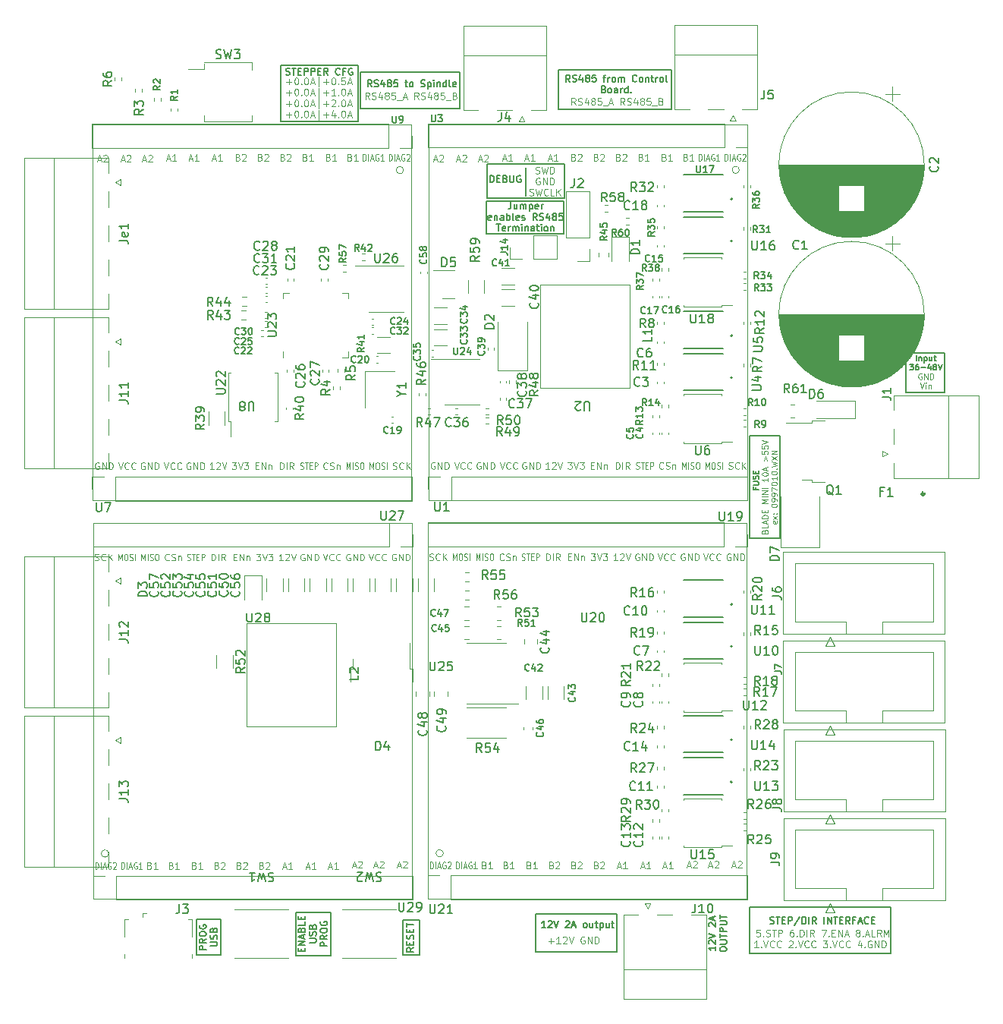
<source format=gbr>
%TF.GenerationSoftware,KiCad,Pcbnew,(6.0.4-0)*%
%TF.CreationDate,2022-08-06T14:41:30-04:00*%
%TF.ProjectId,QuarkCncQuadDriver,51756172-6b43-46e6-9351-756164447269,rev?*%
%TF.SameCoordinates,Original*%
%TF.FileFunction,Legend,Top*%
%TF.FilePolarity,Positive*%
%FSLAX46Y46*%
G04 Gerber Fmt 4.6, Leading zero omitted, Abs format (unit mm)*
G04 Created by KiCad (PCBNEW (6.0.4-0)) date 2022-08-06 14:41:30*
%MOMM*%
%LPD*%
G01*
G04 APERTURE LIST*
%ADD10C,0.150000*%
%ADD11C,0.190500*%
%ADD12C,0.076200*%
%ADD13C,0.152400*%
%ADD14C,0.100000*%
%ADD15C,0.120000*%
%ADD16C,0.127000*%
%ADD17C,0.200000*%
%ADD18C,0.310000*%
G04 APERTURE END LIST*
D10*
X115112800Y-72821800D02*
X118465600Y-72821800D01*
X118465600Y-72821800D02*
X118465600Y-84175600D01*
X118465600Y-84175600D02*
X115112800Y-84175600D01*
X115112800Y-84175600D02*
X115112800Y-72821800D01*
X71716900Y-32207200D02*
X82765900Y-32207200D01*
X82765900Y-32207200D02*
X82765900Y-36296600D01*
X82765900Y-36296600D02*
X71716900Y-36296600D01*
X71716900Y-36296600D02*
X71716900Y-32207200D01*
X53416200Y-130657600D02*
X56134000Y-130657600D01*
X56134000Y-130657600D02*
X56134000Y-126746000D01*
X56134000Y-126746000D02*
X53416200Y-126746000D01*
X53416200Y-126746000D02*
X53416200Y-130657600D01*
X64465200Y-130746500D02*
X68351400Y-130746500D01*
X68351400Y-130746500D02*
X68351400Y-125920500D01*
X68351400Y-125920500D02*
X64465200Y-125920500D01*
X64465200Y-125920500D02*
X64465200Y-130746500D01*
X85775800Y-46583600D02*
X94411800Y-46583600D01*
X94411800Y-46583600D02*
X94411800Y-50241200D01*
X94411800Y-50241200D02*
X85775800Y-50241200D01*
X85775800Y-50241200D02*
X85775800Y-46583600D01*
X90144600Y-42862500D02*
X90144600Y-45986700D01*
X85801200Y-42443400D02*
X94437200Y-42443400D01*
X94437200Y-42443400D02*
X94437200Y-46304200D01*
X94437200Y-46304200D02*
X85801200Y-46304200D01*
X85801200Y-46304200D02*
X85801200Y-42443400D01*
X115150900Y-125374400D02*
X130873500Y-125374400D01*
X130873500Y-125374400D02*
X130873500Y-130530600D01*
X130873500Y-130530600D02*
X115150900Y-130530600D01*
X115150900Y-130530600D02*
X115150900Y-125374400D01*
X76454000Y-130657600D02*
X78282800Y-130657600D01*
X78282800Y-130657600D02*
X78282800Y-126771400D01*
X78282800Y-126771400D02*
X76454000Y-126771400D01*
X76454000Y-126771400D02*
X76454000Y-130657600D01*
X62800000Y-31437700D02*
X71424800Y-31437700D01*
X71424800Y-31437700D02*
X71424800Y-37762300D01*
X71424800Y-37762300D02*
X62800000Y-37762300D01*
X62800000Y-37762300D02*
X62800000Y-31437700D01*
X91211400Y-126149100D02*
X100330000Y-126149100D01*
X100330000Y-126149100D02*
X100330000Y-130340100D01*
X100330000Y-130340100D02*
X91211400Y-130340100D01*
X91211400Y-130340100D02*
X91211400Y-126149100D01*
X93789500Y-31953200D02*
X106413300Y-31953200D01*
X106413300Y-31953200D02*
X106413300Y-36398200D01*
X106413300Y-36398200D02*
X93789500Y-36398200D01*
X93789500Y-36398200D02*
X93789500Y-31953200D01*
X132575300Y-63550800D02*
X136893300Y-63550800D01*
X136893300Y-63550800D02*
X136893300Y-67970400D01*
X136893300Y-67970400D02*
X132575300Y-67970400D01*
X132575300Y-67970400D02*
X132575300Y-63550800D01*
D11*
X117386100Y-127181428D02*
X117494957Y-127217714D01*
X117676385Y-127217714D01*
X117748957Y-127181428D01*
X117785242Y-127145142D01*
X117821528Y-127072571D01*
X117821528Y-127000000D01*
X117785242Y-126927428D01*
X117748957Y-126891142D01*
X117676385Y-126854857D01*
X117531242Y-126818571D01*
X117458671Y-126782285D01*
X117422385Y-126746000D01*
X117386100Y-126673428D01*
X117386100Y-126600857D01*
X117422385Y-126528285D01*
X117458671Y-126492000D01*
X117531242Y-126455714D01*
X117712671Y-126455714D01*
X117821528Y-126492000D01*
X118039242Y-126455714D02*
X118474671Y-126455714D01*
X118256957Y-127217714D02*
X118256957Y-126455714D01*
X118728671Y-126818571D02*
X118982671Y-126818571D01*
X119091528Y-127217714D02*
X118728671Y-127217714D01*
X118728671Y-126455714D01*
X119091528Y-126455714D01*
X119418100Y-127217714D02*
X119418100Y-126455714D01*
X119708385Y-126455714D01*
X119780957Y-126492000D01*
X119817242Y-126528285D01*
X119853528Y-126600857D01*
X119853528Y-126709714D01*
X119817242Y-126782285D01*
X119780957Y-126818571D01*
X119708385Y-126854857D01*
X119418100Y-126854857D01*
X120724385Y-126419428D02*
X120071242Y-127399142D01*
X120978385Y-127217714D02*
X120978385Y-126455714D01*
X121159814Y-126455714D01*
X121268671Y-126492000D01*
X121341242Y-126564571D01*
X121377528Y-126637142D01*
X121413814Y-126782285D01*
X121413814Y-126891142D01*
X121377528Y-127036285D01*
X121341242Y-127108857D01*
X121268671Y-127181428D01*
X121159814Y-127217714D01*
X120978385Y-127217714D01*
X121740385Y-127217714D02*
X121740385Y-126455714D01*
X122538671Y-127217714D02*
X122284671Y-126854857D01*
X122103242Y-127217714D02*
X122103242Y-126455714D01*
X122393528Y-126455714D01*
X122466100Y-126492000D01*
X122502385Y-126528285D01*
X122538671Y-126600857D01*
X122538671Y-126709714D01*
X122502385Y-126782285D01*
X122466100Y-126818571D01*
X122393528Y-126854857D01*
X122103242Y-126854857D01*
X123445814Y-127217714D02*
X123445814Y-126455714D01*
X123808671Y-127217714D02*
X123808671Y-126455714D01*
X124244100Y-127217714D01*
X124244100Y-126455714D01*
X124498100Y-126455714D02*
X124933528Y-126455714D01*
X124715814Y-127217714D02*
X124715814Y-126455714D01*
X125187528Y-126818571D02*
X125441528Y-126818571D01*
X125550385Y-127217714D02*
X125187528Y-127217714D01*
X125187528Y-126455714D01*
X125550385Y-126455714D01*
X126312385Y-127217714D02*
X126058385Y-126854857D01*
X125876957Y-127217714D02*
X125876957Y-126455714D01*
X126167242Y-126455714D01*
X126239814Y-126492000D01*
X126276100Y-126528285D01*
X126312385Y-126600857D01*
X126312385Y-126709714D01*
X126276100Y-126782285D01*
X126239814Y-126818571D01*
X126167242Y-126854857D01*
X125876957Y-126854857D01*
X126892957Y-126818571D02*
X126638957Y-126818571D01*
X126638957Y-127217714D02*
X126638957Y-126455714D01*
X127001814Y-126455714D01*
X127255814Y-127000000D02*
X127618671Y-127000000D01*
X127183242Y-127217714D02*
X127437242Y-126455714D01*
X127691242Y-127217714D01*
X128380671Y-127145142D02*
X128344385Y-127181428D01*
X128235528Y-127217714D01*
X128162957Y-127217714D01*
X128054100Y-127181428D01*
X127981528Y-127108857D01*
X127945242Y-127036285D01*
X127908957Y-126891142D01*
X127908957Y-126782285D01*
X127945242Y-126637142D01*
X127981528Y-126564571D01*
X128054100Y-126492000D01*
X128162957Y-126455714D01*
X128235528Y-126455714D01*
X128344385Y-126492000D01*
X128380671Y-126528285D01*
X128707242Y-126818571D02*
X128961242Y-126818571D01*
X129070100Y-127217714D02*
X128707242Y-127217714D01*
X128707242Y-126455714D01*
X129070100Y-126455714D01*
D10*
X92354400Y-127649514D02*
X91918971Y-127649514D01*
X92136685Y-127649514D02*
X92136685Y-126887514D01*
X92064114Y-126996371D01*
X91991542Y-127068942D01*
X91918971Y-127105228D01*
X92644685Y-126960085D02*
X92680971Y-126923800D01*
X92753542Y-126887514D01*
X92934971Y-126887514D01*
X93007542Y-126923800D01*
X93043828Y-126960085D01*
X93080114Y-127032657D01*
X93080114Y-127105228D01*
X93043828Y-127214085D01*
X92608400Y-127649514D01*
X93080114Y-127649514D01*
X93297828Y-126887514D02*
X93551828Y-127649514D01*
X93805828Y-126887514D01*
X94604114Y-126960085D02*
X94640400Y-126923800D01*
X94712971Y-126887514D01*
X94894400Y-126887514D01*
X94966971Y-126923800D01*
X95003257Y-126960085D01*
X95039542Y-127032657D01*
X95039542Y-127105228D01*
X95003257Y-127214085D01*
X94567828Y-127649514D01*
X95039542Y-127649514D01*
X95329828Y-127431800D02*
X95692685Y-127431800D01*
X95257257Y-127649514D02*
X95511257Y-126887514D01*
X95765257Y-127649514D01*
X96708685Y-127649514D02*
X96636114Y-127613228D01*
X96599828Y-127576942D01*
X96563542Y-127504371D01*
X96563542Y-127286657D01*
X96599828Y-127214085D01*
X96636114Y-127177800D01*
X96708685Y-127141514D01*
X96817542Y-127141514D01*
X96890114Y-127177800D01*
X96926400Y-127214085D01*
X96962685Y-127286657D01*
X96962685Y-127504371D01*
X96926400Y-127576942D01*
X96890114Y-127613228D01*
X96817542Y-127649514D01*
X96708685Y-127649514D01*
X97615828Y-127141514D02*
X97615828Y-127649514D01*
X97289257Y-127141514D02*
X97289257Y-127540657D01*
X97325542Y-127613228D01*
X97398114Y-127649514D01*
X97506971Y-127649514D01*
X97579542Y-127613228D01*
X97615828Y-127576942D01*
X97869828Y-127141514D02*
X98160114Y-127141514D01*
X97978685Y-126887514D02*
X97978685Y-127540657D01*
X98014971Y-127613228D01*
X98087542Y-127649514D01*
X98160114Y-127649514D01*
X98414114Y-127141514D02*
X98414114Y-127903514D01*
X98414114Y-127177800D02*
X98486685Y-127141514D01*
X98631828Y-127141514D01*
X98704400Y-127177800D01*
X98740685Y-127214085D01*
X98776971Y-127286657D01*
X98776971Y-127504371D01*
X98740685Y-127576942D01*
X98704400Y-127613228D01*
X98631828Y-127649514D01*
X98486685Y-127649514D01*
X98414114Y-127613228D01*
X99430114Y-127141514D02*
X99430114Y-127649514D01*
X99103542Y-127141514D02*
X99103542Y-127540657D01*
X99139828Y-127613228D01*
X99212400Y-127649514D01*
X99321257Y-127649514D01*
X99393828Y-127613228D01*
X99430114Y-127576942D01*
X99684114Y-127141514D02*
X99974400Y-127141514D01*
X99792971Y-126887514D02*
X99792971Y-127540657D01*
X99829257Y-127613228D01*
X99901828Y-127649514D01*
X99974400Y-127649514D01*
X77611514Y-129884714D02*
X77248657Y-130138714D01*
X77611514Y-130320142D02*
X76849514Y-130320142D01*
X76849514Y-130029857D01*
X76885800Y-129957285D01*
X76922085Y-129921000D01*
X76994657Y-129884714D01*
X77103514Y-129884714D01*
X77176085Y-129921000D01*
X77212371Y-129957285D01*
X77248657Y-130029857D01*
X77248657Y-130320142D01*
X77212371Y-129558142D02*
X77212371Y-129304142D01*
X77611514Y-129195285D02*
X77611514Y-129558142D01*
X76849514Y-129558142D01*
X76849514Y-129195285D01*
X77575228Y-128905000D02*
X77611514Y-128796142D01*
X77611514Y-128614714D01*
X77575228Y-128542142D01*
X77538942Y-128505857D01*
X77466371Y-128469571D01*
X77393800Y-128469571D01*
X77321228Y-128505857D01*
X77284942Y-128542142D01*
X77248657Y-128614714D01*
X77212371Y-128759857D01*
X77176085Y-128832428D01*
X77139800Y-128868714D01*
X77067228Y-128905000D01*
X76994657Y-128905000D01*
X76922085Y-128868714D01*
X76885800Y-128832428D01*
X76849514Y-128759857D01*
X76849514Y-128578428D01*
X76885800Y-128469571D01*
X77212371Y-128143000D02*
X77212371Y-127889000D01*
X77611514Y-127780142D02*
X77611514Y-128143000D01*
X76849514Y-128143000D01*
X76849514Y-127780142D01*
X76849514Y-127562428D02*
X76849514Y-127127000D01*
X77611514Y-127344714D02*
X76849514Y-127344714D01*
D12*
X63417420Y-33314204D02*
X63997992Y-33314204D01*
X63707706Y-33604490D02*
X63707706Y-33023918D01*
X64505992Y-32842490D02*
X64578563Y-32842490D01*
X64651134Y-32878776D01*
X64687420Y-32915061D01*
X64723706Y-32987633D01*
X64759992Y-33132776D01*
X64759992Y-33314204D01*
X64723706Y-33459347D01*
X64687420Y-33531918D01*
X64651134Y-33568204D01*
X64578563Y-33604490D01*
X64505992Y-33604490D01*
X64433420Y-33568204D01*
X64397134Y-33531918D01*
X64360849Y-33459347D01*
X64324563Y-33314204D01*
X64324563Y-33132776D01*
X64360849Y-32987633D01*
X64397134Y-32915061D01*
X64433420Y-32878776D01*
X64505992Y-32842490D01*
X65086563Y-33531918D02*
X65122849Y-33568204D01*
X65086563Y-33604490D01*
X65050277Y-33568204D01*
X65086563Y-33531918D01*
X65086563Y-33604490D01*
X65594563Y-32842490D02*
X65667134Y-32842490D01*
X65739706Y-32878776D01*
X65775992Y-32915061D01*
X65812277Y-32987633D01*
X65848563Y-33132776D01*
X65848563Y-33314204D01*
X65812277Y-33459347D01*
X65775992Y-33531918D01*
X65739706Y-33568204D01*
X65667134Y-33604490D01*
X65594563Y-33604490D01*
X65521992Y-33568204D01*
X65485706Y-33531918D01*
X65449420Y-33459347D01*
X65413134Y-33314204D01*
X65413134Y-33132776D01*
X65449420Y-32987633D01*
X65485706Y-32915061D01*
X65521992Y-32878776D01*
X65594563Y-32842490D01*
X66138849Y-33386776D02*
X66501706Y-33386776D01*
X66066277Y-33604490D02*
X66320277Y-32842490D01*
X66574277Y-33604490D01*
X67009706Y-33858490D02*
X67009706Y-32769918D01*
X67553992Y-33314204D02*
X68134563Y-33314204D01*
X67844277Y-33604490D02*
X67844277Y-33023918D01*
X68642563Y-32842490D02*
X68715134Y-32842490D01*
X68787706Y-32878776D01*
X68823992Y-32915061D01*
X68860277Y-32987633D01*
X68896563Y-33132776D01*
X68896563Y-33314204D01*
X68860277Y-33459347D01*
X68823992Y-33531918D01*
X68787706Y-33568204D01*
X68715134Y-33604490D01*
X68642563Y-33604490D01*
X68569992Y-33568204D01*
X68533706Y-33531918D01*
X68497420Y-33459347D01*
X68461134Y-33314204D01*
X68461134Y-33132776D01*
X68497420Y-32987633D01*
X68533706Y-32915061D01*
X68569992Y-32878776D01*
X68642563Y-32842490D01*
X69223134Y-33531918D02*
X69259420Y-33568204D01*
X69223134Y-33604490D01*
X69186849Y-33568204D01*
X69223134Y-33531918D01*
X69223134Y-33604490D01*
X69948849Y-32842490D02*
X69585992Y-32842490D01*
X69549706Y-33205347D01*
X69585992Y-33169061D01*
X69658563Y-33132776D01*
X69839992Y-33132776D01*
X69912563Y-33169061D01*
X69948849Y-33205347D01*
X69985134Y-33277918D01*
X69985134Y-33459347D01*
X69948849Y-33531918D01*
X69912563Y-33568204D01*
X69839992Y-33604490D01*
X69658563Y-33604490D01*
X69585992Y-33568204D01*
X69549706Y-33531918D01*
X70275420Y-33386776D02*
X70638277Y-33386776D01*
X70202849Y-33604490D02*
X70456849Y-32842490D01*
X70710849Y-33604490D01*
X63417420Y-34541024D02*
X63997992Y-34541024D01*
X63707706Y-34831310D02*
X63707706Y-34250738D01*
X64505992Y-34069310D02*
X64578563Y-34069310D01*
X64651134Y-34105596D01*
X64687420Y-34141881D01*
X64723706Y-34214453D01*
X64759992Y-34359596D01*
X64759992Y-34541024D01*
X64723706Y-34686167D01*
X64687420Y-34758738D01*
X64651134Y-34795024D01*
X64578563Y-34831310D01*
X64505992Y-34831310D01*
X64433420Y-34795024D01*
X64397134Y-34758738D01*
X64360849Y-34686167D01*
X64324563Y-34541024D01*
X64324563Y-34359596D01*
X64360849Y-34214453D01*
X64397134Y-34141881D01*
X64433420Y-34105596D01*
X64505992Y-34069310D01*
X65086563Y-34758738D02*
X65122849Y-34795024D01*
X65086563Y-34831310D01*
X65050277Y-34795024D01*
X65086563Y-34758738D01*
X65086563Y-34831310D01*
X65594563Y-34069310D02*
X65667134Y-34069310D01*
X65739706Y-34105596D01*
X65775992Y-34141881D01*
X65812277Y-34214453D01*
X65848563Y-34359596D01*
X65848563Y-34541024D01*
X65812277Y-34686167D01*
X65775992Y-34758738D01*
X65739706Y-34795024D01*
X65667134Y-34831310D01*
X65594563Y-34831310D01*
X65521992Y-34795024D01*
X65485706Y-34758738D01*
X65449420Y-34686167D01*
X65413134Y-34541024D01*
X65413134Y-34359596D01*
X65449420Y-34214453D01*
X65485706Y-34141881D01*
X65521992Y-34105596D01*
X65594563Y-34069310D01*
X66138849Y-34613596D02*
X66501706Y-34613596D01*
X66066277Y-34831310D02*
X66320277Y-34069310D01*
X66574277Y-34831310D01*
X67009706Y-35085310D02*
X67009706Y-33996738D01*
X67553992Y-34541024D02*
X68134563Y-34541024D01*
X67844277Y-34831310D02*
X67844277Y-34250738D01*
X68896563Y-34831310D02*
X68461134Y-34831310D01*
X68678849Y-34831310D02*
X68678849Y-34069310D01*
X68606277Y-34178167D01*
X68533706Y-34250738D01*
X68461134Y-34287024D01*
X69223134Y-34758738D02*
X69259420Y-34795024D01*
X69223134Y-34831310D01*
X69186849Y-34795024D01*
X69223134Y-34758738D01*
X69223134Y-34831310D01*
X69731134Y-34069310D02*
X69803706Y-34069310D01*
X69876277Y-34105596D01*
X69912563Y-34141881D01*
X69948849Y-34214453D01*
X69985134Y-34359596D01*
X69985134Y-34541024D01*
X69948849Y-34686167D01*
X69912563Y-34758738D01*
X69876277Y-34795024D01*
X69803706Y-34831310D01*
X69731134Y-34831310D01*
X69658563Y-34795024D01*
X69622277Y-34758738D01*
X69585992Y-34686167D01*
X69549706Y-34541024D01*
X69549706Y-34359596D01*
X69585992Y-34214453D01*
X69622277Y-34141881D01*
X69658563Y-34105596D01*
X69731134Y-34069310D01*
X70275420Y-34613596D02*
X70638277Y-34613596D01*
X70202849Y-34831310D02*
X70456849Y-34069310D01*
X70710849Y-34831310D01*
X63417420Y-35767844D02*
X63997992Y-35767844D01*
X63707706Y-36058130D02*
X63707706Y-35477558D01*
X64505992Y-35296130D02*
X64578563Y-35296130D01*
X64651134Y-35332416D01*
X64687420Y-35368701D01*
X64723706Y-35441273D01*
X64759992Y-35586416D01*
X64759992Y-35767844D01*
X64723706Y-35912987D01*
X64687420Y-35985558D01*
X64651134Y-36021844D01*
X64578563Y-36058130D01*
X64505992Y-36058130D01*
X64433420Y-36021844D01*
X64397134Y-35985558D01*
X64360849Y-35912987D01*
X64324563Y-35767844D01*
X64324563Y-35586416D01*
X64360849Y-35441273D01*
X64397134Y-35368701D01*
X64433420Y-35332416D01*
X64505992Y-35296130D01*
X65086563Y-35985558D02*
X65122849Y-36021844D01*
X65086563Y-36058130D01*
X65050277Y-36021844D01*
X65086563Y-35985558D01*
X65086563Y-36058130D01*
X65594563Y-35296130D02*
X65667134Y-35296130D01*
X65739706Y-35332416D01*
X65775992Y-35368701D01*
X65812277Y-35441273D01*
X65848563Y-35586416D01*
X65848563Y-35767844D01*
X65812277Y-35912987D01*
X65775992Y-35985558D01*
X65739706Y-36021844D01*
X65667134Y-36058130D01*
X65594563Y-36058130D01*
X65521992Y-36021844D01*
X65485706Y-35985558D01*
X65449420Y-35912987D01*
X65413134Y-35767844D01*
X65413134Y-35586416D01*
X65449420Y-35441273D01*
X65485706Y-35368701D01*
X65521992Y-35332416D01*
X65594563Y-35296130D01*
X66138849Y-35840416D02*
X66501706Y-35840416D01*
X66066277Y-36058130D02*
X66320277Y-35296130D01*
X66574277Y-36058130D01*
X67009706Y-36312130D02*
X67009706Y-35223558D01*
X67553992Y-35767844D02*
X68134563Y-35767844D01*
X67844277Y-36058130D02*
X67844277Y-35477558D01*
X68461134Y-35368701D02*
X68497420Y-35332416D01*
X68569992Y-35296130D01*
X68751420Y-35296130D01*
X68823992Y-35332416D01*
X68860277Y-35368701D01*
X68896563Y-35441273D01*
X68896563Y-35513844D01*
X68860277Y-35622701D01*
X68424849Y-36058130D01*
X68896563Y-36058130D01*
X69223134Y-35985558D02*
X69259420Y-36021844D01*
X69223134Y-36058130D01*
X69186849Y-36021844D01*
X69223134Y-35985558D01*
X69223134Y-36058130D01*
X69731134Y-35296130D02*
X69803706Y-35296130D01*
X69876277Y-35332416D01*
X69912563Y-35368701D01*
X69948849Y-35441273D01*
X69985134Y-35586416D01*
X69985134Y-35767844D01*
X69948849Y-35912987D01*
X69912563Y-35985558D01*
X69876277Y-36021844D01*
X69803706Y-36058130D01*
X69731134Y-36058130D01*
X69658563Y-36021844D01*
X69622277Y-35985558D01*
X69585992Y-35912987D01*
X69549706Y-35767844D01*
X69549706Y-35586416D01*
X69585992Y-35441273D01*
X69622277Y-35368701D01*
X69658563Y-35332416D01*
X69731134Y-35296130D01*
X70275420Y-35840416D02*
X70638277Y-35840416D01*
X70202849Y-36058130D02*
X70456849Y-35296130D01*
X70710849Y-36058130D01*
X63417420Y-36994664D02*
X63997992Y-36994664D01*
X63707706Y-37284950D02*
X63707706Y-36704378D01*
X64505992Y-36522950D02*
X64578563Y-36522950D01*
X64651134Y-36559236D01*
X64687420Y-36595521D01*
X64723706Y-36668093D01*
X64759992Y-36813236D01*
X64759992Y-36994664D01*
X64723706Y-37139807D01*
X64687420Y-37212378D01*
X64651134Y-37248664D01*
X64578563Y-37284950D01*
X64505992Y-37284950D01*
X64433420Y-37248664D01*
X64397134Y-37212378D01*
X64360849Y-37139807D01*
X64324563Y-36994664D01*
X64324563Y-36813236D01*
X64360849Y-36668093D01*
X64397134Y-36595521D01*
X64433420Y-36559236D01*
X64505992Y-36522950D01*
X65086563Y-37212378D02*
X65122849Y-37248664D01*
X65086563Y-37284950D01*
X65050277Y-37248664D01*
X65086563Y-37212378D01*
X65086563Y-37284950D01*
X65594563Y-36522950D02*
X65667134Y-36522950D01*
X65739706Y-36559236D01*
X65775992Y-36595521D01*
X65812277Y-36668093D01*
X65848563Y-36813236D01*
X65848563Y-36994664D01*
X65812277Y-37139807D01*
X65775992Y-37212378D01*
X65739706Y-37248664D01*
X65667134Y-37284950D01*
X65594563Y-37284950D01*
X65521992Y-37248664D01*
X65485706Y-37212378D01*
X65449420Y-37139807D01*
X65413134Y-36994664D01*
X65413134Y-36813236D01*
X65449420Y-36668093D01*
X65485706Y-36595521D01*
X65521992Y-36559236D01*
X65594563Y-36522950D01*
X66138849Y-37067236D02*
X66501706Y-37067236D01*
X66066277Y-37284950D02*
X66320277Y-36522950D01*
X66574277Y-37284950D01*
X67009706Y-37538950D02*
X67009706Y-36450378D01*
X67553992Y-36994664D02*
X68134563Y-36994664D01*
X67844277Y-37284950D02*
X67844277Y-36704378D01*
X68823992Y-36776950D02*
X68823992Y-37284950D01*
X68642563Y-36486664D02*
X68461134Y-37030950D01*
X68932849Y-37030950D01*
X69223134Y-37212378D02*
X69259420Y-37248664D01*
X69223134Y-37284950D01*
X69186849Y-37248664D01*
X69223134Y-37212378D01*
X69223134Y-37284950D01*
X69731134Y-36522950D02*
X69803706Y-36522950D01*
X69876277Y-36559236D01*
X69912563Y-36595521D01*
X69948849Y-36668093D01*
X69985134Y-36813236D01*
X69985134Y-36994664D01*
X69948849Y-37139807D01*
X69912563Y-37212378D01*
X69876277Y-37248664D01*
X69803706Y-37284950D01*
X69731134Y-37284950D01*
X69658563Y-37248664D01*
X69622277Y-37212378D01*
X69585992Y-37139807D01*
X69549706Y-36994664D01*
X69549706Y-36813236D01*
X69585992Y-36668093D01*
X69622277Y-36595521D01*
X69658563Y-36559236D01*
X69731134Y-36522950D01*
X70275420Y-37067236D02*
X70638277Y-37067236D01*
X70202849Y-37284950D02*
X70456849Y-36522950D01*
X70710849Y-37284950D01*
D10*
X65114351Y-130269342D02*
X65114351Y-130015342D01*
X65513494Y-129906485D02*
X65513494Y-130269342D01*
X64751494Y-130269342D01*
X64751494Y-129906485D01*
X65513494Y-129579914D02*
X64751494Y-129579914D01*
X65513494Y-129144485D01*
X64751494Y-129144485D01*
X65295780Y-128817914D02*
X65295780Y-128455057D01*
X65513494Y-128890485D02*
X64751494Y-128636485D01*
X65513494Y-128382485D01*
X65114351Y-127874485D02*
X65150637Y-127765628D01*
X65186922Y-127729342D01*
X65259494Y-127693057D01*
X65368351Y-127693057D01*
X65440922Y-127729342D01*
X65477208Y-127765628D01*
X65513494Y-127838200D01*
X65513494Y-128128485D01*
X64751494Y-128128485D01*
X64751494Y-127874485D01*
X64787780Y-127801914D01*
X64824065Y-127765628D01*
X64896637Y-127729342D01*
X64969208Y-127729342D01*
X65041780Y-127765628D01*
X65078065Y-127801914D01*
X65114351Y-127874485D01*
X65114351Y-128128485D01*
X65513494Y-127003628D02*
X65513494Y-127366485D01*
X64751494Y-127366485D01*
X65114351Y-126749628D02*
X65114351Y-126495628D01*
X65513494Y-126386771D02*
X65513494Y-126749628D01*
X64751494Y-126749628D01*
X64751494Y-126386771D01*
X65978314Y-129307771D02*
X66595171Y-129307771D01*
X66667742Y-129271485D01*
X66704028Y-129235200D01*
X66740314Y-129162628D01*
X66740314Y-129017485D01*
X66704028Y-128944914D01*
X66667742Y-128908628D01*
X66595171Y-128872342D01*
X65978314Y-128872342D01*
X66704028Y-128545771D02*
X66740314Y-128436914D01*
X66740314Y-128255485D01*
X66704028Y-128182914D01*
X66667742Y-128146628D01*
X66595171Y-128110342D01*
X66522600Y-128110342D01*
X66450028Y-128146628D01*
X66413742Y-128182914D01*
X66377457Y-128255485D01*
X66341171Y-128400628D01*
X66304885Y-128473200D01*
X66268600Y-128509485D01*
X66196028Y-128545771D01*
X66123457Y-128545771D01*
X66050885Y-128509485D01*
X66014600Y-128473200D01*
X65978314Y-128400628D01*
X65978314Y-128219200D01*
X66014600Y-128110342D01*
X66341171Y-127529771D02*
X66377457Y-127420914D01*
X66413742Y-127384628D01*
X66486314Y-127348342D01*
X66595171Y-127348342D01*
X66667742Y-127384628D01*
X66704028Y-127420914D01*
X66740314Y-127493485D01*
X66740314Y-127783771D01*
X65978314Y-127783771D01*
X65978314Y-127529771D01*
X66014600Y-127457200D01*
X66050885Y-127420914D01*
X66123457Y-127384628D01*
X66196028Y-127384628D01*
X66268600Y-127420914D01*
X66304885Y-127457200D01*
X66341171Y-127529771D01*
X66341171Y-127783771D01*
X67967134Y-129706914D02*
X67205134Y-129706914D01*
X67205134Y-129416628D01*
X67241420Y-129344057D01*
X67277705Y-129307771D01*
X67350277Y-129271485D01*
X67459134Y-129271485D01*
X67531705Y-129307771D01*
X67567991Y-129344057D01*
X67604277Y-129416628D01*
X67604277Y-129706914D01*
X67967134Y-128509485D02*
X67604277Y-128763485D01*
X67967134Y-128944914D02*
X67205134Y-128944914D01*
X67205134Y-128654628D01*
X67241420Y-128582057D01*
X67277705Y-128545771D01*
X67350277Y-128509485D01*
X67459134Y-128509485D01*
X67531705Y-128545771D01*
X67567991Y-128582057D01*
X67604277Y-128654628D01*
X67604277Y-128944914D01*
X67205134Y-128037771D02*
X67205134Y-127892628D01*
X67241420Y-127820057D01*
X67313991Y-127747485D01*
X67459134Y-127711200D01*
X67713134Y-127711200D01*
X67858277Y-127747485D01*
X67930848Y-127820057D01*
X67967134Y-127892628D01*
X67967134Y-128037771D01*
X67930848Y-128110342D01*
X67858277Y-128182914D01*
X67713134Y-128219200D01*
X67459134Y-128219200D01*
X67313991Y-128182914D01*
X67241420Y-128110342D01*
X67205134Y-128037771D01*
X67241420Y-126985485D02*
X67205134Y-127058057D01*
X67205134Y-127166914D01*
X67241420Y-127275771D01*
X67313991Y-127348342D01*
X67386562Y-127384628D01*
X67531705Y-127420914D01*
X67640562Y-127420914D01*
X67785705Y-127384628D01*
X67858277Y-127348342D01*
X67930848Y-127275771D01*
X67967134Y-127166914D01*
X67967134Y-127094342D01*
X67930848Y-126985485D01*
X67894562Y-126949200D01*
X67640562Y-126949200D01*
X67640562Y-127094342D01*
X72956057Y-33872714D02*
X72702057Y-33509857D01*
X72520628Y-33872714D02*
X72520628Y-33110714D01*
X72810914Y-33110714D01*
X72883485Y-33147000D01*
X72919771Y-33183285D01*
X72956057Y-33255857D01*
X72956057Y-33364714D01*
X72919771Y-33437285D01*
X72883485Y-33473571D01*
X72810914Y-33509857D01*
X72520628Y-33509857D01*
X73246342Y-33836428D02*
X73355200Y-33872714D01*
X73536628Y-33872714D01*
X73609200Y-33836428D01*
X73645485Y-33800142D01*
X73681771Y-33727571D01*
X73681771Y-33655000D01*
X73645485Y-33582428D01*
X73609200Y-33546142D01*
X73536628Y-33509857D01*
X73391485Y-33473571D01*
X73318914Y-33437285D01*
X73282628Y-33401000D01*
X73246342Y-33328428D01*
X73246342Y-33255857D01*
X73282628Y-33183285D01*
X73318914Y-33147000D01*
X73391485Y-33110714D01*
X73572914Y-33110714D01*
X73681771Y-33147000D01*
X74334914Y-33364714D02*
X74334914Y-33872714D01*
X74153485Y-33074428D02*
X73972057Y-33618714D01*
X74443771Y-33618714D01*
X74842914Y-33437285D02*
X74770342Y-33401000D01*
X74734057Y-33364714D01*
X74697771Y-33292142D01*
X74697771Y-33255857D01*
X74734057Y-33183285D01*
X74770342Y-33147000D01*
X74842914Y-33110714D01*
X74988057Y-33110714D01*
X75060628Y-33147000D01*
X75096914Y-33183285D01*
X75133200Y-33255857D01*
X75133200Y-33292142D01*
X75096914Y-33364714D01*
X75060628Y-33401000D01*
X74988057Y-33437285D01*
X74842914Y-33437285D01*
X74770342Y-33473571D01*
X74734057Y-33509857D01*
X74697771Y-33582428D01*
X74697771Y-33727571D01*
X74734057Y-33800142D01*
X74770342Y-33836428D01*
X74842914Y-33872714D01*
X74988057Y-33872714D01*
X75060628Y-33836428D01*
X75096914Y-33800142D01*
X75133200Y-33727571D01*
X75133200Y-33582428D01*
X75096914Y-33509857D01*
X75060628Y-33473571D01*
X74988057Y-33437285D01*
X75822628Y-33110714D02*
X75459771Y-33110714D01*
X75423485Y-33473571D01*
X75459771Y-33437285D01*
X75532342Y-33401000D01*
X75713771Y-33401000D01*
X75786342Y-33437285D01*
X75822628Y-33473571D01*
X75858914Y-33546142D01*
X75858914Y-33727571D01*
X75822628Y-33800142D01*
X75786342Y-33836428D01*
X75713771Y-33872714D01*
X75532342Y-33872714D01*
X75459771Y-33836428D01*
X75423485Y-33800142D01*
X76657200Y-33364714D02*
X76947485Y-33364714D01*
X76766057Y-33110714D02*
X76766057Y-33763857D01*
X76802342Y-33836428D01*
X76874914Y-33872714D01*
X76947485Y-33872714D01*
X77310342Y-33872714D02*
X77237771Y-33836428D01*
X77201485Y-33800142D01*
X77165200Y-33727571D01*
X77165200Y-33509857D01*
X77201485Y-33437285D01*
X77237771Y-33401000D01*
X77310342Y-33364714D01*
X77419200Y-33364714D01*
X77491771Y-33401000D01*
X77528057Y-33437285D01*
X77564342Y-33509857D01*
X77564342Y-33727571D01*
X77528057Y-33800142D01*
X77491771Y-33836428D01*
X77419200Y-33872714D01*
X77310342Y-33872714D01*
X78435200Y-33836428D02*
X78544057Y-33872714D01*
X78725485Y-33872714D01*
X78798057Y-33836428D01*
X78834342Y-33800142D01*
X78870628Y-33727571D01*
X78870628Y-33655000D01*
X78834342Y-33582428D01*
X78798057Y-33546142D01*
X78725485Y-33509857D01*
X78580342Y-33473571D01*
X78507771Y-33437285D01*
X78471485Y-33401000D01*
X78435200Y-33328428D01*
X78435200Y-33255857D01*
X78471485Y-33183285D01*
X78507771Y-33147000D01*
X78580342Y-33110714D01*
X78761771Y-33110714D01*
X78870628Y-33147000D01*
X79197200Y-33364714D02*
X79197200Y-34126714D01*
X79197200Y-33401000D02*
X79269771Y-33364714D01*
X79414914Y-33364714D01*
X79487485Y-33401000D01*
X79523771Y-33437285D01*
X79560057Y-33509857D01*
X79560057Y-33727571D01*
X79523771Y-33800142D01*
X79487485Y-33836428D01*
X79414914Y-33872714D01*
X79269771Y-33872714D01*
X79197200Y-33836428D01*
X79886628Y-33872714D02*
X79886628Y-33364714D01*
X79886628Y-33110714D02*
X79850342Y-33147000D01*
X79886628Y-33183285D01*
X79922914Y-33147000D01*
X79886628Y-33110714D01*
X79886628Y-33183285D01*
X80249485Y-33364714D02*
X80249485Y-33872714D01*
X80249485Y-33437285D02*
X80285771Y-33401000D01*
X80358342Y-33364714D01*
X80467200Y-33364714D01*
X80539771Y-33401000D01*
X80576057Y-33473571D01*
X80576057Y-33872714D01*
X81265485Y-33872714D02*
X81265485Y-33110714D01*
X81265485Y-33836428D02*
X81192914Y-33872714D01*
X81047771Y-33872714D01*
X80975200Y-33836428D01*
X80938914Y-33800142D01*
X80902628Y-33727571D01*
X80902628Y-33509857D01*
X80938914Y-33437285D01*
X80975200Y-33401000D01*
X81047771Y-33364714D01*
X81192914Y-33364714D01*
X81265485Y-33401000D01*
X81737200Y-33872714D02*
X81664628Y-33836428D01*
X81628342Y-33763857D01*
X81628342Y-33110714D01*
X82317771Y-33836428D02*
X82245200Y-33872714D01*
X82100057Y-33872714D01*
X82027485Y-33836428D01*
X81991200Y-33763857D01*
X81991200Y-33473571D01*
X82027485Y-33401000D01*
X82100057Y-33364714D01*
X82245200Y-33364714D01*
X82317771Y-33401000D01*
X82354057Y-33473571D01*
X82354057Y-33546142D01*
X81991200Y-33618714D01*
D12*
X92659200Y-129137228D02*
X93239771Y-129137228D01*
X92949485Y-129427514D02*
X92949485Y-128846942D01*
X94001771Y-129427514D02*
X93566342Y-129427514D01*
X93784057Y-129427514D02*
X93784057Y-128665514D01*
X93711485Y-128774371D01*
X93638914Y-128846942D01*
X93566342Y-128883228D01*
X94292057Y-128738085D02*
X94328342Y-128701800D01*
X94400914Y-128665514D01*
X94582342Y-128665514D01*
X94654914Y-128701800D01*
X94691200Y-128738085D01*
X94727485Y-128810657D01*
X94727485Y-128883228D01*
X94691200Y-128992085D01*
X94255771Y-129427514D01*
X94727485Y-129427514D01*
X94945200Y-128665514D02*
X95199200Y-129427514D01*
X95453200Y-128665514D01*
X96686914Y-128701800D02*
X96614342Y-128665514D01*
X96505485Y-128665514D01*
X96396628Y-128701800D01*
X96324057Y-128774371D01*
X96287771Y-128846942D01*
X96251485Y-128992085D01*
X96251485Y-129100942D01*
X96287771Y-129246085D01*
X96324057Y-129318657D01*
X96396628Y-129391228D01*
X96505485Y-129427514D01*
X96578057Y-129427514D01*
X96686914Y-129391228D01*
X96723200Y-129354942D01*
X96723200Y-129100942D01*
X96578057Y-129100942D01*
X97049771Y-129427514D02*
X97049771Y-128665514D01*
X97485200Y-129427514D01*
X97485200Y-128665514D01*
X97848057Y-129427514D02*
X97848057Y-128665514D01*
X98029485Y-128665514D01*
X98138342Y-128701800D01*
X98210914Y-128774371D01*
X98247200Y-128846942D01*
X98283485Y-128992085D01*
X98283485Y-129100942D01*
X98247200Y-129246085D01*
X98210914Y-129318657D01*
X98138342Y-129391228D01*
X98029485Y-129427514D01*
X97848057Y-129427514D01*
D10*
X115804042Y-78580947D02*
X115804042Y-78792614D01*
X116136661Y-78792614D02*
X115501661Y-78792614D01*
X115501661Y-78490233D01*
X115501661Y-78248328D02*
X116015709Y-78248328D01*
X116076185Y-78218090D01*
X116106423Y-78187852D01*
X116136661Y-78127376D01*
X116136661Y-78006423D01*
X116106423Y-77945947D01*
X116076185Y-77915709D01*
X116015709Y-77885471D01*
X115501661Y-77885471D01*
X116106423Y-77613328D02*
X116136661Y-77522614D01*
X116136661Y-77371423D01*
X116106423Y-77310947D01*
X116076185Y-77280709D01*
X116015709Y-77250471D01*
X115955233Y-77250471D01*
X115894757Y-77280709D01*
X115864519Y-77310947D01*
X115834280Y-77371423D01*
X115804042Y-77492376D01*
X115773804Y-77552852D01*
X115743566Y-77583090D01*
X115683090Y-77613328D01*
X115622614Y-77613328D01*
X115562138Y-77583090D01*
X115531900Y-77552852D01*
X115501661Y-77492376D01*
X115501661Y-77341185D01*
X115531900Y-77250471D01*
X115804042Y-76978328D02*
X115804042Y-76766661D01*
X116136661Y-76675947D02*
X116136661Y-76978328D01*
X115501661Y-76978328D01*
X115501661Y-76675947D01*
D12*
X91244057Y-43506208D02*
X91352914Y-43542494D01*
X91534342Y-43542494D01*
X91606914Y-43506208D01*
X91643200Y-43469922D01*
X91679485Y-43397351D01*
X91679485Y-43324780D01*
X91643200Y-43252208D01*
X91606914Y-43215922D01*
X91534342Y-43179637D01*
X91389200Y-43143351D01*
X91316628Y-43107065D01*
X91280342Y-43070780D01*
X91244057Y-42998208D01*
X91244057Y-42925637D01*
X91280342Y-42853065D01*
X91316628Y-42816780D01*
X91389200Y-42780494D01*
X91570628Y-42780494D01*
X91679485Y-42816780D01*
X91933485Y-42780494D02*
X92114914Y-43542494D01*
X92260057Y-42998208D01*
X92405200Y-43542494D01*
X92586628Y-42780494D01*
X92876914Y-43542494D02*
X92876914Y-42780494D01*
X93058342Y-42780494D01*
X93167200Y-42816780D01*
X93239771Y-42889351D01*
X93276057Y-42961922D01*
X93312342Y-43107065D01*
X93312342Y-43215922D01*
X93276057Y-43361065D01*
X93239771Y-43433637D01*
X93167200Y-43506208D01*
X93058342Y-43542494D01*
X92876914Y-43542494D01*
X91697628Y-44043600D02*
X91625057Y-44007314D01*
X91516200Y-44007314D01*
X91407342Y-44043600D01*
X91334771Y-44116171D01*
X91298485Y-44188742D01*
X91262200Y-44333885D01*
X91262200Y-44442742D01*
X91298485Y-44587885D01*
X91334771Y-44660457D01*
X91407342Y-44733028D01*
X91516200Y-44769314D01*
X91588771Y-44769314D01*
X91697628Y-44733028D01*
X91733914Y-44696742D01*
X91733914Y-44442742D01*
X91588771Y-44442742D01*
X92060485Y-44769314D02*
X92060485Y-44007314D01*
X92495914Y-44769314D01*
X92495914Y-44007314D01*
X92858771Y-44769314D02*
X92858771Y-44007314D01*
X93040200Y-44007314D01*
X93149057Y-44043600D01*
X93221628Y-44116171D01*
X93257914Y-44188742D01*
X93294200Y-44333885D01*
X93294200Y-44442742D01*
X93257914Y-44587885D01*
X93221628Y-44660457D01*
X93149057Y-44733028D01*
X93040200Y-44769314D01*
X92858771Y-44769314D01*
X90554628Y-45959848D02*
X90663485Y-45996134D01*
X90844914Y-45996134D01*
X90917485Y-45959848D01*
X90953771Y-45923562D01*
X90990057Y-45850991D01*
X90990057Y-45778420D01*
X90953771Y-45705848D01*
X90917485Y-45669562D01*
X90844914Y-45633277D01*
X90699771Y-45596991D01*
X90627200Y-45560705D01*
X90590914Y-45524420D01*
X90554628Y-45451848D01*
X90554628Y-45379277D01*
X90590914Y-45306705D01*
X90627200Y-45270420D01*
X90699771Y-45234134D01*
X90881200Y-45234134D01*
X90990057Y-45270420D01*
X91244057Y-45234134D02*
X91425485Y-45996134D01*
X91570628Y-45451848D01*
X91715771Y-45996134D01*
X91897200Y-45234134D01*
X92622914Y-45923562D02*
X92586628Y-45959848D01*
X92477771Y-45996134D01*
X92405200Y-45996134D01*
X92296342Y-45959848D01*
X92223771Y-45887277D01*
X92187485Y-45814705D01*
X92151200Y-45669562D01*
X92151200Y-45560705D01*
X92187485Y-45415562D01*
X92223771Y-45342991D01*
X92296342Y-45270420D01*
X92405200Y-45234134D01*
X92477771Y-45234134D01*
X92586628Y-45270420D01*
X92622914Y-45306705D01*
X93312342Y-45996134D02*
X92949485Y-45996134D01*
X92949485Y-45234134D01*
X93566342Y-45996134D02*
X93566342Y-45234134D01*
X94001771Y-45996134D02*
X93675200Y-45560705D01*
X94001771Y-45234134D02*
X93566342Y-45669562D01*
X95690871Y-35879314D02*
X95436871Y-35516457D01*
X95255442Y-35879314D02*
X95255442Y-35117314D01*
X95545728Y-35117314D01*
X95618300Y-35153600D01*
X95654585Y-35189885D01*
X95690871Y-35262457D01*
X95690871Y-35371314D01*
X95654585Y-35443885D01*
X95618300Y-35480171D01*
X95545728Y-35516457D01*
X95255442Y-35516457D01*
X95981157Y-35843028D02*
X96090014Y-35879314D01*
X96271442Y-35879314D01*
X96344014Y-35843028D01*
X96380300Y-35806742D01*
X96416585Y-35734171D01*
X96416585Y-35661600D01*
X96380300Y-35589028D01*
X96344014Y-35552742D01*
X96271442Y-35516457D01*
X96126300Y-35480171D01*
X96053728Y-35443885D01*
X96017442Y-35407600D01*
X95981157Y-35335028D01*
X95981157Y-35262457D01*
X96017442Y-35189885D01*
X96053728Y-35153600D01*
X96126300Y-35117314D01*
X96307728Y-35117314D01*
X96416585Y-35153600D01*
X97069728Y-35371314D02*
X97069728Y-35879314D01*
X96888300Y-35081028D02*
X96706871Y-35625314D01*
X97178585Y-35625314D01*
X97577728Y-35443885D02*
X97505157Y-35407600D01*
X97468871Y-35371314D01*
X97432585Y-35298742D01*
X97432585Y-35262457D01*
X97468871Y-35189885D01*
X97505157Y-35153600D01*
X97577728Y-35117314D01*
X97722871Y-35117314D01*
X97795442Y-35153600D01*
X97831728Y-35189885D01*
X97868014Y-35262457D01*
X97868014Y-35298742D01*
X97831728Y-35371314D01*
X97795442Y-35407600D01*
X97722871Y-35443885D01*
X97577728Y-35443885D01*
X97505157Y-35480171D01*
X97468871Y-35516457D01*
X97432585Y-35589028D01*
X97432585Y-35734171D01*
X97468871Y-35806742D01*
X97505157Y-35843028D01*
X97577728Y-35879314D01*
X97722871Y-35879314D01*
X97795442Y-35843028D01*
X97831728Y-35806742D01*
X97868014Y-35734171D01*
X97868014Y-35589028D01*
X97831728Y-35516457D01*
X97795442Y-35480171D01*
X97722871Y-35443885D01*
X98557442Y-35117314D02*
X98194585Y-35117314D01*
X98158300Y-35480171D01*
X98194585Y-35443885D01*
X98267157Y-35407600D01*
X98448585Y-35407600D01*
X98521157Y-35443885D01*
X98557442Y-35480171D01*
X98593728Y-35552742D01*
X98593728Y-35734171D01*
X98557442Y-35806742D01*
X98521157Y-35843028D01*
X98448585Y-35879314D01*
X98267157Y-35879314D01*
X98194585Y-35843028D01*
X98158300Y-35806742D01*
X98738871Y-35951885D02*
X99319442Y-35951885D01*
X99464585Y-35661600D02*
X99827442Y-35661600D01*
X99392014Y-35879314D02*
X99646014Y-35117314D01*
X99900014Y-35879314D01*
X101170014Y-35879314D02*
X100916014Y-35516457D01*
X100734585Y-35879314D02*
X100734585Y-35117314D01*
X101024871Y-35117314D01*
X101097442Y-35153600D01*
X101133728Y-35189885D01*
X101170014Y-35262457D01*
X101170014Y-35371314D01*
X101133728Y-35443885D01*
X101097442Y-35480171D01*
X101024871Y-35516457D01*
X100734585Y-35516457D01*
X101460300Y-35843028D02*
X101569157Y-35879314D01*
X101750585Y-35879314D01*
X101823157Y-35843028D01*
X101859442Y-35806742D01*
X101895728Y-35734171D01*
X101895728Y-35661600D01*
X101859442Y-35589028D01*
X101823157Y-35552742D01*
X101750585Y-35516457D01*
X101605442Y-35480171D01*
X101532871Y-35443885D01*
X101496585Y-35407600D01*
X101460300Y-35335028D01*
X101460300Y-35262457D01*
X101496585Y-35189885D01*
X101532871Y-35153600D01*
X101605442Y-35117314D01*
X101786871Y-35117314D01*
X101895728Y-35153600D01*
X102548871Y-35371314D02*
X102548871Y-35879314D01*
X102367442Y-35081028D02*
X102186014Y-35625314D01*
X102657728Y-35625314D01*
X103056871Y-35443885D02*
X102984300Y-35407600D01*
X102948014Y-35371314D01*
X102911728Y-35298742D01*
X102911728Y-35262457D01*
X102948014Y-35189885D01*
X102984300Y-35153600D01*
X103056871Y-35117314D01*
X103202014Y-35117314D01*
X103274585Y-35153600D01*
X103310871Y-35189885D01*
X103347157Y-35262457D01*
X103347157Y-35298742D01*
X103310871Y-35371314D01*
X103274585Y-35407600D01*
X103202014Y-35443885D01*
X103056871Y-35443885D01*
X102984300Y-35480171D01*
X102948014Y-35516457D01*
X102911728Y-35589028D01*
X102911728Y-35734171D01*
X102948014Y-35806742D01*
X102984300Y-35843028D01*
X103056871Y-35879314D01*
X103202014Y-35879314D01*
X103274585Y-35843028D01*
X103310871Y-35806742D01*
X103347157Y-35734171D01*
X103347157Y-35589028D01*
X103310871Y-35516457D01*
X103274585Y-35480171D01*
X103202014Y-35443885D01*
X104036585Y-35117314D02*
X103673728Y-35117314D01*
X103637442Y-35480171D01*
X103673728Y-35443885D01*
X103746300Y-35407600D01*
X103927728Y-35407600D01*
X104000300Y-35443885D01*
X104036585Y-35480171D01*
X104072871Y-35552742D01*
X104072871Y-35734171D01*
X104036585Y-35806742D01*
X104000300Y-35843028D01*
X103927728Y-35879314D01*
X103746300Y-35879314D01*
X103673728Y-35843028D01*
X103637442Y-35806742D01*
X104218014Y-35951885D02*
X104798585Y-35951885D01*
X105234014Y-35480171D02*
X105342871Y-35516457D01*
X105379157Y-35552742D01*
X105415442Y-35625314D01*
X105415442Y-35734171D01*
X105379157Y-35806742D01*
X105342871Y-35843028D01*
X105270300Y-35879314D01*
X104980014Y-35879314D01*
X104980014Y-35117314D01*
X105234014Y-35117314D01*
X105306585Y-35153600D01*
X105342871Y-35189885D01*
X105379157Y-35262457D01*
X105379157Y-35335028D01*
X105342871Y-35407600D01*
X105306585Y-35443885D01*
X105234014Y-35480171D01*
X104980014Y-35480171D01*
D10*
X63380714Y-32508428D02*
X63489571Y-32544714D01*
X63671000Y-32544714D01*
X63743571Y-32508428D01*
X63779857Y-32472142D01*
X63816142Y-32399571D01*
X63816142Y-32327000D01*
X63779857Y-32254428D01*
X63743571Y-32218142D01*
X63671000Y-32181857D01*
X63525857Y-32145571D01*
X63453285Y-32109285D01*
X63417000Y-32073000D01*
X63380714Y-32000428D01*
X63380714Y-31927857D01*
X63417000Y-31855285D01*
X63453285Y-31819000D01*
X63525857Y-31782714D01*
X63707285Y-31782714D01*
X63816142Y-31819000D01*
X64033857Y-31782714D02*
X64469285Y-31782714D01*
X64251571Y-32544714D02*
X64251571Y-31782714D01*
X64723285Y-32145571D02*
X64977285Y-32145571D01*
X65086142Y-32544714D02*
X64723285Y-32544714D01*
X64723285Y-31782714D01*
X65086142Y-31782714D01*
X65412714Y-32544714D02*
X65412714Y-31782714D01*
X65703000Y-31782714D01*
X65775571Y-31819000D01*
X65811857Y-31855285D01*
X65848142Y-31927857D01*
X65848142Y-32036714D01*
X65811857Y-32109285D01*
X65775571Y-32145571D01*
X65703000Y-32181857D01*
X65412714Y-32181857D01*
X66174714Y-32544714D02*
X66174714Y-31782714D01*
X66465000Y-31782714D01*
X66537571Y-31819000D01*
X66573857Y-31855285D01*
X66610142Y-31927857D01*
X66610142Y-32036714D01*
X66573857Y-32109285D01*
X66537571Y-32145571D01*
X66465000Y-32181857D01*
X66174714Y-32181857D01*
X66936714Y-32145571D02*
X67190714Y-32145571D01*
X67299571Y-32544714D02*
X66936714Y-32544714D01*
X66936714Y-31782714D01*
X67299571Y-31782714D01*
X68061571Y-32544714D02*
X67807571Y-32181857D01*
X67626142Y-32544714D02*
X67626142Y-31782714D01*
X67916428Y-31782714D01*
X67989000Y-31819000D01*
X68025285Y-31855285D01*
X68061571Y-31927857D01*
X68061571Y-32036714D01*
X68025285Y-32109285D01*
X67989000Y-32145571D01*
X67916428Y-32181857D01*
X67626142Y-32181857D01*
X69404142Y-32472142D02*
X69367857Y-32508428D01*
X69259000Y-32544714D01*
X69186428Y-32544714D01*
X69077571Y-32508428D01*
X69005000Y-32435857D01*
X68968714Y-32363285D01*
X68932428Y-32218142D01*
X68932428Y-32109285D01*
X68968714Y-31964142D01*
X69005000Y-31891571D01*
X69077571Y-31819000D01*
X69186428Y-31782714D01*
X69259000Y-31782714D01*
X69367857Y-31819000D01*
X69404142Y-31855285D01*
X69984714Y-32145571D02*
X69730714Y-32145571D01*
X69730714Y-32544714D02*
X69730714Y-31782714D01*
X70093571Y-31782714D01*
X70783000Y-31819000D02*
X70710428Y-31782714D01*
X70601571Y-31782714D01*
X70492714Y-31819000D01*
X70420142Y-31891571D01*
X70383857Y-31964142D01*
X70347571Y-32109285D01*
X70347571Y-32218142D01*
X70383857Y-32363285D01*
X70420142Y-32435857D01*
X70492714Y-32508428D01*
X70601571Y-32544714D01*
X70674142Y-32544714D01*
X70783000Y-32508428D01*
X70819285Y-32472142D01*
X70819285Y-32218142D01*
X70674142Y-32218142D01*
X95070385Y-33310104D02*
X94816385Y-32947247D01*
X94634957Y-33310104D02*
X94634957Y-32548104D01*
X94925242Y-32548104D01*
X94997814Y-32584390D01*
X95034100Y-32620675D01*
X95070385Y-32693247D01*
X95070385Y-32802104D01*
X95034100Y-32874675D01*
X94997814Y-32910961D01*
X94925242Y-32947247D01*
X94634957Y-32947247D01*
X95360671Y-33273818D02*
X95469528Y-33310104D01*
X95650957Y-33310104D01*
X95723528Y-33273818D01*
X95759814Y-33237532D01*
X95796100Y-33164961D01*
X95796100Y-33092390D01*
X95759814Y-33019818D01*
X95723528Y-32983532D01*
X95650957Y-32947247D01*
X95505814Y-32910961D01*
X95433242Y-32874675D01*
X95396957Y-32838390D01*
X95360671Y-32765818D01*
X95360671Y-32693247D01*
X95396957Y-32620675D01*
X95433242Y-32584390D01*
X95505814Y-32548104D01*
X95687242Y-32548104D01*
X95796100Y-32584390D01*
X96449242Y-32802104D02*
X96449242Y-33310104D01*
X96267814Y-32511818D02*
X96086385Y-33056104D01*
X96558100Y-33056104D01*
X96957242Y-32874675D02*
X96884671Y-32838390D01*
X96848385Y-32802104D01*
X96812100Y-32729532D01*
X96812100Y-32693247D01*
X96848385Y-32620675D01*
X96884671Y-32584390D01*
X96957242Y-32548104D01*
X97102385Y-32548104D01*
X97174957Y-32584390D01*
X97211242Y-32620675D01*
X97247528Y-32693247D01*
X97247528Y-32729532D01*
X97211242Y-32802104D01*
X97174957Y-32838390D01*
X97102385Y-32874675D01*
X96957242Y-32874675D01*
X96884671Y-32910961D01*
X96848385Y-32947247D01*
X96812100Y-33019818D01*
X96812100Y-33164961D01*
X96848385Y-33237532D01*
X96884671Y-33273818D01*
X96957242Y-33310104D01*
X97102385Y-33310104D01*
X97174957Y-33273818D01*
X97211242Y-33237532D01*
X97247528Y-33164961D01*
X97247528Y-33019818D01*
X97211242Y-32947247D01*
X97174957Y-32910961D01*
X97102385Y-32874675D01*
X97936957Y-32548104D02*
X97574100Y-32548104D01*
X97537814Y-32910961D01*
X97574100Y-32874675D01*
X97646671Y-32838390D01*
X97828100Y-32838390D01*
X97900671Y-32874675D01*
X97936957Y-32910961D01*
X97973242Y-32983532D01*
X97973242Y-33164961D01*
X97936957Y-33237532D01*
X97900671Y-33273818D01*
X97828100Y-33310104D01*
X97646671Y-33310104D01*
X97574100Y-33273818D01*
X97537814Y-33237532D01*
X98771528Y-32802104D02*
X99061814Y-32802104D01*
X98880385Y-33310104D02*
X98880385Y-32656961D01*
X98916671Y-32584390D01*
X98989242Y-32548104D01*
X99061814Y-32548104D01*
X99315814Y-33310104D02*
X99315814Y-32802104D01*
X99315814Y-32947247D02*
X99352100Y-32874675D01*
X99388385Y-32838390D01*
X99460957Y-32802104D01*
X99533528Y-32802104D01*
X99896385Y-33310104D02*
X99823814Y-33273818D01*
X99787528Y-33237532D01*
X99751242Y-33164961D01*
X99751242Y-32947247D01*
X99787528Y-32874675D01*
X99823814Y-32838390D01*
X99896385Y-32802104D01*
X100005242Y-32802104D01*
X100077814Y-32838390D01*
X100114100Y-32874675D01*
X100150385Y-32947247D01*
X100150385Y-33164961D01*
X100114100Y-33237532D01*
X100077814Y-33273818D01*
X100005242Y-33310104D01*
X99896385Y-33310104D01*
X100476957Y-33310104D02*
X100476957Y-32802104D01*
X100476957Y-32874675D02*
X100513242Y-32838390D01*
X100585814Y-32802104D01*
X100694671Y-32802104D01*
X100767242Y-32838390D01*
X100803528Y-32910961D01*
X100803528Y-33310104D01*
X100803528Y-32910961D02*
X100839814Y-32838390D01*
X100912385Y-32802104D01*
X101021242Y-32802104D01*
X101093814Y-32838390D01*
X101130100Y-32910961D01*
X101130100Y-33310104D01*
X102508957Y-33237532D02*
X102472671Y-33273818D01*
X102363814Y-33310104D01*
X102291242Y-33310104D01*
X102182385Y-33273818D01*
X102109814Y-33201247D01*
X102073528Y-33128675D01*
X102037242Y-32983532D01*
X102037242Y-32874675D01*
X102073528Y-32729532D01*
X102109814Y-32656961D01*
X102182385Y-32584390D01*
X102291242Y-32548104D01*
X102363814Y-32548104D01*
X102472671Y-32584390D01*
X102508957Y-32620675D01*
X102944385Y-33310104D02*
X102871814Y-33273818D01*
X102835528Y-33237532D01*
X102799242Y-33164961D01*
X102799242Y-32947247D01*
X102835528Y-32874675D01*
X102871814Y-32838390D01*
X102944385Y-32802104D01*
X103053242Y-32802104D01*
X103125814Y-32838390D01*
X103162100Y-32874675D01*
X103198385Y-32947247D01*
X103198385Y-33164961D01*
X103162100Y-33237532D01*
X103125814Y-33273818D01*
X103053242Y-33310104D01*
X102944385Y-33310104D01*
X103524957Y-32802104D02*
X103524957Y-33310104D01*
X103524957Y-32874675D02*
X103561242Y-32838390D01*
X103633814Y-32802104D01*
X103742671Y-32802104D01*
X103815242Y-32838390D01*
X103851528Y-32910961D01*
X103851528Y-33310104D01*
X104105528Y-32802104D02*
X104395814Y-32802104D01*
X104214385Y-32548104D02*
X104214385Y-33201247D01*
X104250671Y-33273818D01*
X104323242Y-33310104D01*
X104395814Y-33310104D01*
X104649814Y-33310104D02*
X104649814Y-32802104D01*
X104649814Y-32947247D02*
X104686100Y-32874675D01*
X104722385Y-32838390D01*
X104794957Y-32802104D01*
X104867528Y-32802104D01*
X105230385Y-33310104D02*
X105157814Y-33273818D01*
X105121528Y-33237532D01*
X105085242Y-33164961D01*
X105085242Y-32947247D01*
X105121528Y-32874675D01*
X105157814Y-32838390D01*
X105230385Y-32802104D01*
X105339242Y-32802104D01*
X105411814Y-32838390D01*
X105448100Y-32874675D01*
X105484385Y-32947247D01*
X105484385Y-33164961D01*
X105448100Y-33237532D01*
X105411814Y-33273818D01*
X105339242Y-33310104D01*
X105230385Y-33310104D01*
X105919814Y-33310104D02*
X105847242Y-33273818D01*
X105810957Y-33201247D01*
X105810957Y-32548104D01*
X98844100Y-34137781D02*
X98952957Y-34174067D01*
X98989242Y-34210352D01*
X99025528Y-34282924D01*
X99025528Y-34391781D01*
X98989242Y-34464352D01*
X98952957Y-34500638D01*
X98880385Y-34536924D01*
X98590100Y-34536924D01*
X98590100Y-33774924D01*
X98844100Y-33774924D01*
X98916671Y-33811210D01*
X98952957Y-33847495D01*
X98989242Y-33920067D01*
X98989242Y-33992638D01*
X98952957Y-34065210D01*
X98916671Y-34101495D01*
X98844100Y-34137781D01*
X98590100Y-34137781D01*
X99460957Y-34536924D02*
X99388385Y-34500638D01*
X99352100Y-34464352D01*
X99315814Y-34391781D01*
X99315814Y-34174067D01*
X99352100Y-34101495D01*
X99388385Y-34065210D01*
X99460957Y-34028924D01*
X99569814Y-34028924D01*
X99642385Y-34065210D01*
X99678671Y-34101495D01*
X99714957Y-34174067D01*
X99714957Y-34391781D01*
X99678671Y-34464352D01*
X99642385Y-34500638D01*
X99569814Y-34536924D01*
X99460957Y-34536924D01*
X100368100Y-34536924D02*
X100368100Y-34137781D01*
X100331814Y-34065210D01*
X100259242Y-34028924D01*
X100114100Y-34028924D01*
X100041528Y-34065210D01*
X100368100Y-34500638D02*
X100295528Y-34536924D01*
X100114100Y-34536924D01*
X100041528Y-34500638D01*
X100005242Y-34428067D01*
X100005242Y-34355495D01*
X100041528Y-34282924D01*
X100114100Y-34246638D01*
X100295528Y-34246638D01*
X100368100Y-34210352D01*
X100730957Y-34536924D02*
X100730957Y-34028924D01*
X100730957Y-34174067D02*
X100767242Y-34101495D01*
X100803528Y-34065210D01*
X100876100Y-34028924D01*
X100948671Y-34028924D01*
X101529242Y-34536924D02*
X101529242Y-33774924D01*
X101529242Y-34500638D02*
X101456671Y-34536924D01*
X101311528Y-34536924D01*
X101238957Y-34500638D01*
X101202671Y-34464352D01*
X101166385Y-34391781D01*
X101166385Y-34174067D01*
X101202671Y-34101495D01*
X101238957Y-34065210D01*
X101311528Y-34028924D01*
X101456671Y-34028924D01*
X101529242Y-34065210D01*
X101892100Y-34464352D02*
X101928385Y-34500638D01*
X101892100Y-34536924D01*
X101855814Y-34500638D01*
X101892100Y-34464352D01*
X101892100Y-34536924D01*
X54468304Y-130087914D02*
X53706304Y-130087914D01*
X53706304Y-129797628D01*
X53742590Y-129725057D01*
X53778875Y-129688771D01*
X53851447Y-129652485D01*
X53960304Y-129652485D01*
X54032875Y-129688771D01*
X54069161Y-129725057D01*
X54105447Y-129797628D01*
X54105447Y-130087914D01*
X54468304Y-128890485D02*
X54105447Y-129144485D01*
X54468304Y-129325914D02*
X53706304Y-129325914D01*
X53706304Y-129035628D01*
X53742590Y-128963057D01*
X53778875Y-128926771D01*
X53851447Y-128890485D01*
X53960304Y-128890485D01*
X54032875Y-128926771D01*
X54069161Y-128963057D01*
X54105447Y-129035628D01*
X54105447Y-129325914D01*
X53706304Y-128418771D02*
X53706304Y-128273628D01*
X53742590Y-128201057D01*
X53815161Y-128128485D01*
X53960304Y-128092200D01*
X54214304Y-128092200D01*
X54359447Y-128128485D01*
X54432018Y-128201057D01*
X54468304Y-128273628D01*
X54468304Y-128418771D01*
X54432018Y-128491342D01*
X54359447Y-128563914D01*
X54214304Y-128600200D01*
X53960304Y-128600200D01*
X53815161Y-128563914D01*
X53742590Y-128491342D01*
X53706304Y-128418771D01*
X53742590Y-127366485D02*
X53706304Y-127439057D01*
X53706304Y-127547914D01*
X53742590Y-127656771D01*
X53815161Y-127729342D01*
X53887732Y-127765628D01*
X54032875Y-127801914D01*
X54141732Y-127801914D01*
X54286875Y-127765628D01*
X54359447Y-127729342D01*
X54432018Y-127656771D01*
X54468304Y-127547914D01*
X54468304Y-127475342D01*
X54432018Y-127366485D01*
X54395732Y-127330200D01*
X54141732Y-127330200D01*
X54141732Y-127475342D01*
X54933124Y-129688771D02*
X55549981Y-129688771D01*
X55622552Y-129652485D01*
X55658838Y-129616200D01*
X55695124Y-129543628D01*
X55695124Y-129398485D01*
X55658838Y-129325914D01*
X55622552Y-129289628D01*
X55549981Y-129253342D01*
X54933124Y-129253342D01*
X55658838Y-128926771D02*
X55695124Y-128817914D01*
X55695124Y-128636485D01*
X55658838Y-128563914D01*
X55622552Y-128527628D01*
X55549981Y-128491342D01*
X55477410Y-128491342D01*
X55404838Y-128527628D01*
X55368552Y-128563914D01*
X55332267Y-128636485D01*
X55295981Y-128781628D01*
X55259695Y-128854200D01*
X55223410Y-128890485D01*
X55150838Y-128926771D01*
X55078267Y-128926771D01*
X55005695Y-128890485D01*
X54969410Y-128854200D01*
X54933124Y-128781628D01*
X54933124Y-128600200D01*
X54969410Y-128491342D01*
X55295981Y-127910771D02*
X55332267Y-127801914D01*
X55368552Y-127765628D01*
X55441124Y-127729342D01*
X55549981Y-127729342D01*
X55622552Y-127765628D01*
X55658838Y-127801914D01*
X55695124Y-127874485D01*
X55695124Y-128164771D01*
X54933124Y-128164771D01*
X54933124Y-127910771D01*
X54969410Y-127838200D01*
X55005695Y-127801914D01*
X55078267Y-127765628D01*
X55150838Y-127765628D01*
X55223410Y-127801914D01*
X55259695Y-127838200D01*
X55295981Y-127910771D01*
X55295981Y-128164771D01*
X86153171Y-44515314D02*
X86153171Y-43753314D01*
X86334600Y-43753314D01*
X86443457Y-43789600D01*
X86516028Y-43862171D01*
X86552314Y-43934742D01*
X86588600Y-44079885D01*
X86588600Y-44188742D01*
X86552314Y-44333885D01*
X86516028Y-44406457D01*
X86443457Y-44479028D01*
X86334600Y-44515314D01*
X86153171Y-44515314D01*
X86915171Y-44116171D02*
X87169171Y-44116171D01*
X87278028Y-44515314D02*
X86915171Y-44515314D01*
X86915171Y-43753314D01*
X87278028Y-43753314D01*
X87858600Y-44116171D02*
X87967457Y-44152457D01*
X88003742Y-44188742D01*
X88040028Y-44261314D01*
X88040028Y-44370171D01*
X88003742Y-44442742D01*
X87967457Y-44479028D01*
X87894885Y-44515314D01*
X87604600Y-44515314D01*
X87604600Y-43753314D01*
X87858600Y-43753314D01*
X87931171Y-43789600D01*
X87967457Y-43825885D01*
X88003742Y-43898457D01*
X88003742Y-43971028D01*
X87967457Y-44043600D01*
X87931171Y-44079885D01*
X87858600Y-44116171D01*
X87604600Y-44116171D01*
X88366600Y-43753314D02*
X88366600Y-44370171D01*
X88402885Y-44442742D01*
X88439171Y-44479028D01*
X88511742Y-44515314D01*
X88656885Y-44515314D01*
X88729457Y-44479028D01*
X88765742Y-44442742D01*
X88802028Y-44370171D01*
X88802028Y-43753314D01*
X89564028Y-43789600D02*
X89491457Y-43753314D01*
X89382600Y-43753314D01*
X89273742Y-43789600D01*
X89201171Y-43862171D01*
X89164885Y-43934742D01*
X89128600Y-44079885D01*
X89128600Y-44188742D01*
X89164885Y-44333885D01*
X89201171Y-44406457D01*
X89273742Y-44479028D01*
X89382600Y-44515314D01*
X89455171Y-44515314D01*
X89564028Y-44479028D01*
X89600314Y-44442742D01*
X89600314Y-44188742D01*
X89455171Y-44188742D01*
D12*
X116816867Y-83470447D02*
X116847105Y-83379733D01*
X116877344Y-83349495D01*
X116937820Y-83319257D01*
X117028534Y-83319257D01*
X117089010Y-83349495D01*
X117119248Y-83379733D01*
X117149486Y-83440209D01*
X117149486Y-83682114D01*
X116514486Y-83682114D01*
X116514486Y-83470447D01*
X116544725Y-83409971D01*
X116574963Y-83379733D01*
X116635439Y-83349495D01*
X116695915Y-83349495D01*
X116756391Y-83379733D01*
X116786629Y-83409971D01*
X116816867Y-83470447D01*
X116816867Y-83682114D01*
X117149486Y-82744733D02*
X117149486Y-83047114D01*
X116514486Y-83047114D01*
X116968058Y-82563304D02*
X116968058Y-82260923D01*
X117149486Y-82623780D02*
X116514486Y-82412114D01*
X117149486Y-82200447D01*
X117149486Y-81988780D02*
X116514486Y-81988780D01*
X116514486Y-81837590D01*
X116544725Y-81746876D01*
X116605201Y-81686400D01*
X116665677Y-81656161D01*
X116786629Y-81625923D01*
X116877344Y-81625923D01*
X116998296Y-81656161D01*
X117058772Y-81686400D01*
X117119248Y-81746876D01*
X117149486Y-81837590D01*
X117149486Y-81988780D01*
X116816867Y-81353780D02*
X116816867Y-81142114D01*
X117149486Y-81051400D02*
X117149486Y-81353780D01*
X116514486Y-81353780D01*
X116514486Y-81051400D01*
X117149486Y-80295447D02*
X116514486Y-80295447D01*
X116968058Y-80083780D01*
X116514486Y-79872114D01*
X117149486Y-79872114D01*
X117149486Y-79569733D02*
X116514486Y-79569733D01*
X117149486Y-79267352D02*
X116514486Y-79267352D01*
X117149486Y-78904495D01*
X116514486Y-78904495D01*
X117149486Y-78602114D02*
X116514486Y-78602114D01*
X117149486Y-77483304D02*
X117149486Y-77846161D01*
X117149486Y-77664733D02*
X116514486Y-77664733D01*
X116605201Y-77725209D01*
X116665677Y-77785685D01*
X116695915Y-77846161D01*
X116514486Y-77090209D02*
X116514486Y-77029733D01*
X116544725Y-76969257D01*
X116574963Y-76939019D01*
X116635439Y-76908780D01*
X116756391Y-76878542D01*
X116907582Y-76878542D01*
X117028534Y-76908780D01*
X117089010Y-76939019D01*
X117119248Y-76969257D01*
X117149486Y-77029733D01*
X117149486Y-77090209D01*
X117119248Y-77150685D01*
X117089010Y-77180923D01*
X117028534Y-77211161D01*
X116907582Y-77241400D01*
X116756391Y-77241400D01*
X116635439Y-77211161D01*
X116574963Y-77180923D01*
X116544725Y-77150685D01*
X116514486Y-77090209D01*
X116968058Y-76636638D02*
X116968058Y-76334257D01*
X117149486Y-76697114D02*
X116514486Y-76485447D01*
X117149486Y-76273780D01*
X116726153Y-75578304D02*
X116907582Y-75094495D01*
X117089010Y-75578304D01*
X116514486Y-74489733D02*
X116514486Y-74792114D01*
X116816867Y-74822352D01*
X116786629Y-74792114D01*
X116756391Y-74731638D01*
X116756391Y-74580447D01*
X116786629Y-74519971D01*
X116816867Y-74489733D01*
X116877344Y-74459495D01*
X117028534Y-74459495D01*
X117089010Y-74489733D01*
X117119248Y-74519971D01*
X117149486Y-74580447D01*
X117149486Y-74731638D01*
X117119248Y-74792114D01*
X117089010Y-74822352D01*
X116514486Y-73884971D02*
X116514486Y-74187352D01*
X116816867Y-74217590D01*
X116786629Y-74187352D01*
X116756391Y-74126876D01*
X116756391Y-73975685D01*
X116786629Y-73915209D01*
X116816867Y-73884971D01*
X116877344Y-73854733D01*
X117028534Y-73854733D01*
X117089010Y-73884971D01*
X117119248Y-73915209D01*
X117149486Y-73975685D01*
X117149486Y-74126876D01*
X117119248Y-74187352D01*
X117089010Y-74217590D01*
X116514486Y-73673304D02*
X117149486Y-73461638D01*
X116514486Y-73249971D01*
X118141598Y-82306280D02*
X118171836Y-82366757D01*
X118171836Y-82487709D01*
X118141598Y-82548185D01*
X118081122Y-82578423D01*
X117839217Y-82578423D01*
X117778741Y-82548185D01*
X117748503Y-82487709D01*
X117748503Y-82366757D01*
X117778741Y-82306280D01*
X117839217Y-82276042D01*
X117899694Y-82276042D01*
X117960170Y-82578423D01*
X118171836Y-82064376D02*
X117748503Y-81731757D01*
X117748503Y-82064376D02*
X118171836Y-81731757D01*
X118111360Y-81489852D02*
X118141598Y-81459614D01*
X118171836Y-81489852D01*
X118141598Y-81520090D01*
X118111360Y-81489852D01*
X118171836Y-81489852D01*
X117778741Y-81489852D02*
X117808979Y-81459614D01*
X117839217Y-81489852D01*
X117808979Y-81520090D01*
X117778741Y-81489852D01*
X117839217Y-81489852D01*
X117536836Y-80582709D02*
X117536836Y-80522233D01*
X117567075Y-80461757D01*
X117597313Y-80431519D01*
X117657789Y-80401280D01*
X117778741Y-80371042D01*
X117929932Y-80371042D01*
X118050884Y-80401280D01*
X118111360Y-80431519D01*
X118141598Y-80461757D01*
X118171836Y-80522233D01*
X118171836Y-80582709D01*
X118141598Y-80643185D01*
X118111360Y-80673423D01*
X118050884Y-80703661D01*
X117929932Y-80733900D01*
X117778741Y-80733900D01*
X117657789Y-80703661D01*
X117597313Y-80673423D01*
X117567075Y-80643185D01*
X117536836Y-80582709D01*
X118171836Y-80068661D02*
X118171836Y-79947709D01*
X118141598Y-79887233D01*
X118111360Y-79856995D01*
X118020646Y-79796519D01*
X117899694Y-79766280D01*
X117657789Y-79766280D01*
X117597313Y-79796519D01*
X117567075Y-79826757D01*
X117536836Y-79887233D01*
X117536836Y-80008185D01*
X117567075Y-80068661D01*
X117597313Y-80098900D01*
X117657789Y-80129138D01*
X117808979Y-80129138D01*
X117869455Y-80098900D01*
X117899694Y-80068661D01*
X117929932Y-80008185D01*
X117929932Y-79887233D01*
X117899694Y-79826757D01*
X117869455Y-79796519D01*
X117808979Y-79766280D01*
X118171836Y-79463900D02*
X118171836Y-79342947D01*
X118141598Y-79282471D01*
X118111360Y-79252233D01*
X118020646Y-79191757D01*
X117899694Y-79161519D01*
X117657789Y-79161519D01*
X117597313Y-79191757D01*
X117567075Y-79221995D01*
X117536836Y-79282471D01*
X117536836Y-79403423D01*
X117567075Y-79463900D01*
X117597313Y-79494138D01*
X117657789Y-79524376D01*
X117808979Y-79524376D01*
X117869455Y-79494138D01*
X117899694Y-79463900D01*
X117929932Y-79403423D01*
X117929932Y-79282471D01*
X117899694Y-79221995D01*
X117869455Y-79191757D01*
X117808979Y-79161519D01*
X117536836Y-78949852D02*
X117536836Y-78526519D01*
X118171836Y-78798661D01*
X117536836Y-78163661D02*
X117536836Y-78103185D01*
X117567075Y-78042709D01*
X117597313Y-78012471D01*
X117657789Y-77982233D01*
X117778741Y-77951995D01*
X117929932Y-77951995D01*
X118050884Y-77982233D01*
X118111360Y-78012471D01*
X118141598Y-78042709D01*
X118171836Y-78103185D01*
X118171836Y-78163661D01*
X118141598Y-78224138D01*
X118111360Y-78254376D01*
X118050884Y-78284614D01*
X117929932Y-78314852D01*
X117778741Y-78314852D01*
X117657789Y-78284614D01*
X117597313Y-78254376D01*
X117567075Y-78224138D01*
X117536836Y-78163661D01*
X118171836Y-77347233D02*
X118171836Y-77710090D01*
X118171836Y-77528661D02*
X117536836Y-77528661D01*
X117627551Y-77589138D01*
X117688027Y-77649614D01*
X117718265Y-77710090D01*
X117536836Y-76954138D02*
X117536836Y-76893661D01*
X117567075Y-76833185D01*
X117597313Y-76802947D01*
X117657789Y-76772709D01*
X117778741Y-76742471D01*
X117929932Y-76742471D01*
X118050884Y-76772709D01*
X118111360Y-76802947D01*
X118141598Y-76833185D01*
X118171836Y-76893661D01*
X118171836Y-76954138D01*
X118141598Y-77014614D01*
X118111360Y-77044852D01*
X118050884Y-77075090D01*
X117929932Y-77105328D01*
X117778741Y-77105328D01*
X117657789Y-77075090D01*
X117597313Y-77044852D01*
X117567075Y-77014614D01*
X117536836Y-76954138D01*
X118111360Y-76470328D02*
X118141598Y-76440090D01*
X118171836Y-76470328D01*
X118141598Y-76500566D01*
X118111360Y-76470328D01*
X118171836Y-76470328D01*
X117536836Y-76228423D02*
X118171836Y-76077233D01*
X117718265Y-75956280D01*
X118171836Y-75835328D01*
X117536836Y-75684138D01*
X117536836Y-75502709D02*
X118171836Y-75079376D01*
X117536836Y-75079376D02*
X118171836Y-75502709D01*
X118171836Y-74837471D02*
X117536836Y-74837471D01*
X118171836Y-74474614D01*
X117536836Y-74474614D01*
X72691171Y-35244314D02*
X72437171Y-34881457D01*
X72255742Y-35244314D02*
X72255742Y-34482314D01*
X72546028Y-34482314D01*
X72618600Y-34518600D01*
X72654885Y-34554885D01*
X72691171Y-34627457D01*
X72691171Y-34736314D01*
X72654885Y-34808885D01*
X72618600Y-34845171D01*
X72546028Y-34881457D01*
X72255742Y-34881457D01*
X72981457Y-35208028D02*
X73090314Y-35244314D01*
X73271742Y-35244314D01*
X73344314Y-35208028D01*
X73380600Y-35171742D01*
X73416885Y-35099171D01*
X73416885Y-35026600D01*
X73380600Y-34954028D01*
X73344314Y-34917742D01*
X73271742Y-34881457D01*
X73126600Y-34845171D01*
X73054028Y-34808885D01*
X73017742Y-34772600D01*
X72981457Y-34700028D01*
X72981457Y-34627457D01*
X73017742Y-34554885D01*
X73054028Y-34518600D01*
X73126600Y-34482314D01*
X73308028Y-34482314D01*
X73416885Y-34518600D01*
X74070028Y-34736314D02*
X74070028Y-35244314D01*
X73888600Y-34446028D02*
X73707171Y-34990314D01*
X74178885Y-34990314D01*
X74578028Y-34808885D02*
X74505457Y-34772600D01*
X74469171Y-34736314D01*
X74432885Y-34663742D01*
X74432885Y-34627457D01*
X74469171Y-34554885D01*
X74505457Y-34518600D01*
X74578028Y-34482314D01*
X74723171Y-34482314D01*
X74795742Y-34518600D01*
X74832028Y-34554885D01*
X74868314Y-34627457D01*
X74868314Y-34663742D01*
X74832028Y-34736314D01*
X74795742Y-34772600D01*
X74723171Y-34808885D01*
X74578028Y-34808885D01*
X74505457Y-34845171D01*
X74469171Y-34881457D01*
X74432885Y-34954028D01*
X74432885Y-35099171D01*
X74469171Y-35171742D01*
X74505457Y-35208028D01*
X74578028Y-35244314D01*
X74723171Y-35244314D01*
X74795742Y-35208028D01*
X74832028Y-35171742D01*
X74868314Y-35099171D01*
X74868314Y-34954028D01*
X74832028Y-34881457D01*
X74795742Y-34845171D01*
X74723171Y-34808885D01*
X75557742Y-34482314D02*
X75194885Y-34482314D01*
X75158600Y-34845171D01*
X75194885Y-34808885D01*
X75267457Y-34772600D01*
X75448885Y-34772600D01*
X75521457Y-34808885D01*
X75557742Y-34845171D01*
X75594028Y-34917742D01*
X75594028Y-35099171D01*
X75557742Y-35171742D01*
X75521457Y-35208028D01*
X75448885Y-35244314D01*
X75267457Y-35244314D01*
X75194885Y-35208028D01*
X75158600Y-35171742D01*
X75739171Y-35316885D02*
X76319742Y-35316885D01*
X76464885Y-35026600D02*
X76827742Y-35026600D01*
X76392314Y-35244314D02*
X76646314Y-34482314D01*
X76900314Y-35244314D01*
X78170314Y-35244314D02*
X77916314Y-34881457D01*
X77734885Y-35244314D02*
X77734885Y-34482314D01*
X78025171Y-34482314D01*
X78097742Y-34518600D01*
X78134028Y-34554885D01*
X78170314Y-34627457D01*
X78170314Y-34736314D01*
X78134028Y-34808885D01*
X78097742Y-34845171D01*
X78025171Y-34881457D01*
X77734885Y-34881457D01*
X78460600Y-35208028D02*
X78569457Y-35244314D01*
X78750885Y-35244314D01*
X78823457Y-35208028D01*
X78859742Y-35171742D01*
X78896028Y-35099171D01*
X78896028Y-35026600D01*
X78859742Y-34954028D01*
X78823457Y-34917742D01*
X78750885Y-34881457D01*
X78605742Y-34845171D01*
X78533171Y-34808885D01*
X78496885Y-34772600D01*
X78460600Y-34700028D01*
X78460600Y-34627457D01*
X78496885Y-34554885D01*
X78533171Y-34518600D01*
X78605742Y-34482314D01*
X78787171Y-34482314D01*
X78896028Y-34518600D01*
X79549171Y-34736314D02*
X79549171Y-35244314D01*
X79367742Y-34446028D02*
X79186314Y-34990314D01*
X79658028Y-34990314D01*
X80057171Y-34808885D02*
X79984600Y-34772600D01*
X79948314Y-34736314D01*
X79912028Y-34663742D01*
X79912028Y-34627457D01*
X79948314Y-34554885D01*
X79984600Y-34518600D01*
X80057171Y-34482314D01*
X80202314Y-34482314D01*
X80274885Y-34518600D01*
X80311171Y-34554885D01*
X80347457Y-34627457D01*
X80347457Y-34663742D01*
X80311171Y-34736314D01*
X80274885Y-34772600D01*
X80202314Y-34808885D01*
X80057171Y-34808885D01*
X79984600Y-34845171D01*
X79948314Y-34881457D01*
X79912028Y-34954028D01*
X79912028Y-35099171D01*
X79948314Y-35171742D01*
X79984600Y-35208028D01*
X80057171Y-35244314D01*
X80202314Y-35244314D01*
X80274885Y-35208028D01*
X80311171Y-35171742D01*
X80347457Y-35099171D01*
X80347457Y-34954028D01*
X80311171Y-34881457D01*
X80274885Y-34845171D01*
X80202314Y-34808885D01*
X81036885Y-34482314D02*
X80674028Y-34482314D01*
X80637742Y-34845171D01*
X80674028Y-34808885D01*
X80746600Y-34772600D01*
X80928028Y-34772600D01*
X81000600Y-34808885D01*
X81036885Y-34845171D01*
X81073171Y-34917742D01*
X81073171Y-35099171D01*
X81036885Y-35171742D01*
X81000600Y-35208028D01*
X80928028Y-35244314D01*
X80746600Y-35244314D01*
X80674028Y-35208028D01*
X80637742Y-35171742D01*
X81218314Y-35316885D02*
X81798885Y-35316885D01*
X82234314Y-34845171D02*
X82343171Y-34881457D01*
X82379457Y-34917742D01*
X82415742Y-34990314D01*
X82415742Y-35099171D01*
X82379457Y-35171742D01*
X82343171Y-35208028D01*
X82270600Y-35244314D01*
X81980314Y-35244314D01*
X81980314Y-34482314D01*
X82234314Y-34482314D01*
X82306885Y-34518600D01*
X82343171Y-34554885D01*
X82379457Y-34627457D01*
X82379457Y-34700028D01*
X82343171Y-34772600D01*
X82306885Y-34808885D01*
X82234314Y-34845171D01*
X81980314Y-34845171D01*
X134313990Y-65871725D02*
X134253514Y-65841486D01*
X134162800Y-65841486D01*
X134072085Y-65871725D01*
X134011609Y-65932201D01*
X133981371Y-65992677D01*
X133951133Y-66113629D01*
X133951133Y-66204344D01*
X133981371Y-66325296D01*
X134011609Y-66385772D01*
X134072085Y-66446248D01*
X134162800Y-66476486D01*
X134223276Y-66476486D01*
X134313990Y-66446248D01*
X134344228Y-66416010D01*
X134344228Y-66204344D01*
X134223276Y-66204344D01*
X134616371Y-66476486D02*
X134616371Y-65841486D01*
X134979228Y-66476486D01*
X134979228Y-65841486D01*
X135281609Y-66476486D02*
X135281609Y-65841486D01*
X135432800Y-65841486D01*
X135523514Y-65871725D01*
X135583990Y-65932201D01*
X135614228Y-65992677D01*
X135644466Y-66113629D01*
X135644466Y-66204344D01*
X135614228Y-66325296D01*
X135583990Y-66385772D01*
X135523514Y-66446248D01*
X135432800Y-66476486D01*
X135281609Y-66476486D01*
X134147680Y-66863836D02*
X134359347Y-67498836D01*
X134571014Y-66863836D01*
X134782680Y-67498836D02*
X134782680Y-67075503D01*
X134782680Y-66863836D02*
X134752442Y-66894075D01*
X134782680Y-66924313D01*
X134812919Y-66894075D01*
X134782680Y-66863836D01*
X134782680Y-66924313D01*
X135085061Y-67075503D02*
X135085061Y-67498836D01*
X135085061Y-67135979D02*
X135115300Y-67105741D01*
X135175776Y-67075503D01*
X135266490Y-67075503D01*
X135326966Y-67105741D01*
X135357204Y-67166217D01*
X135357204Y-67498836D01*
D10*
X111313504Y-129746828D02*
X111313504Y-130182257D01*
X111313504Y-129964542D02*
X110551504Y-129964542D01*
X110660361Y-130037114D01*
X110732932Y-130109685D01*
X110769218Y-130182257D01*
X110624075Y-129456542D02*
X110587790Y-129420257D01*
X110551504Y-129347685D01*
X110551504Y-129166257D01*
X110587790Y-129093685D01*
X110624075Y-129057400D01*
X110696647Y-129021114D01*
X110769218Y-129021114D01*
X110878075Y-129057400D01*
X111313504Y-129492828D01*
X111313504Y-129021114D01*
X110551504Y-128803400D02*
X111313504Y-128549400D01*
X110551504Y-128295400D01*
X110624075Y-127497114D02*
X110587790Y-127460828D01*
X110551504Y-127388257D01*
X110551504Y-127206828D01*
X110587790Y-127134257D01*
X110624075Y-127097971D01*
X110696647Y-127061685D01*
X110769218Y-127061685D01*
X110878075Y-127097971D01*
X111313504Y-127533400D01*
X111313504Y-127061685D01*
X111095790Y-126771400D02*
X111095790Y-126408542D01*
X111313504Y-126843971D02*
X110551504Y-126589971D01*
X111313504Y-126335971D01*
X111778324Y-130127828D02*
X111778324Y-129982685D01*
X111814610Y-129910114D01*
X111887181Y-129837542D01*
X112032324Y-129801257D01*
X112286324Y-129801257D01*
X112431467Y-129837542D01*
X112504038Y-129910114D01*
X112540324Y-129982685D01*
X112540324Y-130127828D01*
X112504038Y-130200400D01*
X112431467Y-130272971D01*
X112286324Y-130309257D01*
X112032324Y-130309257D01*
X111887181Y-130272971D01*
X111814610Y-130200400D01*
X111778324Y-130127828D01*
X111778324Y-129474685D02*
X112395181Y-129474685D01*
X112467752Y-129438400D01*
X112504038Y-129402114D01*
X112540324Y-129329542D01*
X112540324Y-129184400D01*
X112504038Y-129111828D01*
X112467752Y-129075542D01*
X112395181Y-129039257D01*
X111778324Y-129039257D01*
X111778324Y-128785257D02*
X111778324Y-128349828D01*
X112540324Y-128567542D02*
X111778324Y-128567542D01*
X112540324Y-128095828D02*
X111778324Y-128095828D01*
X111778324Y-127805542D01*
X111814610Y-127732971D01*
X111850895Y-127696685D01*
X111923467Y-127660400D01*
X112032324Y-127660400D01*
X112104895Y-127696685D01*
X112141181Y-127732971D01*
X112177467Y-127805542D01*
X112177467Y-128095828D01*
X111778324Y-127333828D02*
X112395181Y-127333828D01*
X112467752Y-127297542D01*
X112504038Y-127261257D01*
X112540324Y-127188685D01*
X112540324Y-127043542D01*
X112504038Y-126970971D01*
X112467752Y-126934685D01*
X112395181Y-126898400D01*
X111778324Y-126898400D01*
X111778324Y-126644400D02*
X111778324Y-126208971D01*
X112540324Y-126426685D02*
X111778324Y-126426685D01*
D12*
X116275757Y-127874304D02*
X115912900Y-127874304D01*
X115876614Y-128237161D01*
X115912900Y-128200875D01*
X115985471Y-128164590D01*
X116166900Y-128164590D01*
X116239471Y-128200875D01*
X116275757Y-128237161D01*
X116312042Y-128309732D01*
X116312042Y-128491161D01*
X116275757Y-128563732D01*
X116239471Y-128600018D01*
X116166900Y-128636304D01*
X115985471Y-128636304D01*
X115912900Y-128600018D01*
X115876614Y-128563732D01*
X116638614Y-128563732D02*
X116674900Y-128600018D01*
X116638614Y-128636304D01*
X116602328Y-128600018D01*
X116638614Y-128563732D01*
X116638614Y-128636304D01*
X116965185Y-128600018D02*
X117074042Y-128636304D01*
X117255471Y-128636304D01*
X117328042Y-128600018D01*
X117364328Y-128563732D01*
X117400614Y-128491161D01*
X117400614Y-128418590D01*
X117364328Y-128346018D01*
X117328042Y-128309732D01*
X117255471Y-128273447D01*
X117110328Y-128237161D01*
X117037757Y-128200875D01*
X117001471Y-128164590D01*
X116965185Y-128092018D01*
X116965185Y-128019447D01*
X117001471Y-127946875D01*
X117037757Y-127910590D01*
X117110328Y-127874304D01*
X117291757Y-127874304D01*
X117400614Y-127910590D01*
X117618328Y-127874304D02*
X118053757Y-127874304D01*
X117836042Y-128636304D02*
X117836042Y-127874304D01*
X118307757Y-128636304D02*
X118307757Y-127874304D01*
X118598042Y-127874304D01*
X118670614Y-127910590D01*
X118706900Y-127946875D01*
X118743185Y-128019447D01*
X118743185Y-128128304D01*
X118706900Y-128200875D01*
X118670614Y-128237161D01*
X118598042Y-128273447D01*
X118307757Y-128273447D01*
X119976900Y-127874304D02*
X119831757Y-127874304D01*
X119759185Y-127910590D01*
X119722900Y-127946875D01*
X119650328Y-128055732D01*
X119614042Y-128200875D01*
X119614042Y-128491161D01*
X119650328Y-128563732D01*
X119686614Y-128600018D01*
X119759185Y-128636304D01*
X119904328Y-128636304D01*
X119976900Y-128600018D01*
X120013185Y-128563732D01*
X120049471Y-128491161D01*
X120049471Y-128309732D01*
X120013185Y-128237161D01*
X119976900Y-128200875D01*
X119904328Y-128164590D01*
X119759185Y-128164590D01*
X119686614Y-128200875D01*
X119650328Y-128237161D01*
X119614042Y-128309732D01*
X120376042Y-128563732D02*
X120412328Y-128600018D01*
X120376042Y-128636304D01*
X120339757Y-128600018D01*
X120376042Y-128563732D01*
X120376042Y-128636304D01*
X120738900Y-128636304D02*
X120738900Y-127874304D01*
X120920328Y-127874304D01*
X121029185Y-127910590D01*
X121101757Y-127983161D01*
X121138042Y-128055732D01*
X121174328Y-128200875D01*
X121174328Y-128309732D01*
X121138042Y-128454875D01*
X121101757Y-128527447D01*
X121029185Y-128600018D01*
X120920328Y-128636304D01*
X120738900Y-128636304D01*
X121500900Y-128636304D02*
X121500900Y-127874304D01*
X122299185Y-128636304D02*
X122045185Y-128273447D01*
X121863757Y-128636304D02*
X121863757Y-127874304D01*
X122154042Y-127874304D01*
X122226614Y-127910590D01*
X122262900Y-127946875D01*
X122299185Y-128019447D01*
X122299185Y-128128304D01*
X122262900Y-128200875D01*
X122226614Y-128237161D01*
X122154042Y-128273447D01*
X121863757Y-128273447D01*
X123133757Y-127874304D02*
X123641757Y-127874304D01*
X123315185Y-128636304D01*
X123932042Y-128563732D02*
X123968328Y-128600018D01*
X123932042Y-128636304D01*
X123895757Y-128600018D01*
X123932042Y-128563732D01*
X123932042Y-128636304D01*
X124294900Y-128237161D02*
X124548900Y-128237161D01*
X124657757Y-128636304D02*
X124294900Y-128636304D01*
X124294900Y-127874304D01*
X124657757Y-127874304D01*
X124984328Y-128636304D02*
X124984328Y-127874304D01*
X125419757Y-128636304D01*
X125419757Y-127874304D01*
X125746328Y-128418590D02*
X126109185Y-128418590D01*
X125673757Y-128636304D02*
X125927757Y-127874304D01*
X126181757Y-128636304D01*
X127125185Y-128200875D02*
X127052614Y-128164590D01*
X127016328Y-128128304D01*
X126980042Y-128055732D01*
X126980042Y-128019447D01*
X127016328Y-127946875D01*
X127052614Y-127910590D01*
X127125185Y-127874304D01*
X127270328Y-127874304D01*
X127342900Y-127910590D01*
X127379185Y-127946875D01*
X127415471Y-128019447D01*
X127415471Y-128055732D01*
X127379185Y-128128304D01*
X127342900Y-128164590D01*
X127270328Y-128200875D01*
X127125185Y-128200875D01*
X127052614Y-128237161D01*
X127016328Y-128273447D01*
X126980042Y-128346018D01*
X126980042Y-128491161D01*
X127016328Y-128563732D01*
X127052614Y-128600018D01*
X127125185Y-128636304D01*
X127270328Y-128636304D01*
X127342900Y-128600018D01*
X127379185Y-128563732D01*
X127415471Y-128491161D01*
X127415471Y-128346018D01*
X127379185Y-128273447D01*
X127342900Y-128237161D01*
X127270328Y-128200875D01*
X127742042Y-128563732D02*
X127778328Y-128600018D01*
X127742042Y-128636304D01*
X127705757Y-128600018D01*
X127742042Y-128563732D01*
X127742042Y-128636304D01*
X128068614Y-128418590D02*
X128431471Y-128418590D01*
X127996042Y-128636304D02*
X128250042Y-127874304D01*
X128504042Y-128636304D01*
X129120900Y-128636304D02*
X128758042Y-128636304D01*
X128758042Y-127874304D01*
X129810328Y-128636304D02*
X129556328Y-128273447D01*
X129374900Y-128636304D02*
X129374900Y-127874304D01*
X129665185Y-127874304D01*
X129737757Y-127910590D01*
X129774042Y-127946875D01*
X129810328Y-128019447D01*
X129810328Y-128128304D01*
X129774042Y-128200875D01*
X129737757Y-128237161D01*
X129665185Y-128273447D01*
X129374900Y-128273447D01*
X130136900Y-128636304D02*
X130136900Y-127874304D01*
X130390900Y-128418590D01*
X130644900Y-127874304D01*
X130644900Y-128636304D01*
X116094328Y-129863124D02*
X115658900Y-129863124D01*
X115876614Y-129863124D02*
X115876614Y-129101124D01*
X115804042Y-129209981D01*
X115731471Y-129282552D01*
X115658900Y-129318838D01*
X116420900Y-129790552D02*
X116457185Y-129826838D01*
X116420900Y-129863124D01*
X116384614Y-129826838D01*
X116420900Y-129790552D01*
X116420900Y-129863124D01*
X116674900Y-129101124D02*
X116928900Y-129863124D01*
X117182900Y-129101124D01*
X117872328Y-129790552D02*
X117836042Y-129826838D01*
X117727185Y-129863124D01*
X117654614Y-129863124D01*
X117545757Y-129826838D01*
X117473185Y-129754267D01*
X117436900Y-129681695D01*
X117400614Y-129536552D01*
X117400614Y-129427695D01*
X117436900Y-129282552D01*
X117473185Y-129209981D01*
X117545757Y-129137410D01*
X117654614Y-129101124D01*
X117727185Y-129101124D01*
X117836042Y-129137410D01*
X117872328Y-129173695D01*
X118634328Y-129790552D02*
X118598042Y-129826838D01*
X118489185Y-129863124D01*
X118416614Y-129863124D01*
X118307757Y-129826838D01*
X118235185Y-129754267D01*
X118198900Y-129681695D01*
X118162614Y-129536552D01*
X118162614Y-129427695D01*
X118198900Y-129282552D01*
X118235185Y-129209981D01*
X118307757Y-129137410D01*
X118416614Y-129101124D01*
X118489185Y-129101124D01*
X118598042Y-129137410D01*
X118634328Y-129173695D01*
X119505185Y-129173695D02*
X119541471Y-129137410D01*
X119614042Y-129101124D01*
X119795471Y-129101124D01*
X119868042Y-129137410D01*
X119904328Y-129173695D01*
X119940614Y-129246267D01*
X119940614Y-129318838D01*
X119904328Y-129427695D01*
X119468900Y-129863124D01*
X119940614Y-129863124D01*
X120267185Y-129790552D02*
X120303471Y-129826838D01*
X120267185Y-129863124D01*
X120230900Y-129826838D01*
X120267185Y-129790552D01*
X120267185Y-129863124D01*
X120521185Y-129101124D02*
X120775185Y-129863124D01*
X121029185Y-129101124D01*
X121718614Y-129790552D02*
X121682328Y-129826838D01*
X121573471Y-129863124D01*
X121500900Y-129863124D01*
X121392042Y-129826838D01*
X121319471Y-129754267D01*
X121283185Y-129681695D01*
X121246900Y-129536552D01*
X121246900Y-129427695D01*
X121283185Y-129282552D01*
X121319471Y-129209981D01*
X121392042Y-129137410D01*
X121500900Y-129101124D01*
X121573471Y-129101124D01*
X121682328Y-129137410D01*
X121718614Y-129173695D01*
X122480614Y-129790552D02*
X122444328Y-129826838D01*
X122335471Y-129863124D01*
X122262900Y-129863124D01*
X122154042Y-129826838D01*
X122081471Y-129754267D01*
X122045185Y-129681695D01*
X122008900Y-129536552D01*
X122008900Y-129427695D01*
X122045185Y-129282552D01*
X122081471Y-129209981D01*
X122154042Y-129137410D01*
X122262900Y-129101124D01*
X122335471Y-129101124D01*
X122444328Y-129137410D01*
X122480614Y-129173695D01*
X123315185Y-129101124D02*
X123786900Y-129101124D01*
X123532900Y-129391410D01*
X123641757Y-129391410D01*
X123714328Y-129427695D01*
X123750614Y-129463981D01*
X123786900Y-129536552D01*
X123786900Y-129717981D01*
X123750614Y-129790552D01*
X123714328Y-129826838D01*
X123641757Y-129863124D01*
X123424042Y-129863124D01*
X123351471Y-129826838D01*
X123315185Y-129790552D01*
X124113471Y-129790552D02*
X124149757Y-129826838D01*
X124113471Y-129863124D01*
X124077185Y-129826838D01*
X124113471Y-129790552D01*
X124113471Y-129863124D01*
X124367471Y-129101124D02*
X124621471Y-129863124D01*
X124875471Y-129101124D01*
X125564900Y-129790552D02*
X125528614Y-129826838D01*
X125419757Y-129863124D01*
X125347185Y-129863124D01*
X125238328Y-129826838D01*
X125165757Y-129754267D01*
X125129471Y-129681695D01*
X125093185Y-129536552D01*
X125093185Y-129427695D01*
X125129471Y-129282552D01*
X125165757Y-129209981D01*
X125238328Y-129137410D01*
X125347185Y-129101124D01*
X125419757Y-129101124D01*
X125528614Y-129137410D01*
X125564900Y-129173695D01*
X126326900Y-129790552D02*
X126290614Y-129826838D01*
X126181757Y-129863124D01*
X126109185Y-129863124D01*
X126000328Y-129826838D01*
X125927757Y-129754267D01*
X125891471Y-129681695D01*
X125855185Y-129536552D01*
X125855185Y-129427695D01*
X125891471Y-129282552D01*
X125927757Y-129209981D01*
X126000328Y-129137410D01*
X126109185Y-129101124D01*
X126181757Y-129101124D01*
X126290614Y-129137410D01*
X126326900Y-129173695D01*
X127560614Y-129355124D02*
X127560614Y-129863124D01*
X127379185Y-129064838D02*
X127197757Y-129609124D01*
X127669471Y-129609124D01*
X127959757Y-129790552D02*
X127996042Y-129826838D01*
X127959757Y-129863124D01*
X127923471Y-129826838D01*
X127959757Y-129790552D01*
X127959757Y-129863124D01*
X128721757Y-129137410D02*
X128649185Y-129101124D01*
X128540328Y-129101124D01*
X128431471Y-129137410D01*
X128358900Y-129209981D01*
X128322614Y-129282552D01*
X128286328Y-129427695D01*
X128286328Y-129536552D01*
X128322614Y-129681695D01*
X128358900Y-129754267D01*
X128431471Y-129826838D01*
X128540328Y-129863124D01*
X128612900Y-129863124D01*
X128721757Y-129826838D01*
X128758042Y-129790552D01*
X128758042Y-129536552D01*
X128612900Y-129536552D01*
X129084614Y-129863124D02*
X129084614Y-129101124D01*
X129520042Y-129863124D01*
X129520042Y-129101124D01*
X129882900Y-129863124D02*
X129882900Y-129101124D01*
X130064328Y-129101124D01*
X130173185Y-129137410D01*
X130245757Y-129209981D01*
X130282042Y-129282552D01*
X130318328Y-129427695D01*
X130318328Y-129536552D01*
X130282042Y-129681695D01*
X130245757Y-129754267D01*
X130173185Y-129826838D01*
X130064328Y-129863124D01*
X129882900Y-129863124D01*
D10*
X88468200Y-46742894D02*
X88468200Y-47287180D01*
X88431914Y-47396037D01*
X88359342Y-47468608D01*
X88250485Y-47504894D01*
X88177914Y-47504894D01*
X89157628Y-46996894D02*
X89157628Y-47504894D01*
X88831057Y-46996894D02*
X88831057Y-47396037D01*
X88867342Y-47468608D01*
X88939914Y-47504894D01*
X89048771Y-47504894D01*
X89121342Y-47468608D01*
X89157628Y-47432322D01*
X89520485Y-47504894D02*
X89520485Y-46996894D01*
X89520485Y-47069465D02*
X89556771Y-47033180D01*
X89629342Y-46996894D01*
X89738200Y-46996894D01*
X89810771Y-47033180D01*
X89847057Y-47105751D01*
X89847057Y-47504894D01*
X89847057Y-47105751D02*
X89883342Y-47033180D01*
X89955914Y-46996894D01*
X90064771Y-46996894D01*
X90137342Y-47033180D01*
X90173628Y-47105751D01*
X90173628Y-47504894D01*
X90536485Y-46996894D02*
X90536485Y-47758894D01*
X90536485Y-47033180D02*
X90609057Y-46996894D01*
X90754200Y-46996894D01*
X90826771Y-47033180D01*
X90863057Y-47069465D01*
X90899342Y-47142037D01*
X90899342Y-47359751D01*
X90863057Y-47432322D01*
X90826771Y-47468608D01*
X90754200Y-47504894D01*
X90609057Y-47504894D01*
X90536485Y-47468608D01*
X91516200Y-47468608D02*
X91443628Y-47504894D01*
X91298485Y-47504894D01*
X91225914Y-47468608D01*
X91189628Y-47396037D01*
X91189628Y-47105751D01*
X91225914Y-47033180D01*
X91298485Y-46996894D01*
X91443628Y-46996894D01*
X91516200Y-47033180D01*
X91552485Y-47105751D01*
X91552485Y-47178322D01*
X91189628Y-47250894D01*
X91879057Y-47504894D02*
X91879057Y-46996894D01*
X91879057Y-47142037D02*
X91915342Y-47069465D01*
X91951628Y-47033180D01*
X92024200Y-46996894D01*
X92096771Y-46996894D01*
X86272914Y-48695428D02*
X86200342Y-48731714D01*
X86055200Y-48731714D01*
X85982628Y-48695428D01*
X85946342Y-48622857D01*
X85946342Y-48332571D01*
X85982628Y-48260000D01*
X86055200Y-48223714D01*
X86200342Y-48223714D01*
X86272914Y-48260000D01*
X86309200Y-48332571D01*
X86309200Y-48405142D01*
X85946342Y-48477714D01*
X86635771Y-48223714D02*
X86635771Y-48731714D01*
X86635771Y-48296285D02*
X86672057Y-48260000D01*
X86744628Y-48223714D01*
X86853485Y-48223714D01*
X86926057Y-48260000D01*
X86962342Y-48332571D01*
X86962342Y-48731714D01*
X87651771Y-48731714D02*
X87651771Y-48332571D01*
X87615485Y-48260000D01*
X87542914Y-48223714D01*
X87397771Y-48223714D01*
X87325200Y-48260000D01*
X87651771Y-48695428D02*
X87579200Y-48731714D01*
X87397771Y-48731714D01*
X87325200Y-48695428D01*
X87288914Y-48622857D01*
X87288914Y-48550285D01*
X87325200Y-48477714D01*
X87397771Y-48441428D01*
X87579200Y-48441428D01*
X87651771Y-48405142D01*
X88014628Y-48731714D02*
X88014628Y-47969714D01*
X88014628Y-48260000D02*
X88087200Y-48223714D01*
X88232342Y-48223714D01*
X88304914Y-48260000D01*
X88341200Y-48296285D01*
X88377485Y-48368857D01*
X88377485Y-48586571D01*
X88341200Y-48659142D01*
X88304914Y-48695428D01*
X88232342Y-48731714D01*
X88087200Y-48731714D01*
X88014628Y-48695428D01*
X88812914Y-48731714D02*
X88740342Y-48695428D01*
X88704057Y-48622857D01*
X88704057Y-47969714D01*
X89393485Y-48695428D02*
X89320914Y-48731714D01*
X89175771Y-48731714D01*
X89103200Y-48695428D01*
X89066914Y-48622857D01*
X89066914Y-48332571D01*
X89103200Y-48260000D01*
X89175771Y-48223714D01*
X89320914Y-48223714D01*
X89393485Y-48260000D01*
X89429771Y-48332571D01*
X89429771Y-48405142D01*
X89066914Y-48477714D01*
X89720057Y-48695428D02*
X89792628Y-48731714D01*
X89937771Y-48731714D01*
X90010342Y-48695428D01*
X90046628Y-48622857D01*
X90046628Y-48586571D01*
X90010342Y-48514000D01*
X89937771Y-48477714D01*
X89828914Y-48477714D01*
X89756342Y-48441428D01*
X89720057Y-48368857D01*
X89720057Y-48332571D01*
X89756342Y-48260000D01*
X89828914Y-48223714D01*
X89937771Y-48223714D01*
X90010342Y-48260000D01*
X91389200Y-48731714D02*
X91135200Y-48368857D01*
X90953771Y-48731714D02*
X90953771Y-47969714D01*
X91244057Y-47969714D01*
X91316628Y-48006000D01*
X91352914Y-48042285D01*
X91389200Y-48114857D01*
X91389200Y-48223714D01*
X91352914Y-48296285D01*
X91316628Y-48332571D01*
X91244057Y-48368857D01*
X90953771Y-48368857D01*
X91679485Y-48695428D02*
X91788342Y-48731714D01*
X91969771Y-48731714D01*
X92042342Y-48695428D01*
X92078628Y-48659142D01*
X92114914Y-48586571D01*
X92114914Y-48514000D01*
X92078628Y-48441428D01*
X92042342Y-48405142D01*
X91969771Y-48368857D01*
X91824628Y-48332571D01*
X91752057Y-48296285D01*
X91715771Y-48260000D01*
X91679485Y-48187428D01*
X91679485Y-48114857D01*
X91715771Y-48042285D01*
X91752057Y-48006000D01*
X91824628Y-47969714D01*
X92006057Y-47969714D01*
X92114914Y-48006000D01*
X92768057Y-48223714D02*
X92768057Y-48731714D01*
X92586628Y-47933428D02*
X92405200Y-48477714D01*
X92876914Y-48477714D01*
X93276057Y-48296285D02*
X93203485Y-48260000D01*
X93167200Y-48223714D01*
X93130914Y-48151142D01*
X93130914Y-48114857D01*
X93167200Y-48042285D01*
X93203485Y-48006000D01*
X93276057Y-47969714D01*
X93421200Y-47969714D01*
X93493771Y-48006000D01*
X93530057Y-48042285D01*
X93566342Y-48114857D01*
X93566342Y-48151142D01*
X93530057Y-48223714D01*
X93493771Y-48260000D01*
X93421200Y-48296285D01*
X93276057Y-48296285D01*
X93203485Y-48332571D01*
X93167200Y-48368857D01*
X93130914Y-48441428D01*
X93130914Y-48586571D01*
X93167200Y-48659142D01*
X93203485Y-48695428D01*
X93276057Y-48731714D01*
X93421200Y-48731714D01*
X93493771Y-48695428D01*
X93530057Y-48659142D01*
X93566342Y-48586571D01*
X93566342Y-48441428D01*
X93530057Y-48368857D01*
X93493771Y-48332571D01*
X93421200Y-48296285D01*
X94255771Y-47969714D02*
X93892914Y-47969714D01*
X93856628Y-48332571D01*
X93892914Y-48296285D01*
X93965485Y-48260000D01*
X94146914Y-48260000D01*
X94219485Y-48296285D01*
X94255771Y-48332571D01*
X94292057Y-48405142D01*
X94292057Y-48586571D01*
X94255771Y-48659142D01*
X94219485Y-48695428D01*
X94146914Y-48731714D01*
X93965485Y-48731714D01*
X93892914Y-48695428D01*
X93856628Y-48659142D01*
X86871628Y-49196534D02*
X87307057Y-49196534D01*
X87089342Y-49958534D02*
X87089342Y-49196534D01*
X87851342Y-49922248D02*
X87778771Y-49958534D01*
X87633628Y-49958534D01*
X87561057Y-49922248D01*
X87524771Y-49849677D01*
X87524771Y-49559391D01*
X87561057Y-49486820D01*
X87633628Y-49450534D01*
X87778771Y-49450534D01*
X87851342Y-49486820D01*
X87887628Y-49559391D01*
X87887628Y-49631962D01*
X87524771Y-49704534D01*
X88214200Y-49958534D02*
X88214200Y-49450534D01*
X88214200Y-49595677D02*
X88250485Y-49523105D01*
X88286771Y-49486820D01*
X88359342Y-49450534D01*
X88431914Y-49450534D01*
X88685914Y-49958534D02*
X88685914Y-49450534D01*
X88685914Y-49523105D02*
X88722200Y-49486820D01*
X88794771Y-49450534D01*
X88903628Y-49450534D01*
X88976200Y-49486820D01*
X89012485Y-49559391D01*
X89012485Y-49958534D01*
X89012485Y-49559391D02*
X89048771Y-49486820D01*
X89121342Y-49450534D01*
X89230200Y-49450534D01*
X89302771Y-49486820D01*
X89339057Y-49559391D01*
X89339057Y-49958534D01*
X89701914Y-49958534D02*
X89701914Y-49450534D01*
X89701914Y-49196534D02*
X89665628Y-49232820D01*
X89701914Y-49269105D01*
X89738200Y-49232820D01*
X89701914Y-49196534D01*
X89701914Y-49269105D01*
X90064771Y-49450534D02*
X90064771Y-49958534D01*
X90064771Y-49523105D02*
X90101057Y-49486820D01*
X90173628Y-49450534D01*
X90282485Y-49450534D01*
X90355057Y-49486820D01*
X90391342Y-49559391D01*
X90391342Y-49958534D01*
X91080771Y-49958534D02*
X91080771Y-49559391D01*
X91044485Y-49486820D01*
X90971914Y-49450534D01*
X90826771Y-49450534D01*
X90754200Y-49486820D01*
X91080771Y-49922248D02*
X91008200Y-49958534D01*
X90826771Y-49958534D01*
X90754200Y-49922248D01*
X90717914Y-49849677D01*
X90717914Y-49777105D01*
X90754200Y-49704534D01*
X90826771Y-49668248D01*
X91008200Y-49668248D01*
X91080771Y-49631962D01*
X91334771Y-49450534D02*
X91625057Y-49450534D01*
X91443628Y-49196534D02*
X91443628Y-49849677D01*
X91479914Y-49922248D01*
X91552485Y-49958534D01*
X91625057Y-49958534D01*
X91879057Y-49958534D02*
X91879057Y-49450534D01*
X91879057Y-49196534D02*
X91842771Y-49232820D01*
X91879057Y-49269105D01*
X91915342Y-49232820D01*
X91879057Y-49196534D01*
X91879057Y-49269105D01*
X92350771Y-49958534D02*
X92278200Y-49922248D01*
X92241914Y-49885962D01*
X92205628Y-49813391D01*
X92205628Y-49595677D01*
X92241914Y-49523105D01*
X92278200Y-49486820D01*
X92350771Y-49450534D01*
X92459628Y-49450534D01*
X92532200Y-49486820D01*
X92568485Y-49523105D01*
X92604771Y-49595677D01*
X92604771Y-49813391D01*
X92568485Y-49885962D01*
X92532200Y-49922248D01*
X92459628Y-49958534D01*
X92350771Y-49958534D01*
X92931342Y-49450534D02*
X92931342Y-49958534D01*
X92931342Y-49523105D02*
X92967628Y-49486820D01*
X93040200Y-49450534D01*
X93149057Y-49450534D01*
X93221628Y-49486820D01*
X93257914Y-49559391D01*
X93257914Y-49958534D01*
D13*
X133729185Y-64419086D02*
X133729185Y-63784086D01*
X134031566Y-63995753D02*
X134031566Y-64419086D01*
X134031566Y-64056229D02*
X134061804Y-64025991D01*
X134122280Y-63995753D01*
X134212995Y-63995753D01*
X134273471Y-64025991D01*
X134303709Y-64086467D01*
X134303709Y-64419086D01*
X134606090Y-63995753D02*
X134606090Y-64630753D01*
X134606090Y-64025991D02*
X134666566Y-63995753D01*
X134787519Y-63995753D01*
X134847995Y-64025991D01*
X134878233Y-64056229D01*
X134908471Y-64116705D01*
X134908471Y-64298134D01*
X134878233Y-64358610D01*
X134847995Y-64388848D01*
X134787519Y-64419086D01*
X134666566Y-64419086D01*
X134606090Y-64388848D01*
X135452757Y-63995753D02*
X135452757Y-64419086D01*
X135180614Y-63995753D02*
X135180614Y-64328372D01*
X135210852Y-64388848D01*
X135271328Y-64419086D01*
X135362042Y-64419086D01*
X135422519Y-64388848D01*
X135452757Y-64358610D01*
X135664423Y-63995753D02*
X135906328Y-63995753D01*
X135755138Y-63784086D02*
X135755138Y-64328372D01*
X135785376Y-64388848D01*
X135845852Y-64419086D01*
X135906328Y-64419086D01*
X132988352Y-64806436D02*
X133381447Y-64806436D01*
X133169780Y-65048341D01*
X133260495Y-65048341D01*
X133320971Y-65078579D01*
X133351209Y-65108817D01*
X133381447Y-65169294D01*
X133381447Y-65320484D01*
X133351209Y-65380960D01*
X133320971Y-65411198D01*
X133260495Y-65441436D01*
X133079066Y-65441436D01*
X133018590Y-65411198D01*
X132988352Y-65380960D01*
X133925733Y-64806436D02*
X133804780Y-64806436D01*
X133744304Y-64836675D01*
X133714066Y-64866913D01*
X133653590Y-64957627D01*
X133623352Y-65078579D01*
X133623352Y-65320484D01*
X133653590Y-65380960D01*
X133683828Y-65411198D01*
X133744304Y-65441436D01*
X133865257Y-65441436D01*
X133925733Y-65411198D01*
X133955971Y-65380960D01*
X133986209Y-65320484D01*
X133986209Y-65169294D01*
X133955971Y-65108817D01*
X133925733Y-65078579D01*
X133865257Y-65048341D01*
X133744304Y-65048341D01*
X133683828Y-65078579D01*
X133653590Y-65108817D01*
X133623352Y-65169294D01*
X134258352Y-65199532D02*
X134742161Y-65199532D01*
X135316685Y-65018103D02*
X135316685Y-65441436D01*
X135165495Y-64776198D02*
X135014304Y-65229770D01*
X135407400Y-65229770D01*
X135740019Y-65078579D02*
X135679542Y-65048341D01*
X135649304Y-65018103D01*
X135619066Y-64957627D01*
X135619066Y-64927389D01*
X135649304Y-64866913D01*
X135679542Y-64836675D01*
X135740019Y-64806436D01*
X135860971Y-64806436D01*
X135921447Y-64836675D01*
X135951685Y-64866913D01*
X135981923Y-64927389D01*
X135981923Y-64957627D01*
X135951685Y-65018103D01*
X135921447Y-65048341D01*
X135860971Y-65078579D01*
X135740019Y-65078579D01*
X135679542Y-65108817D01*
X135649304Y-65139055D01*
X135619066Y-65199532D01*
X135619066Y-65320484D01*
X135649304Y-65380960D01*
X135679542Y-65411198D01*
X135740019Y-65441436D01*
X135860971Y-65441436D01*
X135921447Y-65411198D01*
X135951685Y-65380960D01*
X135981923Y-65320484D01*
X135981923Y-65199532D01*
X135951685Y-65139055D01*
X135921447Y-65108817D01*
X135860971Y-65078579D01*
X136163352Y-64806436D02*
X136375019Y-65441436D01*
X136586685Y-64806436D01*
D10*
%TO.C,R61*%
X119549942Y-67990980D02*
X119216609Y-67514790D01*
X118978514Y-67990980D02*
X118978514Y-66990980D01*
X119359466Y-66990980D01*
X119454704Y-67038600D01*
X119502323Y-67086219D01*
X119549942Y-67181457D01*
X119549942Y-67324314D01*
X119502323Y-67419552D01*
X119454704Y-67467171D01*
X119359466Y-67514790D01*
X118978514Y-67514790D01*
X120407085Y-66990980D02*
X120216609Y-66990980D01*
X120121371Y-67038600D01*
X120073752Y-67086219D01*
X119978514Y-67229076D01*
X119930895Y-67419552D01*
X119930895Y-67800504D01*
X119978514Y-67895742D01*
X120026133Y-67943361D01*
X120121371Y-67990980D01*
X120311847Y-67990980D01*
X120407085Y-67943361D01*
X120454704Y-67895742D01*
X120502323Y-67800504D01*
X120502323Y-67562409D01*
X120454704Y-67467171D01*
X120407085Y-67419552D01*
X120311847Y-67371933D01*
X120121371Y-67371933D01*
X120026133Y-67419552D01*
X119978514Y-67467171D01*
X119930895Y-67562409D01*
X121454704Y-67990980D02*
X120883276Y-67990980D01*
X121168990Y-67990980D02*
X121168990Y-66990980D01*
X121073752Y-67133838D01*
X120978514Y-67229076D01*
X120883276Y-67276695D01*
%TO.C,C50*%
X56824517Y-90076257D02*
X56872136Y-90123876D01*
X56919755Y-90266733D01*
X56919755Y-90361971D01*
X56872136Y-90504828D01*
X56776898Y-90600066D01*
X56681660Y-90647685D01*
X56491184Y-90695304D01*
X56348327Y-90695304D01*
X56157851Y-90647685D01*
X56062613Y-90600066D01*
X55967375Y-90504828D01*
X55919755Y-90361971D01*
X55919755Y-90266733D01*
X55967375Y-90123876D01*
X56014994Y-90076257D01*
X55919755Y-89171495D02*
X55919755Y-89647685D01*
X56395946Y-89695304D01*
X56348327Y-89647685D01*
X56300708Y-89552447D01*
X56300708Y-89314352D01*
X56348327Y-89219114D01*
X56395946Y-89171495D01*
X56491184Y-89123876D01*
X56729279Y-89123876D01*
X56824517Y-89171495D01*
X56872136Y-89219114D01*
X56919755Y-89314352D01*
X56919755Y-89552447D01*
X56872136Y-89647685D01*
X56824517Y-89695304D01*
X55919755Y-88504828D02*
X55919755Y-88409590D01*
X55967375Y-88314352D01*
X56014994Y-88266733D01*
X56110232Y-88219114D01*
X56300708Y-88171495D01*
X56538803Y-88171495D01*
X56729279Y-88219114D01*
X56824517Y-88266733D01*
X56872136Y-88314352D01*
X56919755Y-88409590D01*
X56919755Y-88504828D01*
X56872136Y-88600066D01*
X56824517Y-88647685D01*
X56729279Y-88695304D01*
X56538803Y-88742923D01*
X56300708Y-88742923D01*
X56110232Y-88695304D01*
X56014994Y-88647685D01*
X55967375Y-88600066D01*
X55919755Y-88504828D01*
%TO.C,R42*%
X71519142Y-52186114D02*
X71265142Y-51823257D01*
X71083714Y-52186114D02*
X71083714Y-51424114D01*
X71374000Y-51424114D01*
X71446571Y-51460400D01*
X71482857Y-51496685D01*
X71519142Y-51569257D01*
X71519142Y-51678114D01*
X71482857Y-51750685D01*
X71446571Y-51786971D01*
X71374000Y-51823257D01*
X71083714Y-51823257D01*
X72172285Y-51678114D02*
X72172285Y-52186114D01*
X71990857Y-51387828D02*
X71809428Y-51932114D01*
X72281142Y-51932114D01*
X72535142Y-51496685D02*
X72571428Y-51460400D01*
X72644000Y-51424114D01*
X72825428Y-51424114D01*
X72898000Y-51460400D01*
X72934285Y-51496685D01*
X72970571Y-51569257D01*
X72970571Y-51641828D01*
X72934285Y-51750685D01*
X72498857Y-52186114D01*
X72970571Y-52186114D01*
%TO.C,Y1*%
X76294390Y-68086990D02*
X76770580Y-68086990D01*
X75770580Y-68420323D02*
X76294390Y-68086990D01*
X75770580Y-67753657D01*
X76770580Y-66896514D02*
X76770580Y-67467942D01*
X76770580Y-67182228D02*
X75770580Y-67182228D01*
X75913438Y-67277466D01*
X76008676Y-67372704D01*
X76056295Y-67467942D01*
%TO.C,C56*%
X58116742Y-90101657D02*
X58164361Y-90149276D01*
X58211980Y-90292133D01*
X58211980Y-90387371D01*
X58164361Y-90530228D01*
X58069123Y-90625466D01*
X57973885Y-90673085D01*
X57783409Y-90720704D01*
X57640552Y-90720704D01*
X57450076Y-90673085D01*
X57354838Y-90625466D01*
X57259600Y-90530228D01*
X57211980Y-90387371D01*
X57211980Y-90292133D01*
X57259600Y-90149276D01*
X57307219Y-90101657D01*
X57211980Y-89196895D02*
X57211980Y-89673085D01*
X57688171Y-89720704D01*
X57640552Y-89673085D01*
X57592933Y-89577847D01*
X57592933Y-89339752D01*
X57640552Y-89244514D01*
X57688171Y-89196895D01*
X57783409Y-89149276D01*
X58021504Y-89149276D01*
X58116742Y-89196895D01*
X58164361Y-89244514D01*
X58211980Y-89339752D01*
X58211980Y-89577847D01*
X58164361Y-89673085D01*
X58116742Y-89720704D01*
X57211980Y-88292133D02*
X57211980Y-88482609D01*
X57259600Y-88577847D01*
X57307219Y-88625466D01*
X57450076Y-88720704D01*
X57640552Y-88768323D01*
X58021504Y-88768323D01*
X58116742Y-88720704D01*
X58164361Y-88673085D01*
X58211980Y-88577847D01*
X58211980Y-88387371D01*
X58164361Y-88292133D01*
X58116742Y-88244514D01*
X58021504Y-88196895D01*
X57783409Y-88196895D01*
X57688171Y-88244514D01*
X57640552Y-88292133D01*
X57592933Y-88387371D01*
X57592933Y-88577847D01*
X57640552Y-88673085D01*
X57688171Y-88720704D01*
X57783409Y-88768323D01*
%TO.C,R36*%
X116194114Y-46971857D02*
X115831257Y-47225857D01*
X116194114Y-47407285D02*
X115432114Y-47407285D01*
X115432114Y-47117000D01*
X115468400Y-47044428D01*
X115504685Y-47008142D01*
X115577257Y-46971857D01*
X115686114Y-46971857D01*
X115758685Y-47008142D01*
X115794971Y-47044428D01*
X115831257Y-47117000D01*
X115831257Y-47407285D01*
X115432114Y-46717857D02*
X115432114Y-46246142D01*
X115722400Y-46500142D01*
X115722400Y-46391285D01*
X115758685Y-46318714D01*
X115794971Y-46282428D01*
X115867542Y-46246142D01*
X116048971Y-46246142D01*
X116121542Y-46282428D01*
X116157828Y-46318714D01*
X116194114Y-46391285D01*
X116194114Y-46609000D01*
X116157828Y-46681571D01*
X116121542Y-46717857D01*
X115432114Y-45593000D02*
X115432114Y-45738142D01*
X115468400Y-45810714D01*
X115504685Y-45847000D01*
X115613542Y-45919571D01*
X115758685Y-45955857D01*
X116048971Y-45955857D01*
X116121542Y-45919571D01*
X116157828Y-45883285D01*
X116194114Y-45810714D01*
X116194114Y-45665571D01*
X116157828Y-45593000D01*
X116121542Y-45556714D01*
X116048971Y-45520428D01*
X115867542Y-45520428D01*
X115794971Y-45556714D01*
X115758685Y-45593000D01*
X115722400Y-45665571D01*
X115722400Y-45810714D01*
X115758685Y-45883285D01*
X115794971Y-45919571D01*
X115867542Y-45955857D01*
%TO.C,C23*%
X60367942Y-54738542D02*
X60320323Y-54786161D01*
X60177466Y-54833780D01*
X60082228Y-54833780D01*
X59939371Y-54786161D01*
X59844133Y-54690923D01*
X59796514Y-54595685D01*
X59748895Y-54405209D01*
X59748895Y-54262352D01*
X59796514Y-54071876D01*
X59844133Y-53976638D01*
X59939371Y-53881400D01*
X60082228Y-53833780D01*
X60177466Y-53833780D01*
X60320323Y-53881400D01*
X60367942Y-53929019D01*
X60748895Y-53929019D02*
X60796514Y-53881400D01*
X60891752Y-53833780D01*
X61129847Y-53833780D01*
X61225085Y-53881400D01*
X61272704Y-53929019D01*
X61320323Y-54024257D01*
X61320323Y-54119495D01*
X61272704Y-54262352D01*
X60701276Y-54833780D01*
X61320323Y-54833780D01*
X61653657Y-53833780D02*
X62272704Y-53833780D01*
X61939371Y-54214733D01*
X62082228Y-54214733D01*
X62177466Y-54262352D01*
X62225085Y-54309971D01*
X62272704Y-54405209D01*
X62272704Y-54643304D01*
X62225085Y-54738542D01*
X62177466Y-54786161D01*
X62082228Y-54833780D01*
X61796514Y-54833780D01*
X61701276Y-54786161D01*
X61653657Y-54738542D01*
%TO.C,R51*%
X89730942Y-93994514D02*
X89476942Y-93631657D01*
X89295514Y-93994514D02*
X89295514Y-93232514D01*
X89585800Y-93232514D01*
X89658371Y-93268800D01*
X89694657Y-93305085D01*
X89730942Y-93377657D01*
X89730942Y-93486514D01*
X89694657Y-93559085D01*
X89658371Y-93595371D01*
X89585800Y-93631657D01*
X89295514Y-93631657D01*
X90420371Y-93232514D02*
X90057514Y-93232514D01*
X90021228Y-93595371D01*
X90057514Y-93559085D01*
X90130085Y-93522800D01*
X90311514Y-93522800D01*
X90384085Y-93559085D01*
X90420371Y-93595371D01*
X90456657Y-93667942D01*
X90456657Y-93849371D01*
X90420371Y-93921942D01*
X90384085Y-93958228D01*
X90311514Y-93994514D01*
X90130085Y-93994514D01*
X90057514Y-93958228D01*
X90021228Y-93921942D01*
X91182371Y-93994514D02*
X90746942Y-93994514D01*
X90964657Y-93994514D02*
X90964657Y-93232514D01*
X90892085Y-93341371D01*
X90819514Y-93413942D01*
X90746942Y-93450228D01*
%TO.C,D1*%
X102839780Y-52503295D02*
X101839780Y-52503295D01*
X101839780Y-52265200D01*
X101887400Y-52122342D01*
X101982638Y-52027104D01*
X102077876Y-51979485D01*
X102268352Y-51931866D01*
X102411209Y-51931866D01*
X102601685Y-51979485D01*
X102696923Y-52027104D01*
X102792161Y-52122342D01*
X102839780Y-52265200D01*
X102839780Y-52503295D01*
X102839780Y-50979485D02*
X102839780Y-51550914D01*
X102839780Y-51265200D02*
X101839780Y-51265200D01*
X101982638Y-51360438D01*
X102077876Y-51455676D01*
X102125495Y-51550914D01*
%TO.C,R56*%
X87215742Y-90977980D02*
X86882409Y-90501790D01*
X86644314Y-90977980D02*
X86644314Y-89977980D01*
X87025266Y-89977980D01*
X87120504Y-90025600D01*
X87168123Y-90073219D01*
X87215742Y-90168457D01*
X87215742Y-90311314D01*
X87168123Y-90406552D01*
X87120504Y-90454171D01*
X87025266Y-90501790D01*
X86644314Y-90501790D01*
X88120504Y-89977980D02*
X87644314Y-89977980D01*
X87596695Y-90454171D01*
X87644314Y-90406552D01*
X87739552Y-90358933D01*
X87977647Y-90358933D01*
X88072885Y-90406552D01*
X88120504Y-90454171D01*
X88168123Y-90549409D01*
X88168123Y-90787504D01*
X88120504Y-90882742D01*
X88072885Y-90930361D01*
X87977647Y-90977980D01*
X87739552Y-90977980D01*
X87644314Y-90930361D01*
X87596695Y-90882742D01*
X89025266Y-89977980D02*
X88834790Y-89977980D01*
X88739552Y-90025600D01*
X88691933Y-90073219D01*
X88596695Y-90216076D01*
X88549076Y-90406552D01*
X88549076Y-90787504D01*
X88596695Y-90882742D01*
X88644314Y-90930361D01*
X88739552Y-90977980D01*
X88930028Y-90977980D01*
X89025266Y-90930361D01*
X89072885Y-90882742D01*
X89120504Y-90787504D01*
X89120504Y-90549409D01*
X89072885Y-90454171D01*
X89025266Y-90406552D01*
X88930028Y-90358933D01*
X88739552Y-90358933D01*
X88644314Y-90406552D01*
X88596695Y-90454171D01*
X88549076Y-90549409D01*
%TO.C,C38*%
X90120742Y-67775057D02*
X90168361Y-67822676D01*
X90215980Y-67965533D01*
X90215980Y-68060771D01*
X90168361Y-68203628D01*
X90073123Y-68298866D01*
X89977885Y-68346485D01*
X89787409Y-68394104D01*
X89644552Y-68394104D01*
X89454076Y-68346485D01*
X89358838Y-68298866D01*
X89263600Y-68203628D01*
X89215980Y-68060771D01*
X89215980Y-67965533D01*
X89263600Y-67822676D01*
X89311219Y-67775057D01*
X89215980Y-67441723D02*
X89215980Y-66822676D01*
X89596933Y-67156009D01*
X89596933Y-67013152D01*
X89644552Y-66917914D01*
X89692171Y-66870295D01*
X89787409Y-66822676D01*
X90025504Y-66822676D01*
X90120742Y-66870295D01*
X90168361Y-66917914D01*
X90215980Y-67013152D01*
X90215980Y-67298866D01*
X90168361Y-67394104D01*
X90120742Y-67441723D01*
X89644552Y-66251247D02*
X89596933Y-66346485D01*
X89549314Y-66394104D01*
X89454076Y-66441723D01*
X89406457Y-66441723D01*
X89311219Y-66394104D01*
X89263600Y-66346485D01*
X89215980Y-66251247D01*
X89215980Y-66060771D01*
X89263600Y-65965533D01*
X89311219Y-65917914D01*
X89406457Y-65870295D01*
X89454076Y-65870295D01*
X89549314Y-65917914D01*
X89596933Y-65965533D01*
X89644552Y-66060771D01*
X89644552Y-66251247D01*
X89692171Y-66346485D01*
X89739790Y-66394104D01*
X89835028Y-66441723D01*
X90025504Y-66441723D01*
X90120742Y-66394104D01*
X90168361Y-66346485D01*
X90215980Y-66251247D01*
X90215980Y-66060771D01*
X90168361Y-65965533D01*
X90120742Y-65917914D01*
X90025504Y-65870295D01*
X89835028Y-65870295D01*
X89739790Y-65917914D01*
X89692171Y-65965533D01*
X89644552Y-66060771D01*
%TO.C,R27*%
X102481142Y-110307380D02*
X102147809Y-109831190D01*
X101909714Y-110307380D02*
X101909714Y-109307380D01*
X102290666Y-109307380D01*
X102385904Y-109355000D01*
X102433523Y-109402619D01*
X102481142Y-109497857D01*
X102481142Y-109640714D01*
X102433523Y-109735952D01*
X102385904Y-109783571D01*
X102290666Y-109831190D01*
X101909714Y-109831190D01*
X102862095Y-109402619D02*
X102909714Y-109355000D01*
X103004952Y-109307380D01*
X103243047Y-109307380D01*
X103338285Y-109355000D01*
X103385904Y-109402619D01*
X103433523Y-109497857D01*
X103433523Y-109593095D01*
X103385904Y-109735952D01*
X102814476Y-110307380D01*
X103433523Y-110307380D01*
X103766857Y-109307380D02*
X104433523Y-109307380D01*
X104004952Y-110307380D01*
%TO.C,R44*%
X55211742Y-58338980D02*
X54878409Y-57862790D01*
X54640314Y-58338980D02*
X54640314Y-57338980D01*
X55021266Y-57338980D01*
X55116504Y-57386600D01*
X55164123Y-57434219D01*
X55211742Y-57529457D01*
X55211742Y-57672314D01*
X55164123Y-57767552D01*
X55116504Y-57815171D01*
X55021266Y-57862790D01*
X54640314Y-57862790D01*
X56068885Y-57672314D02*
X56068885Y-58338980D01*
X55830790Y-57291361D02*
X55592695Y-58005647D01*
X56211742Y-58005647D01*
X57021266Y-57672314D02*
X57021266Y-58338980D01*
X56783171Y-57291361D02*
X56545076Y-58005647D01*
X57164123Y-58005647D01*
%TO.C,R1*%
X51244714Y-34927000D02*
X50881857Y-35181000D01*
X51244714Y-35362428D02*
X50482714Y-35362428D01*
X50482714Y-35072142D01*
X50519000Y-34999571D01*
X50555285Y-34963285D01*
X50627857Y-34927000D01*
X50736714Y-34927000D01*
X50809285Y-34963285D01*
X50845571Y-34999571D01*
X50881857Y-35072142D01*
X50881857Y-35362428D01*
X51244714Y-34201285D02*
X51244714Y-34636714D01*
X51244714Y-34419000D02*
X50482714Y-34419000D01*
X50591571Y-34491571D01*
X50664142Y-34564142D01*
X50700428Y-34636714D01*
%TO.C,C17*%
X103472342Y-59073142D02*
X103436057Y-59109428D01*
X103327200Y-59145714D01*
X103254628Y-59145714D01*
X103145771Y-59109428D01*
X103073200Y-59036857D01*
X103036914Y-58964285D01*
X103000628Y-58819142D01*
X103000628Y-58710285D01*
X103036914Y-58565142D01*
X103073200Y-58492571D01*
X103145771Y-58420000D01*
X103254628Y-58383714D01*
X103327200Y-58383714D01*
X103436057Y-58420000D01*
X103472342Y-58456285D01*
X104198057Y-59145714D02*
X103762628Y-59145714D01*
X103980342Y-59145714D02*
X103980342Y-58383714D01*
X103907771Y-58492571D01*
X103835200Y-58565142D01*
X103762628Y-58601428D01*
X104452057Y-58383714D02*
X104960057Y-58383714D01*
X104633485Y-59145714D01*
%TO.C,C30*%
X58158742Y-61435342D02*
X58122457Y-61471628D01*
X58013600Y-61507914D01*
X57941028Y-61507914D01*
X57832171Y-61471628D01*
X57759600Y-61399057D01*
X57723314Y-61326485D01*
X57687028Y-61181342D01*
X57687028Y-61072485D01*
X57723314Y-60927342D01*
X57759600Y-60854771D01*
X57832171Y-60782200D01*
X57941028Y-60745914D01*
X58013600Y-60745914D01*
X58122457Y-60782200D01*
X58158742Y-60818485D01*
X58412742Y-60745914D02*
X58884457Y-60745914D01*
X58630457Y-61036200D01*
X58739314Y-61036200D01*
X58811885Y-61072485D01*
X58848171Y-61108771D01*
X58884457Y-61181342D01*
X58884457Y-61362771D01*
X58848171Y-61435342D01*
X58811885Y-61471628D01*
X58739314Y-61507914D01*
X58521600Y-61507914D01*
X58449028Y-61471628D01*
X58412742Y-61435342D01*
X59356171Y-60745914D02*
X59428742Y-60745914D01*
X59501314Y-60782200D01*
X59537600Y-60818485D01*
X59573885Y-60891057D01*
X59610171Y-61036200D01*
X59610171Y-61217628D01*
X59573885Y-61362771D01*
X59537600Y-61435342D01*
X59501314Y-61471628D01*
X59428742Y-61507914D01*
X59356171Y-61507914D01*
X59283600Y-61471628D01*
X59247314Y-61435342D01*
X59211028Y-61362771D01*
X59174742Y-61217628D01*
X59174742Y-61036200D01*
X59211028Y-60891057D01*
X59247314Y-60818485D01*
X59283600Y-60782200D01*
X59356171Y-60745914D01*
%TO.C,R25*%
X115562142Y-118282980D02*
X115228809Y-117806790D01*
X114990714Y-118282980D02*
X114990714Y-117282980D01*
X115371666Y-117282980D01*
X115466904Y-117330600D01*
X115514523Y-117378219D01*
X115562142Y-117473457D01*
X115562142Y-117616314D01*
X115514523Y-117711552D01*
X115466904Y-117759171D01*
X115371666Y-117806790D01*
X114990714Y-117806790D01*
X115943095Y-117378219D02*
X115990714Y-117330600D01*
X116085952Y-117282980D01*
X116324047Y-117282980D01*
X116419285Y-117330600D01*
X116466904Y-117378219D01*
X116514523Y-117473457D01*
X116514523Y-117568695D01*
X116466904Y-117711552D01*
X115895476Y-118282980D01*
X116514523Y-118282980D01*
X117419285Y-117282980D02*
X116943095Y-117282980D01*
X116895476Y-117759171D01*
X116943095Y-117711552D01*
X117038333Y-117663933D01*
X117276428Y-117663933D01*
X117371666Y-117711552D01*
X117419285Y-117759171D01*
X117466904Y-117854409D01*
X117466904Y-118092504D01*
X117419285Y-118187742D01*
X117371666Y-118235361D01*
X117276428Y-118282980D01*
X117038333Y-118282980D01*
X116943095Y-118235361D01*
X116895476Y-118187742D01*
%TO.C,R53*%
X89628742Y-92959180D02*
X89295409Y-92482990D01*
X89057314Y-92959180D02*
X89057314Y-91959180D01*
X89438266Y-91959180D01*
X89533504Y-92006800D01*
X89581123Y-92054419D01*
X89628742Y-92149657D01*
X89628742Y-92292514D01*
X89581123Y-92387752D01*
X89533504Y-92435371D01*
X89438266Y-92482990D01*
X89057314Y-92482990D01*
X90533504Y-91959180D02*
X90057314Y-91959180D01*
X90009695Y-92435371D01*
X90057314Y-92387752D01*
X90152552Y-92340133D01*
X90390647Y-92340133D01*
X90485885Y-92387752D01*
X90533504Y-92435371D01*
X90581123Y-92530609D01*
X90581123Y-92768704D01*
X90533504Y-92863942D01*
X90485885Y-92911561D01*
X90390647Y-92959180D01*
X90152552Y-92959180D01*
X90057314Y-92911561D01*
X90009695Y-92863942D01*
X90914457Y-91959180D02*
X91533504Y-91959180D01*
X91200171Y-92340133D01*
X91343028Y-92340133D01*
X91438266Y-92387752D01*
X91485885Y-92435371D01*
X91533504Y-92530609D01*
X91533504Y-92768704D01*
X91485885Y-92863942D01*
X91438266Y-92911561D01*
X91343028Y-92959180D01*
X91057314Y-92959180D01*
X90962076Y-92911561D01*
X90914457Y-92863942D01*
%TO.C,C4*%
X103142142Y-72593200D02*
X103178428Y-72629485D01*
X103214714Y-72738342D01*
X103214714Y-72810914D01*
X103178428Y-72919771D01*
X103105857Y-72992342D01*
X103033285Y-73028628D01*
X102888142Y-73064914D01*
X102779285Y-73064914D01*
X102634142Y-73028628D01*
X102561571Y-72992342D01*
X102489000Y-72919771D01*
X102452714Y-72810914D01*
X102452714Y-72738342D01*
X102489000Y-72629485D01*
X102525285Y-72593200D01*
X102706714Y-71940057D02*
X103214714Y-71940057D01*
X102416428Y-72121485D02*
X102960714Y-72302914D01*
X102960714Y-71831200D01*
%TO.C,R49*%
X87495142Y-72791580D02*
X87161809Y-72315390D01*
X86923714Y-72791580D02*
X86923714Y-71791580D01*
X87304666Y-71791580D01*
X87399904Y-71839200D01*
X87447523Y-71886819D01*
X87495142Y-71982057D01*
X87495142Y-72124914D01*
X87447523Y-72220152D01*
X87399904Y-72267771D01*
X87304666Y-72315390D01*
X86923714Y-72315390D01*
X88352285Y-72124914D02*
X88352285Y-72791580D01*
X88114190Y-71743961D02*
X87876095Y-72458247D01*
X88495142Y-72458247D01*
X88923714Y-72791580D02*
X89114190Y-72791580D01*
X89209428Y-72743961D01*
X89257047Y-72696342D01*
X89352285Y-72553485D01*
X89399904Y-72363009D01*
X89399904Y-71982057D01*
X89352285Y-71886819D01*
X89304666Y-71839200D01*
X89209428Y-71791580D01*
X89018952Y-71791580D01*
X88923714Y-71839200D01*
X88876095Y-71886819D01*
X88828476Y-71982057D01*
X88828476Y-72220152D01*
X88876095Y-72315390D01*
X88923714Y-72363009D01*
X89018952Y-72410628D01*
X89209428Y-72410628D01*
X89304666Y-72363009D01*
X89352285Y-72315390D01*
X89399904Y-72220152D01*
%TO.C,C12*%
X103100142Y-117990860D02*
X103147761Y-118038479D01*
X103195380Y-118181336D01*
X103195380Y-118276574D01*
X103147761Y-118419431D01*
X103052523Y-118514669D01*
X102957285Y-118562288D01*
X102766809Y-118609907D01*
X102623952Y-118609907D01*
X102433476Y-118562288D01*
X102338238Y-118514669D01*
X102243000Y-118419431D01*
X102195380Y-118276574D01*
X102195380Y-118181336D01*
X102243000Y-118038479D01*
X102290619Y-117990860D01*
X103195380Y-117038479D02*
X103195380Y-117609907D01*
X103195380Y-117324193D02*
X102195380Y-117324193D01*
X102338238Y-117419431D01*
X102433476Y-117514669D01*
X102481095Y-117609907D01*
X102290619Y-116657526D02*
X102243000Y-116609907D01*
X102195380Y-116514669D01*
X102195380Y-116276574D01*
X102243000Y-116181336D01*
X102290619Y-116133717D01*
X102385857Y-116086098D01*
X102481095Y-116086098D01*
X102623952Y-116133717D01*
X103195380Y-116705145D01*
X103195380Y-116086098D01*
%TO.C,R41*%
X72099714Y-62973857D02*
X71736857Y-63227857D01*
X72099714Y-63409285D02*
X71337714Y-63409285D01*
X71337714Y-63119000D01*
X71374000Y-63046428D01*
X71410285Y-63010142D01*
X71482857Y-62973857D01*
X71591714Y-62973857D01*
X71664285Y-63010142D01*
X71700571Y-63046428D01*
X71736857Y-63119000D01*
X71736857Y-63409285D01*
X71591714Y-62320714D02*
X72099714Y-62320714D01*
X71301428Y-62502142D02*
X71845714Y-62683571D01*
X71845714Y-62211857D01*
X72099714Y-61522428D02*
X72099714Y-61957857D01*
X72099714Y-61740142D02*
X71337714Y-61740142D01*
X71446571Y-61812714D01*
X71519142Y-61885285D01*
X71555428Y-61957857D01*
%TO.C,C25*%
X58133342Y-62527542D02*
X58097057Y-62563828D01*
X57988200Y-62600114D01*
X57915628Y-62600114D01*
X57806771Y-62563828D01*
X57734200Y-62491257D01*
X57697914Y-62418685D01*
X57661628Y-62273542D01*
X57661628Y-62164685D01*
X57697914Y-62019542D01*
X57734200Y-61946971D01*
X57806771Y-61874400D01*
X57915628Y-61838114D01*
X57988200Y-61838114D01*
X58097057Y-61874400D01*
X58133342Y-61910685D01*
X58423628Y-61910685D02*
X58459914Y-61874400D01*
X58532485Y-61838114D01*
X58713914Y-61838114D01*
X58786485Y-61874400D01*
X58822771Y-61910685D01*
X58859057Y-61983257D01*
X58859057Y-62055828D01*
X58822771Y-62164685D01*
X58387342Y-62600114D01*
X58859057Y-62600114D01*
X59548485Y-61838114D02*
X59185628Y-61838114D01*
X59149342Y-62200971D01*
X59185628Y-62164685D01*
X59258200Y-62128400D01*
X59439628Y-62128400D01*
X59512200Y-62164685D01*
X59548485Y-62200971D01*
X59584771Y-62273542D01*
X59584771Y-62454971D01*
X59548485Y-62527542D01*
X59512200Y-62563828D01*
X59439628Y-62600114D01*
X59258200Y-62600114D01*
X59185628Y-62563828D01*
X59149342Y-62527542D01*
%TO.C,C41*%
X86860742Y-53764542D02*
X86824457Y-53800828D01*
X86715600Y-53837114D01*
X86643028Y-53837114D01*
X86534171Y-53800828D01*
X86461600Y-53728257D01*
X86425314Y-53655685D01*
X86389028Y-53510542D01*
X86389028Y-53401685D01*
X86425314Y-53256542D01*
X86461600Y-53183971D01*
X86534171Y-53111400D01*
X86643028Y-53075114D01*
X86715600Y-53075114D01*
X86824457Y-53111400D01*
X86860742Y-53147685D01*
X87513885Y-53329114D02*
X87513885Y-53837114D01*
X87332457Y-53038828D02*
X87151028Y-53583114D01*
X87622742Y-53583114D01*
X88312171Y-53837114D02*
X87876742Y-53837114D01*
X88094457Y-53837114D02*
X88094457Y-53075114D01*
X88021885Y-53183971D01*
X87949314Y-53256542D01*
X87876742Y-53292828D01*
%TO.C,R8*%
X103490733Y-60701180D02*
X103157400Y-60224990D01*
X102919304Y-60701180D02*
X102919304Y-59701180D01*
X103300257Y-59701180D01*
X103395495Y-59748800D01*
X103443114Y-59796419D01*
X103490733Y-59891657D01*
X103490733Y-60034514D01*
X103443114Y-60129752D01*
X103395495Y-60177371D01*
X103300257Y-60224990D01*
X102919304Y-60224990D01*
X104062161Y-60129752D02*
X103966923Y-60082133D01*
X103919304Y-60034514D01*
X103871685Y-59939276D01*
X103871685Y-59891657D01*
X103919304Y-59796419D01*
X103966923Y-59748800D01*
X104062161Y-59701180D01*
X104252638Y-59701180D01*
X104347876Y-59748800D01*
X104395495Y-59796419D01*
X104443114Y-59891657D01*
X104443114Y-59939276D01*
X104395495Y-60034514D01*
X104347876Y-60082133D01*
X104252638Y-60129752D01*
X104062161Y-60129752D01*
X103966923Y-60177371D01*
X103919304Y-60224990D01*
X103871685Y-60320228D01*
X103871685Y-60510704D01*
X103919304Y-60605942D01*
X103966923Y-60653561D01*
X104062161Y-60701180D01*
X104252638Y-60701180D01*
X104347876Y-60653561D01*
X104395495Y-60605942D01*
X104443114Y-60510704D01*
X104443114Y-60320228D01*
X104395495Y-60224990D01*
X104347876Y-60177371D01*
X104252638Y-60129752D01*
%TO.C,U29*%
X75977904Y-124826780D02*
X75977904Y-125636304D01*
X76025523Y-125731542D01*
X76073142Y-125779161D01*
X76168380Y-125826780D01*
X76358857Y-125826780D01*
X76454095Y-125779161D01*
X76501714Y-125731542D01*
X76549333Y-125636304D01*
X76549333Y-124826780D01*
X76977904Y-124922019D02*
X77025523Y-124874400D01*
X77120761Y-124826780D01*
X77358857Y-124826780D01*
X77454095Y-124874400D01*
X77501714Y-124922019D01*
X77549333Y-125017257D01*
X77549333Y-125112495D01*
X77501714Y-125255352D01*
X76930285Y-125826780D01*
X77549333Y-125826780D01*
X78025523Y-125826780D02*
X78216000Y-125826780D01*
X78311238Y-125779161D01*
X78358857Y-125731542D01*
X78454095Y-125588685D01*
X78501714Y-125398209D01*
X78501714Y-125017257D01*
X78454095Y-124922019D01*
X78406476Y-124874400D01*
X78311238Y-124826780D01*
X78120761Y-124826780D01*
X78025523Y-124874400D01*
X77977904Y-124922019D01*
X77930285Y-125017257D01*
X77930285Y-125255352D01*
X77977904Y-125350590D01*
X78025523Y-125398209D01*
X78120761Y-125445828D01*
X78311238Y-125445828D01*
X78406476Y-125398209D01*
X78454095Y-125350590D01*
X78501714Y-125255352D01*
%TO.C,D2*%
X86558380Y-60809095D02*
X85558380Y-60809095D01*
X85558380Y-60571000D01*
X85606000Y-60428142D01*
X85701238Y-60332904D01*
X85796476Y-60285285D01*
X85986952Y-60237666D01*
X86129809Y-60237666D01*
X86320285Y-60285285D01*
X86415523Y-60332904D01*
X86510761Y-60428142D01*
X86558380Y-60571000D01*
X86558380Y-60809095D01*
X85653619Y-59856714D02*
X85606000Y-59809095D01*
X85558380Y-59713857D01*
X85558380Y-59475761D01*
X85606000Y-59380523D01*
X85653619Y-59332904D01*
X85748857Y-59285285D01*
X85844095Y-59285285D01*
X85986952Y-59332904D01*
X86558380Y-59904333D01*
X86558380Y-59285285D01*
%TO.C,C15*%
X103954942Y-53281942D02*
X103918657Y-53318228D01*
X103809800Y-53354514D01*
X103737228Y-53354514D01*
X103628371Y-53318228D01*
X103555800Y-53245657D01*
X103519514Y-53173085D01*
X103483228Y-53027942D01*
X103483228Y-52919085D01*
X103519514Y-52773942D01*
X103555800Y-52701371D01*
X103628371Y-52628800D01*
X103737228Y-52592514D01*
X103809800Y-52592514D01*
X103918657Y-52628800D01*
X103954942Y-52665085D01*
X104680657Y-53354514D02*
X104245228Y-53354514D01*
X104462942Y-53354514D02*
X104462942Y-52592514D01*
X104390371Y-52701371D01*
X104317800Y-52773942D01*
X104245228Y-52810228D01*
X105370085Y-52592514D02*
X105007228Y-52592514D01*
X104970942Y-52955371D01*
X105007228Y-52919085D01*
X105079800Y-52882800D01*
X105261228Y-52882800D01*
X105333800Y-52919085D01*
X105370085Y-52955371D01*
X105406371Y-53027942D01*
X105406371Y-53209371D01*
X105370085Y-53281942D01*
X105333800Y-53318228D01*
X105261228Y-53354514D01*
X105079800Y-53354514D01*
X105007228Y-53318228D01*
X104970942Y-53281942D01*
%TO.C,R10*%
X115461142Y-69407314D02*
X115207142Y-69044457D01*
X115025714Y-69407314D02*
X115025714Y-68645314D01*
X115316000Y-68645314D01*
X115388571Y-68681600D01*
X115424857Y-68717885D01*
X115461142Y-68790457D01*
X115461142Y-68899314D01*
X115424857Y-68971885D01*
X115388571Y-69008171D01*
X115316000Y-69044457D01*
X115025714Y-69044457D01*
X116186857Y-69407314D02*
X115751428Y-69407314D01*
X115969142Y-69407314D02*
X115969142Y-68645314D01*
X115896571Y-68754171D01*
X115824000Y-68826742D01*
X115751428Y-68863028D01*
X116658571Y-68645314D02*
X116731142Y-68645314D01*
X116803714Y-68681600D01*
X116840000Y-68717885D01*
X116876285Y-68790457D01*
X116912571Y-68935600D01*
X116912571Y-69117028D01*
X116876285Y-69262171D01*
X116840000Y-69334742D01*
X116803714Y-69371028D01*
X116731142Y-69407314D01*
X116658571Y-69407314D01*
X116586000Y-69371028D01*
X116549714Y-69334742D01*
X116513428Y-69262171D01*
X116477142Y-69117028D01*
X116477142Y-68935600D01*
X116513428Y-68790457D01*
X116549714Y-68717885D01*
X116586000Y-68681600D01*
X116658571Y-68645314D01*
%TO.C,R32*%
X102497142Y-45537378D02*
X102163809Y-45061188D01*
X101925714Y-45537378D02*
X101925714Y-44537378D01*
X102306666Y-44537378D01*
X102401904Y-44584998D01*
X102449523Y-44632617D01*
X102497142Y-44727855D01*
X102497142Y-44870712D01*
X102449523Y-44965950D01*
X102401904Y-45013569D01*
X102306666Y-45061188D01*
X101925714Y-45061188D01*
X102830476Y-44537378D02*
X103449523Y-44537378D01*
X103116190Y-44918331D01*
X103259047Y-44918331D01*
X103354285Y-44965950D01*
X103401904Y-45013569D01*
X103449523Y-45108807D01*
X103449523Y-45346902D01*
X103401904Y-45442140D01*
X103354285Y-45489759D01*
X103259047Y-45537378D01*
X102973333Y-45537378D01*
X102878095Y-45489759D01*
X102830476Y-45442140D01*
X103830476Y-44632617D02*
X103878095Y-44584998D01*
X103973333Y-44537378D01*
X104211428Y-44537378D01*
X104306666Y-44584998D01*
X104354285Y-44632617D01*
X104401904Y-44727855D01*
X104401904Y-44823093D01*
X104354285Y-44965950D01*
X103782857Y-45537378D01*
X104401904Y-45537378D01*
%TO.C,R28*%
X116340142Y-105481383D02*
X116006809Y-105005193D01*
X115768714Y-105481383D02*
X115768714Y-104481383D01*
X116149666Y-104481383D01*
X116244904Y-104529003D01*
X116292523Y-104576622D01*
X116340142Y-104671860D01*
X116340142Y-104814717D01*
X116292523Y-104909955D01*
X116244904Y-104957574D01*
X116149666Y-105005193D01*
X115768714Y-105005193D01*
X116721095Y-104576622D02*
X116768714Y-104529003D01*
X116863952Y-104481383D01*
X117102047Y-104481383D01*
X117197285Y-104529003D01*
X117244904Y-104576622D01*
X117292523Y-104671860D01*
X117292523Y-104767098D01*
X117244904Y-104909955D01*
X116673476Y-105481383D01*
X117292523Y-105481383D01*
X117863952Y-104909955D02*
X117768714Y-104862336D01*
X117721095Y-104814717D01*
X117673476Y-104719479D01*
X117673476Y-104671860D01*
X117721095Y-104576622D01*
X117768714Y-104529003D01*
X117863952Y-104481383D01*
X118054428Y-104481383D01*
X118149666Y-104529003D01*
X118197285Y-104576622D01*
X118244904Y-104671860D01*
X118244904Y-104719479D01*
X118197285Y-104814717D01*
X118149666Y-104862336D01*
X118054428Y-104909955D01*
X117863952Y-104909955D01*
X117768714Y-104957574D01*
X117721095Y-105005193D01*
X117673476Y-105100431D01*
X117673476Y-105290907D01*
X117721095Y-105386145D01*
X117768714Y-105433764D01*
X117863952Y-105481383D01*
X118054428Y-105481383D01*
X118149666Y-105433764D01*
X118197285Y-105386145D01*
X118244904Y-105290907D01*
X118244904Y-105100431D01*
X118197285Y-105005193D01*
X118149666Y-104957574D01*
X118054428Y-104909955D01*
%TO.C,J11*%
X44754880Y-68814523D02*
X45469166Y-68814523D01*
X45612023Y-68862142D01*
X45707261Y-68957380D01*
X45754880Y-69100238D01*
X45754880Y-69195476D01*
X45754880Y-67814523D02*
X45754880Y-68385952D01*
X45754880Y-68100238D02*
X44754880Y-68100238D01*
X44897738Y-68195476D01*
X44992976Y-68290714D01*
X45040595Y-68385952D01*
X45754880Y-66862142D02*
X45754880Y-67433571D01*
X45754880Y-67147857D02*
X44754880Y-67147857D01*
X44897738Y-67243095D01*
X44992976Y-67338333D01*
X45040595Y-67433571D01*
%TO.C,R14*%
X103599342Y-69432714D02*
X103345342Y-69069857D01*
X103163914Y-69432714D02*
X103163914Y-68670714D01*
X103454200Y-68670714D01*
X103526771Y-68707000D01*
X103563057Y-68743285D01*
X103599342Y-68815857D01*
X103599342Y-68924714D01*
X103563057Y-68997285D01*
X103526771Y-69033571D01*
X103454200Y-69069857D01*
X103163914Y-69069857D01*
X104325057Y-69432714D02*
X103889628Y-69432714D01*
X104107342Y-69432714D02*
X104107342Y-68670714D01*
X104034771Y-68779571D01*
X103962200Y-68852142D01*
X103889628Y-68888428D01*
X104978200Y-68924714D02*
X104978200Y-69432714D01*
X104796771Y-68634428D02*
X104615342Y-69178714D01*
X105087057Y-69178714D01*
%TO.C,R26*%
X115562142Y-114345980D02*
X115228809Y-113869790D01*
X114990714Y-114345980D02*
X114990714Y-113345980D01*
X115371666Y-113345980D01*
X115466904Y-113393600D01*
X115514523Y-113441219D01*
X115562142Y-113536457D01*
X115562142Y-113679314D01*
X115514523Y-113774552D01*
X115466904Y-113822171D01*
X115371666Y-113869790D01*
X114990714Y-113869790D01*
X115943095Y-113441219D02*
X115990714Y-113393600D01*
X116085952Y-113345980D01*
X116324047Y-113345980D01*
X116419285Y-113393600D01*
X116466904Y-113441219D01*
X116514523Y-113536457D01*
X116514523Y-113631695D01*
X116466904Y-113774552D01*
X115895476Y-114345980D01*
X116514523Y-114345980D01*
X117371666Y-113345980D02*
X117181190Y-113345980D01*
X117085952Y-113393600D01*
X117038333Y-113441219D01*
X116943095Y-113584076D01*
X116895476Y-113774552D01*
X116895476Y-114155504D01*
X116943095Y-114250742D01*
X116990714Y-114298361D01*
X117085952Y-114345980D01*
X117276428Y-114345980D01*
X117371666Y-114298361D01*
X117419285Y-114250742D01*
X117466904Y-114155504D01*
X117466904Y-113917409D01*
X117419285Y-113822171D01*
X117371666Y-113774552D01*
X117276428Y-113726933D01*
X117085952Y-113726933D01*
X116990714Y-113774552D01*
X116943095Y-113822171D01*
X116895476Y-113917409D01*
%TO.C,C42*%
X90518342Y-98925742D02*
X90482057Y-98962028D01*
X90373200Y-98998314D01*
X90300628Y-98998314D01*
X90191771Y-98962028D01*
X90119200Y-98889457D01*
X90082914Y-98816885D01*
X90046628Y-98671742D01*
X90046628Y-98562885D01*
X90082914Y-98417742D01*
X90119200Y-98345171D01*
X90191771Y-98272600D01*
X90300628Y-98236314D01*
X90373200Y-98236314D01*
X90482057Y-98272600D01*
X90518342Y-98308885D01*
X91171485Y-98490314D02*
X91171485Y-98998314D01*
X90990057Y-98200028D02*
X90808628Y-98744314D01*
X91280342Y-98744314D01*
X91534342Y-98308885D02*
X91570628Y-98272600D01*
X91643200Y-98236314D01*
X91824628Y-98236314D01*
X91897200Y-98272600D01*
X91933485Y-98308885D01*
X91969771Y-98381457D01*
X91969771Y-98454028D01*
X91933485Y-98562885D01*
X91498057Y-98998314D01*
X91969771Y-98998314D01*
%TO.C,R3*%
X47452380Y-36366666D02*
X46976190Y-36700000D01*
X47452380Y-36938095D02*
X46452380Y-36938095D01*
X46452380Y-36557142D01*
X46500000Y-36461904D01*
X46547619Y-36414285D01*
X46642857Y-36366666D01*
X46785714Y-36366666D01*
X46880952Y-36414285D01*
X46928571Y-36461904D01*
X46976190Y-36557142D01*
X46976190Y-36938095D01*
X46452380Y-36033333D02*
X46452380Y-35414285D01*
X46833333Y-35747619D01*
X46833333Y-35604761D01*
X46880952Y-35509523D01*
X46928571Y-35461904D01*
X47023809Y-35414285D01*
X47261904Y-35414285D01*
X47357142Y-35461904D01*
X47404761Y-35509523D01*
X47452380Y-35604761D01*
X47452380Y-35890476D01*
X47404761Y-35985714D01*
X47357142Y-36033333D01*
%TO.C,C27*%
X67006742Y-66454257D02*
X67054361Y-66501876D01*
X67101980Y-66644733D01*
X67101980Y-66739971D01*
X67054361Y-66882828D01*
X66959123Y-66978066D01*
X66863885Y-67025685D01*
X66673409Y-67073304D01*
X66530552Y-67073304D01*
X66340076Y-67025685D01*
X66244838Y-66978066D01*
X66149600Y-66882828D01*
X66101980Y-66739971D01*
X66101980Y-66644733D01*
X66149600Y-66501876D01*
X66197219Y-66454257D01*
X66197219Y-66073304D02*
X66149600Y-66025685D01*
X66101980Y-65930447D01*
X66101980Y-65692352D01*
X66149600Y-65597114D01*
X66197219Y-65549495D01*
X66292457Y-65501876D01*
X66387695Y-65501876D01*
X66530552Y-65549495D01*
X67101980Y-66120923D01*
X67101980Y-65501876D01*
X66101980Y-65168542D02*
X66101980Y-64501876D01*
X67101980Y-64930447D01*
%TO.C,U8*%
X59776900Y-69972625D02*
X59776900Y-69163101D01*
X59729281Y-69067863D01*
X59681662Y-69020244D01*
X59586424Y-68972625D01*
X59395948Y-68972625D01*
X59300710Y-69020244D01*
X59253091Y-69067863D01*
X59205472Y-69163101D01*
X59205472Y-69972625D01*
X58586424Y-69544053D02*
X58681662Y-69591672D01*
X58729281Y-69639291D01*
X58776900Y-69734529D01*
X58776900Y-69782148D01*
X58729281Y-69877386D01*
X58681662Y-69925006D01*
X58586424Y-69972625D01*
X58395948Y-69972625D01*
X58300710Y-69925006D01*
X58253091Y-69877386D01*
X58205472Y-69782148D01*
X58205472Y-69734529D01*
X58253091Y-69639291D01*
X58300710Y-69591672D01*
X58395948Y-69544053D01*
X58586424Y-69544053D01*
X58681662Y-69496434D01*
X58729281Y-69448815D01*
X58776900Y-69353577D01*
X58776900Y-69163101D01*
X58729281Y-69067863D01*
X58681662Y-69020244D01*
X58586424Y-68972625D01*
X58395948Y-68972625D01*
X58300710Y-69020244D01*
X58253091Y-69067863D01*
X58205472Y-69163101D01*
X58205472Y-69353577D01*
X58253091Y-69448815D01*
X58300710Y-69496434D01*
X58395948Y-69544053D01*
D14*
X70511424Y-41731434D02*
X70618567Y-41767148D01*
X70654281Y-41802863D01*
X70689996Y-41874291D01*
X70689996Y-41981434D01*
X70654281Y-42052863D01*
X70618567Y-42088577D01*
X70547138Y-42124291D01*
X70261424Y-42124291D01*
X70261424Y-41374291D01*
X70511424Y-41374291D01*
X70582853Y-41410006D01*
X70618567Y-41445720D01*
X70654281Y-41517148D01*
X70654281Y-41588577D01*
X70618567Y-41660006D01*
X70582853Y-41695720D01*
X70511424Y-41731434D01*
X70261424Y-41731434D01*
X71404281Y-42124291D02*
X70975710Y-42124291D01*
X71189996Y-42124291D02*
X71189996Y-41374291D01*
X71118567Y-41481434D01*
X71047138Y-41552863D01*
X70975710Y-41588577D01*
X70132138Y-76514291D02*
X70132138Y-75764291D01*
X70332138Y-76300006D01*
X70532138Y-75764291D01*
X70532138Y-76514291D01*
X70817853Y-76514291D02*
X70817853Y-75764291D01*
X71074996Y-76478577D02*
X71160710Y-76514291D01*
X71303567Y-76514291D01*
X71360710Y-76478577D01*
X71389281Y-76442863D01*
X71417853Y-76371434D01*
X71417853Y-76300006D01*
X71389281Y-76228577D01*
X71360710Y-76192863D01*
X71303567Y-76157148D01*
X71189281Y-76121434D01*
X71132138Y-76085720D01*
X71103567Y-76050006D01*
X71074996Y-75978577D01*
X71074996Y-75907148D01*
X71103567Y-75835720D01*
X71132138Y-75800006D01*
X71189281Y-75764291D01*
X71332138Y-75764291D01*
X71417853Y-75800006D01*
X71789281Y-75764291D02*
X71903567Y-75764291D01*
X71960710Y-75800006D01*
X72017853Y-75871434D01*
X72046424Y-76014291D01*
X72046424Y-76264291D01*
X72017853Y-76407148D01*
X71960710Y-76478577D01*
X71903567Y-76514291D01*
X71789281Y-76514291D01*
X71732138Y-76478577D01*
X71674996Y-76407148D01*
X71646424Y-76264291D01*
X71646424Y-76014291D01*
X71674996Y-75871434D01*
X71732138Y-75800006D01*
X71789281Y-75764291D01*
X44674996Y-75764291D02*
X44924996Y-76514291D01*
X45174996Y-75764291D01*
X45853567Y-76442863D02*
X45817853Y-76478577D01*
X45710710Y-76514291D01*
X45639281Y-76514291D01*
X45532138Y-76478577D01*
X45460710Y-76407148D01*
X45424996Y-76335720D01*
X45389281Y-76192863D01*
X45389281Y-76085720D01*
X45424996Y-75942863D01*
X45460710Y-75871434D01*
X45532138Y-75800006D01*
X45639281Y-75764291D01*
X45710710Y-75764291D01*
X45817853Y-75800006D01*
X45853567Y-75835720D01*
X46603567Y-76442863D02*
X46567853Y-76478577D01*
X46460710Y-76514291D01*
X46389281Y-76514291D01*
X46282138Y-76478577D01*
X46210710Y-76407148D01*
X46174996Y-76335720D01*
X46139281Y-76192863D01*
X46139281Y-76085720D01*
X46174996Y-75942863D01*
X46210710Y-75871434D01*
X46282138Y-75800006D01*
X46389281Y-75764291D01*
X46460710Y-75764291D01*
X46567853Y-75800006D01*
X46603567Y-75835720D01*
X62704996Y-76514291D02*
X62704996Y-75764291D01*
X62883567Y-75764291D01*
X62990710Y-75800006D01*
X63062138Y-75871434D01*
X63097853Y-75942863D01*
X63133567Y-76085720D01*
X63133567Y-76192863D01*
X63097853Y-76335720D01*
X63062138Y-76407148D01*
X62990710Y-76478577D01*
X62883567Y-76514291D01*
X62704996Y-76514291D01*
X63454996Y-76514291D02*
X63454996Y-75764291D01*
X64240710Y-76514291D02*
X63990710Y-76157148D01*
X63812138Y-76514291D02*
X63812138Y-75764291D01*
X64097853Y-75764291D01*
X64169281Y-75800006D01*
X64204996Y-75835720D01*
X64240710Y-75907148D01*
X64240710Y-76014291D01*
X64204996Y-76085720D01*
X64169281Y-76121434D01*
X64097853Y-76157148D01*
X63812138Y-76157148D01*
X74872138Y-42124291D02*
X74872138Y-41374291D01*
X75014996Y-41374291D01*
X75100710Y-41410006D01*
X75157853Y-41481434D01*
X75186424Y-41552863D01*
X75214996Y-41695720D01*
X75214996Y-41802863D01*
X75186424Y-41945720D01*
X75157853Y-42017148D01*
X75100710Y-42088577D01*
X75014996Y-42124291D01*
X74872138Y-42124291D01*
X75472138Y-42124291D02*
X75472138Y-41374291D01*
X75729281Y-41910006D02*
X76014996Y-41910006D01*
X75672138Y-42124291D02*
X75872138Y-41374291D01*
X76072138Y-42124291D01*
X76586424Y-41410006D02*
X76529281Y-41374291D01*
X76443567Y-41374291D01*
X76357853Y-41410006D01*
X76300710Y-41481434D01*
X76272138Y-41552863D01*
X76243567Y-41695720D01*
X76243567Y-41802863D01*
X76272138Y-41945720D01*
X76300710Y-42017148D01*
X76357853Y-42088577D01*
X76443567Y-42124291D01*
X76500710Y-42124291D01*
X76586424Y-42088577D01*
X76614996Y-42052863D01*
X76614996Y-41802863D01*
X76500710Y-41802863D01*
X76843567Y-41445720D02*
X76872138Y-41410006D01*
X76929281Y-41374291D01*
X77072138Y-41374291D01*
X77129281Y-41410006D01*
X77157853Y-41445720D01*
X77186424Y-41517148D01*
X77186424Y-41588577D01*
X77157853Y-41695720D01*
X76814996Y-42124291D01*
X77186424Y-42124291D01*
X57346424Y-75764291D02*
X57810710Y-75764291D01*
X57560710Y-76050006D01*
X57667853Y-76050006D01*
X57739281Y-76085720D01*
X57774996Y-76121434D01*
X57810710Y-76192863D01*
X57810710Y-76371434D01*
X57774996Y-76442863D01*
X57739281Y-76478577D01*
X57667853Y-76514291D01*
X57453567Y-76514291D01*
X57382138Y-76478577D01*
X57346424Y-76442863D01*
X58024996Y-75764291D02*
X58274996Y-76514291D01*
X58524996Y-75764291D01*
X58703567Y-75764291D02*
X59167853Y-75764291D01*
X58917853Y-76050006D01*
X59024996Y-76050006D01*
X59096424Y-76085720D01*
X59132138Y-76121434D01*
X59167853Y-76192863D01*
X59167853Y-76371434D01*
X59132138Y-76442863D01*
X59096424Y-76478577D01*
X59024996Y-76514291D01*
X58810710Y-76514291D01*
X58739281Y-76478577D01*
X58703567Y-76442863D01*
X64983567Y-76478577D02*
X65069281Y-76514291D01*
X65212138Y-76514291D01*
X65269281Y-76478577D01*
X65297853Y-76442863D01*
X65326424Y-76371434D01*
X65326424Y-76300006D01*
X65297853Y-76228577D01*
X65269281Y-76192863D01*
X65212138Y-76157148D01*
X65097853Y-76121434D01*
X65040710Y-76085720D01*
X65012138Y-76050006D01*
X64983567Y-75978577D01*
X64983567Y-75907148D01*
X65012138Y-75835720D01*
X65040710Y-75800006D01*
X65097853Y-75764291D01*
X65240710Y-75764291D01*
X65326424Y-75800006D01*
X65497853Y-75764291D02*
X65840710Y-75764291D01*
X65669281Y-76514291D02*
X65669281Y-75764291D01*
X66040710Y-76121434D02*
X66240710Y-76121434D01*
X66326424Y-76514291D02*
X66040710Y-76514291D01*
X66040710Y-75764291D01*
X66326424Y-75764291D01*
X66583567Y-76514291D02*
X66583567Y-75764291D01*
X66812138Y-75764291D01*
X66869281Y-75800006D01*
X66897853Y-75835720D01*
X66926424Y-75907148D01*
X66926424Y-76014291D01*
X66897853Y-76085720D01*
X66869281Y-76121434D01*
X66812138Y-76157148D01*
X66583567Y-76157148D01*
X55179281Y-41910006D02*
X55536424Y-41910006D01*
X55107853Y-42124291D02*
X55357853Y-41374291D01*
X55607853Y-42124291D01*
X56250710Y-42124291D02*
X55822138Y-42124291D01*
X56036424Y-42124291D02*
X56036424Y-41374291D01*
X55964996Y-41481434D01*
X55893567Y-41552863D01*
X55822138Y-41588577D01*
X52703567Y-75800006D02*
X52632138Y-75764291D01*
X52524996Y-75764291D01*
X52417853Y-75800006D01*
X52346424Y-75871434D01*
X52310710Y-75942863D01*
X52274996Y-76085720D01*
X52274996Y-76192863D01*
X52310710Y-76335720D01*
X52346424Y-76407148D01*
X52417853Y-76478577D01*
X52524996Y-76514291D01*
X52596424Y-76514291D01*
X52703567Y-76478577D01*
X52739281Y-76442863D01*
X52739281Y-76192863D01*
X52596424Y-76192863D01*
X53060710Y-76514291D02*
X53060710Y-75764291D01*
X53489281Y-76514291D01*
X53489281Y-75764291D01*
X53846424Y-76514291D02*
X53846424Y-75764291D01*
X54024996Y-75764291D01*
X54132138Y-75800006D01*
X54203567Y-75871434D01*
X54239281Y-75942863D01*
X54274996Y-76085720D01*
X54274996Y-76192863D01*
X54239281Y-76335720D01*
X54203567Y-76407148D01*
X54132138Y-76478577D01*
X54024996Y-76514291D01*
X53846424Y-76514291D01*
X68010710Y-76442863D02*
X67974996Y-76478577D01*
X67867853Y-76514291D01*
X67796424Y-76514291D01*
X67689281Y-76478577D01*
X67617853Y-76407148D01*
X67582138Y-76335720D01*
X67546424Y-76192863D01*
X67546424Y-76085720D01*
X67582138Y-75942863D01*
X67617853Y-75871434D01*
X67689281Y-75800006D01*
X67796424Y-75764291D01*
X67867853Y-75764291D01*
X67974996Y-75800006D01*
X68010710Y-75835720D01*
X68296424Y-76478577D02*
X68403567Y-76514291D01*
X68582138Y-76514291D01*
X68653567Y-76478577D01*
X68689281Y-76442863D01*
X68724996Y-76371434D01*
X68724996Y-76300006D01*
X68689281Y-76228577D01*
X68653567Y-76192863D01*
X68582138Y-76157148D01*
X68439281Y-76121434D01*
X68367853Y-76085720D01*
X68332138Y-76050006D01*
X68296424Y-75978577D01*
X68296424Y-75907148D01*
X68332138Y-75835720D01*
X68367853Y-75800006D01*
X68439281Y-75764291D01*
X68617853Y-75764291D01*
X68724996Y-75800006D01*
X69046424Y-76014291D02*
X69046424Y-76514291D01*
X69046424Y-76085720D02*
X69082138Y-76050006D01*
X69153567Y-76014291D01*
X69260710Y-76014291D01*
X69332138Y-76050006D01*
X69367853Y-76121434D01*
X69367853Y-76514291D01*
X58011424Y-41731434D02*
X58118567Y-41767148D01*
X58154281Y-41802863D01*
X58189996Y-41874291D01*
X58189996Y-41981434D01*
X58154281Y-42052863D01*
X58118567Y-42088577D01*
X58047138Y-42124291D01*
X57761424Y-42124291D01*
X57761424Y-41374291D01*
X58011424Y-41374291D01*
X58082853Y-41410006D01*
X58118567Y-41445720D01*
X58154281Y-41517148D01*
X58154281Y-41588577D01*
X58118567Y-41660006D01*
X58082853Y-41695720D01*
X58011424Y-41731434D01*
X57761424Y-41731434D01*
X58475710Y-41445720D02*
X58511424Y-41410006D01*
X58582853Y-41374291D01*
X58761424Y-41374291D01*
X58832853Y-41410006D01*
X58868567Y-41445720D01*
X58904281Y-41517148D01*
X58904281Y-41588577D01*
X58868567Y-41695720D01*
X58439996Y-42124291D01*
X58904281Y-42124291D01*
X44979281Y-42010006D02*
X45336424Y-42010006D01*
X44907853Y-42224291D02*
X45157853Y-41474291D01*
X45407853Y-42224291D01*
X45622138Y-41545720D02*
X45657853Y-41510006D01*
X45729281Y-41474291D01*
X45907853Y-41474291D01*
X45979281Y-41510006D01*
X46014996Y-41545720D01*
X46050710Y-41617148D01*
X46050710Y-41688577D01*
X46014996Y-41795720D01*
X45586424Y-42224291D01*
X46050710Y-42224291D01*
X55310710Y-76514291D02*
X54882138Y-76514291D01*
X55096424Y-76514291D02*
X55096424Y-75764291D01*
X55024996Y-75871434D01*
X54953567Y-75942863D01*
X54882138Y-75978577D01*
X55596424Y-75835720D02*
X55632138Y-75800006D01*
X55703567Y-75764291D01*
X55882138Y-75764291D01*
X55953567Y-75800006D01*
X55989281Y-75835720D01*
X56024996Y-75907148D01*
X56024996Y-75978577D01*
X55989281Y-76085720D01*
X55560710Y-76514291D01*
X56024996Y-76514291D01*
X56239281Y-75764291D02*
X56489281Y-76514291D01*
X56739281Y-75764291D01*
X65511424Y-41731434D02*
X65618567Y-41767148D01*
X65654281Y-41802863D01*
X65689996Y-41874291D01*
X65689996Y-41981434D01*
X65654281Y-42052863D01*
X65618567Y-42088577D01*
X65547138Y-42124291D01*
X65261424Y-42124291D01*
X65261424Y-41374291D01*
X65511424Y-41374291D01*
X65582853Y-41410006D01*
X65618567Y-41445720D01*
X65654281Y-41517148D01*
X65654281Y-41588577D01*
X65618567Y-41660006D01*
X65582853Y-41695720D01*
X65511424Y-41731434D01*
X65261424Y-41731434D01*
X66404281Y-42124291D02*
X65975710Y-42124291D01*
X66189996Y-42124291D02*
X66189996Y-41374291D01*
X66118567Y-41481434D01*
X66047138Y-41552863D01*
X65975710Y-41588577D01*
X71972138Y-42124291D02*
X71972138Y-41374291D01*
X72114996Y-41374291D01*
X72200710Y-41410006D01*
X72257853Y-41481434D01*
X72286424Y-41552863D01*
X72314996Y-41695720D01*
X72314996Y-41802863D01*
X72286424Y-41945720D01*
X72257853Y-42017148D01*
X72200710Y-42088577D01*
X72114996Y-42124291D01*
X71972138Y-42124291D01*
X72572138Y-42124291D02*
X72572138Y-41374291D01*
X72829281Y-41910006D02*
X73114996Y-41910006D01*
X72772138Y-42124291D02*
X72972138Y-41374291D01*
X73172138Y-42124291D01*
X73686424Y-41410006D02*
X73629281Y-41374291D01*
X73543567Y-41374291D01*
X73457853Y-41410006D01*
X73400710Y-41481434D01*
X73372138Y-41552863D01*
X73343567Y-41695720D01*
X73343567Y-41802863D01*
X73372138Y-41945720D01*
X73400710Y-42017148D01*
X73457853Y-42088577D01*
X73543567Y-42124291D01*
X73600710Y-42124291D01*
X73686424Y-42088577D01*
X73714996Y-42052863D01*
X73714996Y-41802863D01*
X73600710Y-41802863D01*
X74286424Y-42124291D02*
X73943567Y-42124291D01*
X74114996Y-42124291D02*
X74114996Y-41374291D01*
X74057853Y-41481434D01*
X74000710Y-41552863D01*
X73943567Y-41588577D01*
X42379281Y-42010006D02*
X42736424Y-42010006D01*
X42307853Y-42224291D02*
X42557853Y-41474291D01*
X42807853Y-42224291D01*
X43022138Y-41545720D02*
X43057853Y-41510006D01*
X43129281Y-41474291D01*
X43307853Y-41474291D01*
X43379281Y-41510006D01*
X43414996Y-41545720D01*
X43450710Y-41617148D01*
X43450710Y-41688577D01*
X43414996Y-41795720D01*
X42986424Y-42224291D01*
X43450710Y-42224291D01*
X52579281Y-41910006D02*
X52936424Y-41910006D01*
X52507853Y-42124291D02*
X52757853Y-41374291D01*
X53007853Y-42124291D01*
X53650710Y-42124291D02*
X53222138Y-42124291D01*
X53436424Y-42124291D02*
X53436424Y-41374291D01*
X53364996Y-41481434D01*
X53293567Y-41552863D01*
X53222138Y-41588577D01*
X60511424Y-41731434D02*
X60618567Y-41767148D01*
X60654281Y-41802863D01*
X60689996Y-41874291D01*
X60689996Y-41981434D01*
X60654281Y-42052863D01*
X60618567Y-42088577D01*
X60547138Y-42124291D01*
X60261424Y-42124291D01*
X60261424Y-41374291D01*
X60511424Y-41374291D01*
X60582853Y-41410006D01*
X60618567Y-41445720D01*
X60654281Y-41517148D01*
X60654281Y-41588577D01*
X60618567Y-41660006D01*
X60582853Y-41695720D01*
X60511424Y-41731434D01*
X60261424Y-41731434D01*
X60975710Y-41445720D02*
X61011424Y-41410006D01*
X61082853Y-41374291D01*
X61261424Y-41374291D01*
X61332853Y-41410006D01*
X61368567Y-41445720D01*
X61404281Y-41517148D01*
X61404281Y-41588577D01*
X61368567Y-41695720D01*
X60939996Y-42124291D01*
X61404281Y-42124291D01*
X42503567Y-75800006D02*
X42432138Y-75764291D01*
X42324996Y-75764291D01*
X42217853Y-75800006D01*
X42146424Y-75871434D01*
X42110710Y-75942863D01*
X42074996Y-76085720D01*
X42074996Y-76192863D01*
X42110710Y-76335720D01*
X42146424Y-76407148D01*
X42217853Y-76478577D01*
X42324996Y-76514291D01*
X42396424Y-76514291D01*
X42503567Y-76478577D01*
X42539281Y-76442863D01*
X42539281Y-76192863D01*
X42396424Y-76192863D01*
X42860710Y-76514291D02*
X42860710Y-75764291D01*
X43289281Y-76514291D01*
X43289281Y-75764291D01*
X43646424Y-76514291D02*
X43646424Y-75764291D01*
X43824996Y-75764291D01*
X43932138Y-75800006D01*
X44003567Y-75871434D01*
X44039281Y-75942863D01*
X44074996Y-76085720D01*
X44074996Y-76192863D01*
X44039281Y-76335720D01*
X44003567Y-76407148D01*
X43932138Y-76478577D01*
X43824996Y-76514291D01*
X43646424Y-76514291D01*
X47603567Y-75800006D02*
X47532138Y-75764291D01*
X47424996Y-75764291D01*
X47317853Y-75800006D01*
X47246424Y-75871434D01*
X47210710Y-75942863D01*
X47174996Y-76085720D01*
X47174996Y-76192863D01*
X47210710Y-76335720D01*
X47246424Y-76407148D01*
X47317853Y-76478577D01*
X47424996Y-76514291D01*
X47496424Y-76514291D01*
X47603567Y-76478577D01*
X47639281Y-76442863D01*
X47639281Y-76192863D01*
X47496424Y-76192863D01*
X47960710Y-76514291D02*
X47960710Y-75764291D01*
X48389281Y-76514291D01*
X48389281Y-75764291D01*
X48746424Y-76514291D02*
X48746424Y-75764291D01*
X48924996Y-75764291D01*
X49032138Y-75800006D01*
X49103567Y-75871434D01*
X49139281Y-75942863D01*
X49174996Y-76085720D01*
X49174996Y-76192863D01*
X49139281Y-76335720D01*
X49103567Y-76407148D01*
X49032138Y-76478577D01*
X48924996Y-76514291D01*
X48746424Y-76514291D01*
X47379281Y-42010006D02*
X47736424Y-42010006D01*
X47307853Y-42224291D02*
X47557853Y-41474291D01*
X47807853Y-42224291D01*
X48022138Y-41545720D02*
X48057853Y-41510006D01*
X48129281Y-41474291D01*
X48307853Y-41474291D01*
X48379281Y-41510006D01*
X48414996Y-41545720D01*
X48450710Y-41617148D01*
X48450710Y-41688577D01*
X48414996Y-41795720D01*
X47986424Y-42224291D01*
X48450710Y-42224291D01*
X68111424Y-41731434D02*
X68218567Y-41767148D01*
X68254281Y-41802863D01*
X68289996Y-41874291D01*
X68289996Y-41981434D01*
X68254281Y-42052863D01*
X68218567Y-42088577D01*
X68147138Y-42124291D01*
X67861424Y-42124291D01*
X67861424Y-41374291D01*
X68111424Y-41374291D01*
X68182853Y-41410006D01*
X68218567Y-41445720D01*
X68254281Y-41517148D01*
X68254281Y-41588577D01*
X68218567Y-41660006D01*
X68182853Y-41695720D01*
X68111424Y-41731434D01*
X67861424Y-41731434D01*
X69004281Y-42124291D02*
X68575710Y-42124291D01*
X68789996Y-42124291D02*
X68789996Y-41374291D01*
X68718567Y-41481434D01*
X68647138Y-41552863D01*
X68575710Y-41588577D01*
X63011424Y-41731434D02*
X63118567Y-41767148D01*
X63154281Y-41802863D01*
X63189996Y-41874291D01*
X63189996Y-41981434D01*
X63154281Y-42052863D01*
X63118567Y-42088577D01*
X63047138Y-42124291D01*
X62761424Y-42124291D01*
X62761424Y-41374291D01*
X63011424Y-41374291D01*
X63082853Y-41410006D01*
X63118567Y-41445720D01*
X63154281Y-41517148D01*
X63154281Y-41588577D01*
X63118567Y-41660006D01*
X63082853Y-41695720D01*
X63011424Y-41731434D01*
X62761424Y-41731434D01*
X63475710Y-41445720D02*
X63511424Y-41410006D01*
X63582853Y-41374291D01*
X63761424Y-41374291D01*
X63832853Y-41410006D01*
X63868567Y-41445720D01*
X63904281Y-41517148D01*
X63904281Y-41588577D01*
X63868567Y-41695720D01*
X63439996Y-42124291D01*
X63904281Y-42124291D01*
X50079281Y-41910006D02*
X50436424Y-41910006D01*
X50007853Y-42124291D02*
X50257853Y-41374291D01*
X50507853Y-42124291D01*
X51150710Y-42124291D02*
X50722138Y-42124291D01*
X50936424Y-42124291D02*
X50936424Y-41374291D01*
X50864996Y-41481434D01*
X50793567Y-41552863D01*
X50722138Y-41588577D01*
X75310710Y-76478577D02*
X75417853Y-76514291D01*
X75596424Y-76514291D01*
X75667853Y-76478577D01*
X75703567Y-76442863D01*
X75739281Y-76371434D01*
X75739281Y-76300006D01*
X75703567Y-76228577D01*
X75667853Y-76192863D01*
X75596424Y-76157148D01*
X75453567Y-76121434D01*
X75382138Y-76085720D01*
X75346424Y-76050006D01*
X75310710Y-75978577D01*
X75310710Y-75907148D01*
X75346424Y-75835720D01*
X75382138Y-75800006D01*
X75453567Y-75764291D01*
X75632138Y-75764291D01*
X75739281Y-75800006D01*
X76489281Y-76442863D02*
X76453567Y-76478577D01*
X76346424Y-76514291D01*
X76274996Y-76514291D01*
X76167853Y-76478577D01*
X76096424Y-76407148D01*
X76060710Y-76335720D01*
X76024996Y-76192863D01*
X76024996Y-76085720D01*
X76060710Y-75942863D01*
X76096424Y-75871434D01*
X76167853Y-75800006D01*
X76274996Y-75764291D01*
X76346424Y-75764291D01*
X76453567Y-75800006D01*
X76489281Y-75835720D01*
X76810710Y-76514291D02*
X76810710Y-75764291D01*
X77239281Y-76514291D02*
X76917853Y-76085720D01*
X77239281Y-75764291D02*
X76810710Y-76192863D01*
X72732138Y-76514291D02*
X72732138Y-75764291D01*
X72932138Y-76300006D01*
X73132138Y-75764291D01*
X73132138Y-76514291D01*
X73532138Y-75764291D02*
X73646424Y-75764291D01*
X73703567Y-75800006D01*
X73760710Y-75871434D01*
X73789281Y-76014291D01*
X73789281Y-76264291D01*
X73760710Y-76407148D01*
X73703567Y-76478577D01*
X73646424Y-76514291D01*
X73532138Y-76514291D01*
X73474996Y-76478577D01*
X73417853Y-76407148D01*
X73389281Y-76264291D01*
X73389281Y-76014291D01*
X73417853Y-75871434D01*
X73474996Y-75800006D01*
X73532138Y-75764291D01*
X74017853Y-76478577D02*
X74103567Y-76514291D01*
X74246424Y-76514291D01*
X74303567Y-76478577D01*
X74332138Y-76442863D01*
X74360710Y-76371434D01*
X74360710Y-76300006D01*
X74332138Y-76228577D01*
X74303567Y-76192863D01*
X74246424Y-76157148D01*
X74132138Y-76121434D01*
X74074996Y-76085720D01*
X74046424Y-76050006D01*
X74017853Y-75978577D01*
X74017853Y-75907148D01*
X74046424Y-75835720D01*
X74074996Y-75800006D01*
X74132138Y-75764291D01*
X74274996Y-75764291D01*
X74360710Y-75800006D01*
X74617853Y-76514291D02*
X74617853Y-75764291D01*
X49774996Y-75764291D02*
X50024996Y-76514291D01*
X50274996Y-75764291D01*
X50953567Y-76442863D02*
X50917853Y-76478577D01*
X50810710Y-76514291D01*
X50739281Y-76514291D01*
X50632138Y-76478577D01*
X50560710Y-76407148D01*
X50524996Y-76335720D01*
X50489281Y-76192863D01*
X50489281Y-76085720D01*
X50524996Y-75942863D01*
X50560710Y-75871434D01*
X50632138Y-75800006D01*
X50739281Y-75764291D01*
X50810710Y-75764291D01*
X50917853Y-75800006D01*
X50953567Y-75835720D01*
X51703567Y-76442863D02*
X51667853Y-76478577D01*
X51560710Y-76514291D01*
X51489281Y-76514291D01*
X51382138Y-76478577D01*
X51310710Y-76407148D01*
X51274996Y-76335720D01*
X51239281Y-76192863D01*
X51239281Y-76085720D01*
X51274996Y-75942863D01*
X51310710Y-75871434D01*
X51382138Y-75800006D01*
X51489281Y-75764291D01*
X51560710Y-75764291D01*
X51667853Y-75800006D01*
X51703567Y-75835720D01*
X59962138Y-76121434D02*
X60212138Y-76121434D01*
X60319281Y-76514291D02*
X59962138Y-76514291D01*
X59962138Y-75764291D01*
X60319281Y-75764291D01*
X60640710Y-76514291D02*
X60640710Y-75764291D01*
X61069281Y-76514291D01*
X61069281Y-75764291D01*
X61426424Y-76014291D02*
X61426424Y-76514291D01*
X61426424Y-76085720D02*
X61462138Y-76050006D01*
X61533567Y-76014291D01*
X61640710Y-76014291D01*
X61712138Y-76050006D01*
X61747853Y-76121434D01*
X61747853Y-76514291D01*
D10*
%TO.C,C26*%
X65375342Y-66759057D02*
X65422961Y-66806676D01*
X65470580Y-66949533D01*
X65470580Y-67044771D01*
X65422961Y-67187628D01*
X65327723Y-67282866D01*
X65232485Y-67330485D01*
X65042009Y-67378104D01*
X64899152Y-67378104D01*
X64708676Y-67330485D01*
X64613438Y-67282866D01*
X64518200Y-67187628D01*
X64470580Y-67044771D01*
X64470580Y-66949533D01*
X64518200Y-66806676D01*
X64565819Y-66759057D01*
X64565819Y-66378104D02*
X64518200Y-66330485D01*
X64470580Y-66235247D01*
X64470580Y-65997152D01*
X64518200Y-65901914D01*
X64565819Y-65854295D01*
X64661057Y-65806676D01*
X64756295Y-65806676D01*
X64899152Y-65854295D01*
X65470580Y-66425723D01*
X65470580Y-65806676D01*
X64470580Y-64949533D02*
X64470580Y-65140009D01*
X64518200Y-65235247D01*
X64565819Y-65282866D01*
X64708676Y-65378104D01*
X64899152Y-65425723D01*
X65280104Y-65425723D01*
X65375342Y-65378104D01*
X65422961Y-65330485D01*
X65470580Y-65235247D01*
X65470580Y-65044771D01*
X65422961Y-64949533D01*
X65375342Y-64901914D01*
X65280104Y-64854295D01*
X65042009Y-64854295D01*
X64946771Y-64901914D01*
X64899152Y-64949533D01*
X64851533Y-65044771D01*
X64851533Y-65235247D01*
X64899152Y-65330485D01*
X64946771Y-65378104D01*
X65042009Y-65425723D01*
%TO.C,C34*%
X83533342Y-59748057D02*
X83569628Y-59784342D01*
X83605914Y-59893200D01*
X83605914Y-59965771D01*
X83569628Y-60074628D01*
X83497057Y-60147200D01*
X83424485Y-60183485D01*
X83279342Y-60219771D01*
X83170485Y-60219771D01*
X83025342Y-60183485D01*
X82952771Y-60147200D01*
X82880200Y-60074628D01*
X82843914Y-59965771D01*
X82843914Y-59893200D01*
X82880200Y-59784342D01*
X82916485Y-59748057D01*
X82843914Y-59494057D02*
X82843914Y-59022342D01*
X83134200Y-59276342D01*
X83134200Y-59167485D01*
X83170485Y-59094914D01*
X83206771Y-59058628D01*
X83279342Y-59022342D01*
X83460771Y-59022342D01*
X83533342Y-59058628D01*
X83569628Y-59094914D01*
X83605914Y-59167485D01*
X83605914Y-59385200D01*
X83569628Y-59457771D01*
X83533342Y-59494057D01*
X83097914Y-58369200D02*
X83605914Y-58369200D01*
X82807628Y-58550628D02*
X83351914Y-58732057D01*
X83351914Y-58260342D01*
%TO.C,R40*%
X65368580Y-70360138D02*
X64892390Y-70693471D01*
X65368580Y-70931566D02*
X64368580Y-70931566D01*
X64368580Y-70550614D01*
X64416200Y-70455376D01*
X64463819Y-70407757D01*
X64559057Y-70360138D01*
X64701914Y-70360138D01*
X64797152Y-70407757D01*
X64844771Y-70455376D01*
X64892390Y-70550614D01*
X64892390Y-70931566D01*
X64701914Y-69502995D02*
X65368580Y-69502995D01*
X64320961Y-69741090D02*
X65035247Y-69979185D01*
X65035247Y-69360138D01*
X64368580Y-68788709D02*
X64368580Y-68693471D01*
X64416200Y-68598233D01*
X64463819Y-68550614D01*
X64559057Y-68502995D01*
X64749533Y-68455376D01*
X64987628Y-68455376D01*
X65178104Y-68502995D01*
X65273342Y-68550614D01*
X65320961Y-68598233D01*
X65368580Y-68693471D01*
X65368580Y-68788709D01*
X65320961Y-68883947D01*
X65273342Y-68931566D01*
X65178104Y-68979185D01*
X64987628Y-69026804D01*
X64749533Y-69026804D01*
X64559057Y-68979185D01*
X64463819Y-68931566D01*
X64416200Y-68883947D01*
X64368580Y-68788709D01*
%TO.C,C44*%
X92660742Y-96400857D02*
X92708361Y-96448476D01*
X92755980Y-96591333D01*
X92755980Y-96686571D01*
X92708361Y-96829428D01*
X92613123Y-96924666D01*
X92517885Y-96972285D01*
X92327409Y-97019904D01*
X92184552Y-97019904D01*
X91994076Y-96972285D01*
X91898838Y-96924666D01*
X91803600Y-96829428D01*
X91755980Y-96686571D01*
X91755980Y-96591333D01*
X91803600Y-96448476D01*
X91851219Y-96400857D01*
X92089314Y-95543714D02*
X92755980Y-95543714D01*
X91708361Y-95781809D02*
X92422647Y-96019904D01*
X92422647Y-95400857D01*
X92089314Y-94591333D02*
X92755980Y-94591333D01*
X91708361Y-94829428D02*
X92422647Y-95067523D01*
X92422647Y-94448476D01*
%TO.C,C9*%
X101703142Y-102401669D02*
X101750761Y-102449288D01*
X101798380Y-102592145D01*
X101798380Y-102687383D01*
X101750761Y-102830241D01*
X101655523Y-102925479D01*
X101560285Y-102973098D01*
X101369809Y-103020717D01*
X101226952Y-103020717D01*
X101036476Y-102973098D01*
X100941238Y-102925479D01*
X100846000Y-102830241D01*
X100798380Y-102687383D01*
X100798380Y-102592145D01*
X100846000Y-102449288D01*
X100893619Y-102401669D01*
X101798380Y-101925479D02*
X101798380Y-101735003D01*
X101750761Y-101639764D01*
X101703142Y-101592145D01*
X101560285Y-101496907D01*
X101369809Y-101449288D01*
X100988857Y-101449288D01*
X100893619Y-101496907D01*
X100846000Y-101544526D01*
X100798380Y-101639764D01*
X100798380Y-101830241D01*
X100846000Y-101925479D01*
X100893619Y-101973098D01*
X100988857Y-102020717D01*
X101226952Y-102020717D01*
X101322190Y-101973098D01*
X101369809Y-101925479D01*
X101417428Y-101830241D01*
X101417428Y-101639764D01*
X101369809Y-101544526D01*
X101322190Y-101496907D01*
X101226952Y-101449288D01*
%TO.C,C20*%
X71138142Y-64559542D02*
X71101857Y-64595828D01*
X70993000Y-64632114D01*
X70920428Y-64632114D01*
X70811571Y-64595828D01*
X70739000Y-64523257D01*
X70702714Y-64450685D01*
X70666428Y-64305542D01*
X70666428Y-64196685D01*
X70702714Y-64051542D01*
X70739000Y-63978971D01*
X70811571Y-63906400D01*
X70920428Y-63870114D01*
X70993000Y-63870114D01*
X71101857Y-63906400D01*
X71138142Y-63942685D01*
X71428428Y-63942685D02*
X71464714Y-63906400D01*
X71537285Y-63870114D01*
X71718714Y-63870114D01*
X71791285Y-63906400D01*
X71827571Y-63942685D01*
X71863857Y-64015257D01*
X71863857Y-64087828D01*
X71827571Y-64196685D01*
X71392142Y-64632114D01*
X71863857Y-64632114D01*
X72335571Y-63870114D02*
X72408142Y-63870114D01*
X72480714Y-63906400D01*
X72517000Y-63942685D01*
X72553285Y-64015257D01*
X72589571Y-64160400D01*
X72589571Y-64341828D01*
X72553285Y-64486971D01*
X72517000Y-64559542D01*
X72480714Y-64595828D01*
X72408142Y-64632114D01*
X72335571Y-64632114D01*
X72263000Y-64595828D01*
X72226714Y-64559542D01*
X72190428Y-64486971D01*
X72154142Y-64341828D01*
X72154142Y-64160400D01*
X72190428Y-64015257D01*
X72226714Y-63942685D01*
X72263000Y-63906400D01*
X72335571Y-63870114D01*
%TO.C,C57*%
X49071167Y-90101657D02*
X49118786Y-90149276D01*
X49166405Y-90292133D01*
X49166405Y-90387371D01*
X49118786Y-90530228D01*
X49023548Y-90625466D01*
X48928310Y-90673085D01*
X48737834Y-90720704D01*
X48594977Y-90720704D01*
X48404501Y-90673085D01*
X48309263Y-90625466D01*
X48214025Y-90530228D01*
X48166405Y-90387371D01*
X48166405Y-90292133D01*
X48214025Y-90149276D01*
X48261644Y-90101657D01*
X48166405Y-89196895D02*
X48166405Y-89673085D01*
X48642596Y-89720704D01*
X48594977Y-89673085D01*
X48547358Y-89577847D01*
X48547358Y-89339752D01*
X48594977Y-89244514D01*
X48642596Y-89196895D01*
X48737834Y-89149276D01*
X48975929Y-89149276D01*
X49071167Y-89196895D01*
X49118786Y-89244514D01*
X49166405Y-89339752D01*
X49166405Y-89577847D01*
X49118786Y-89673085D01*
X49071167Y-89720704D01*
X48166405Y-88815942D02*
X48166405Y-88149276D01*
X49166405Y-88577847D01*
%TO.C,C40*%
X91466942Y-57945257D02*
X91514561Y-57992876D01*
X91562180Y-58135733D01*
X91562180Y-58230971D01*
X91514561Y-58373828D01*
X91419323Y-58469066D01*
X91324085Y-58516685D01*
X91133609Y-58564304D01*
X90990752Y-58564304D01*
X90800276Y-58516685D01*
X90705038Y-58469066D01*
X90609800Y-58373828D01*
X90562180Y-58230971D01*
X90562180Y-58135733D01*
X90609800Y-57992876D01*
X90657419Y-57945257D01*
X90895514Y-57088114D02*
X91562180Y-57088114D01*
X90514561Y-57326209D02*
X91228847Y-57564304D01*
X91228847Y-56945257D01*
X90562180Y-56373828D02*
X90562180Y-56278590D01*
X90609800Y-56183352D01*
X90657419Y-56135733D01*
X90752657Y-56088114D01*
X90943133Y-56040495D01*
X91181228Y-56040495D01*
X91371704Y-56088114D01*
X91466942Y-56135733D01*
X91514561Y-56183352D01*
X91562180Y-56278590D01*
X91562180Y-56373828D01*
X91514561Y-56469066D01*
X91466942Y-56516685D01*
X91371704Y-56564304D01*
X91181228Y-56611923D01*
X90943133Y-56611923D01*
X90752657Y-56564304D01*
X90657419Y-56516685D01*
X90609800Y-56469066D01*
X90562180Y-56373828D01*
%TO.C,J10*%
X109045476Y-124979180D02*
X109045476Y-125693466D01*
X108997857Y-125836323D01*
X108902619Y-125931561D01*
X108759761Y-125979180D01*
X108664523Y-125979180D01*
X110045476Y-125979180D02*
X109474047Y-125979180D01*
X109759761Y-125979180D02*
X109759761Y-124979180D01*
X109664523Y-125122038D01*
X109569285Y-125217276D01*
X109474047Y-125264895D01*
X110664523Y-124979180D02*
X110759761Y-124979180D01*
X110855000Y-125026800D01*
X110902619Y-125074419D01*
X110950238Y-125169657D01*
X110997857Y-125360133D01*
X110997857Y-125598228D01*
X110950238Y-125788704D01*
X110902619Y-125883942D01*
X110855000Y-125931561D01*
X110759761Y-125979180D01*
X110664523Y-125979180D01*
X110569285Y-125931561D01*
X110521666Y-125883942D01*
X110474047Y-125788704D01*
X110426428Y-125598228D01*
X110426428Y-125360133D01*
X110474047Y-125169657D01*
X110521666Y-125074419D01*
X110569285Y-125026800D01*
X110664523Y-124979180D01*
%TO.C,C14*%
X101735142Y-107799142D02*
X101687523Y-107846761D01*
X101544666Y-107894380D01*
X101449428Y-107894380D01*
X101306571Y-107846761D01*
X101211333Y-107751523D01*
X101163714Y-107656285D01*
X101116095Y-107465809D01*
X101116095Y-107322952D01*
X101163714Y-107132476D01*
X101211333Y-107037238D01*
X101306571Y-106942000D01*
X101449428Y-106894380D01*
X101544666Y-106894380D01*
X101687523Y-106942000D01*
X101735142Y-106989619D01*
X102687523Y-107894380D02*
X102116095Y-107894380D01*
X102401809Y-107894380D02*
X102401809Y-106894380D01*
X102306571Y-107037238D01*
X102211333Y-107132476D01*
X102116095Y-107180095D01*
X103544666Y-107227714D02*
X103544666Y-107894380D01*
X103306571Y-106846761D02*
X103068476Y-107561047D01*
X103687523Y-107561047D01*
%TO.C,U5*%
X115554271Y-63349604D02*
X116366026Y-63349604D01*
X116461527Y-63301854D01*
X116509277Y-63254104D01*
X116557027Y-63158603D01*
X116557027Y-62967602D01*
X116509277Y-62872101D01*
X116461527Y-62824351D01*
X116366026Y-62776601D01*
X115554271Y-62776601D01*
X115554271Y-61821595D02*
X115554271Y-62299098D01*
X116031774Y-62346848D01*
X115984024Y-62299098D01*
X115936274Y-62203597D01*
X115936274Y-61964846D01*
X115984024Y-61869345D01*
X116031774Y-61821595D01*
X116127275Y-61773845D01*
X116366026Y-61773845D01*
X116461527Y-61821595D01*
X116509277Y-61869345D01*
X116557027Y-61964846D01*
X116557027Y-62203597D01*
X116509277Y-62299098D01*
X116461527Y-62346848D01*
%TO.C,J4*%
X87398266Y-36714180D02*
X87398266Y-37428466D01*
X87350647Y-37571323D01*
X87255409Y-37666561D01*
X87112552Y-37714180D01*
X87017314Y-37714180D01*
X88303028Y-37047514D02*
X88303028Y-37714180D01*
X88064933Y-36666561D02*
X87826838Y-37380847D01*
X88445885Y-37380847D01*
%TO.C,U13*%
X115725492Y-111337868D02*
X115725492Y-112149623D01*
X115773242Y-112245124D01*
X115820993Y-112292874D01*
X115916493Y-112340624D01*
X116107494Y-112340624D01*
X116202995Y-112292874D01*
X116250745Y-112245124D01*
X116298496Y-112149623D01*
X116298496Y-111337868D01*
X117301252Y-112340624D02*
X116728248Y-112340624D01*
X117014750Y-112340624D02*
X117014750Y-111337868D01*
X116919249Y-111481119D01*
X116823749Y-111576620D01*
X116728248Y-111624370D01*
X117635504Y-111337868D02*
X118256257Y-111337868D01*
X117922005Y-111719871D01*
X118065256Y-111719871D01*
X118160757Y-111767621D01*
X118208507Y-111815371D01*
X118256257Y-111910872D01*
X118256257Y-112149623D01*
X118208507Y-112245124D01*
X118160757Y-112292874D01*
X118065256Y-112340624D01*
X117778754Y-112340624D01*
X117683254Y-112292874D01*
X117635504Y-112245124D01*
%TO.C,C16*%
X105859942Y-58996942D02*
X105823657Y-59033228D01*
X105714800Y-59069514D01*
X105642228Y-59069514D01*
X105533371Y-59033228D01*
X105460800Y-58960657D01*
X105424514Y-58888085D01*
X105388228Y-58742942D01*
X105388228Y-58634085D01*
X105424514Y-58488942D01*
X105460800Y-58416371D01*
X105533371Y-58343800D01*
X105642228Y-58307514D01*
X105714800Y-58307514D01*
X105823657Y-58343800D01*
X105859942Y-58380085D01*
X106585657Y-59069514D02*
X106150228Y-59069514D01*
X106367942Y-59069514D02*
X106367942Y-58307514D01*
X106295371Y-58416371D01*
X106222800Y-58488942D01*
X106150228Y-58525228D01*
X107238800Y-58307514D02*
X107093657Y-58307514D01*
X107021085Y-58343800D01*
X106984800Y-58380085D01*
X106912228Y-58488942D01*
X106875942Y-58634085D01*
X106875942Y-58924371D01*
X106912228Y-58996942D01*
X106948514Y-59033228D01*
X107021085Y-59069514D01*
X107166228Y-59069514D01*
X107238800Y-59033228D01*
X107275085Y-58996942D01*
X107311371Y-58924371D01*
X107311371Y-58742942D01*
X107275085Y-58670371D01*
X107238800Y-58634085D01*
X107166228Y-58597800D01*
X107021085Y-58597800D01*
X106948514Y-58634085D01*
X106912228Y-58670371D01*
X106875942Y-58742942D01*
%TO.C,C5*%
X102075342Y-72618600D02*
X102111628Y-72654885D01*
X102147914Y-72763742D01*
X102147914Y-72836314D01*
X102111628Y-72945171D01*
X102039057Y-73017742D01*
X101966485Y-73054028D01*
X101821342Y-73090314D01*
X101712485Y-73090314D01*
X101567342Y-73054028D01*
X101494771Y-73017742D01*
X101422200Y-72945171D01*
X101385914Y-72836314D01*
X101385914Y-72763742D01*
X101422200Y-72654885D01*
X101458485Y-72618600D01*
X101385914Y-71929171D02*
X101385914Y-72292028D01*
X101748771Y-72328314D01*
X101712485Y-72292028D01*
X101676200Y-72219457D01*
X101676200Y-72038028D01*
X101712485Y-71965457D01*
X101748771Y-71929171D01*
X101821342Y-71892885D01*
X102002771Y-71892885D01*
X102075342Y-71929171D01*
X102111628Y-71965457D01*
X102147914Y-72038028D01*
X102147914Y-72219457D01*
X102111628Y-72292028D01*
X102075342Y-72328314D01*
%TO.C,R59*%
X84958180Y-52712857D02*
X84481990Y-53046190D01*
X84958180Y-53284285D02*
X83958180Y-53284285D01*
X83958180Y-52903333D01*
X84005800Y-52808095D01*
X84053419Y-52760476D01*
X84148657Y-52712857D01*
X84291514Y-52712857D01*
X84386752Y-52760476D01*
X84434371Y-52808095D01*
X84481990Y-52903333D01*
X84481990Y-53284285D01*
X83958180Y-51808095D02*
X83958180Y-52284285D01*
X84434371Y-52331904D01*
X84386752Y-52284285D01*
X84339133Y-52189047D01*
X84339133Y-51950952D01*
X84386752Y-51855714D01*
X84434371Y-51808095D01*
X84529609Y-51760476D01*
X84767704Y-51760476D01*
X84862942Y-51808095D01*
X84910561Y-51855714D01*
X84958180Y-51950952D01*
X84958180Y-52189047D01*
X84910561Y-52284285D01*
X84862942Y-52331904D01*
X84958180Y-51284285D02*
X84958180Y-51093809D01*
X84910561Y-50998571D01*
X84862942Y-50950952D01*
X84720085Y-50855714D01*
X84529609Y-50808095D01*
X84148657Y-50808095D01*
X84053419Y-50855714D01*
X84005800Y-50903333D01*
X83958180Y-50998571D01*
X83958180Y-51189047D01*
X84005800Y-51284285D01*
X84053419Y-51331904D01*
X84148657Y-51379523D01*
X84386752Y-51379523D01*
X84481990Y-51331904D01*
X84529609Y-51284285D01*
X84577228Y-51189047D01*
X84577228Y-50998571D01*
X84529609Y-50903333D01*
X84481990Y-50855714D01*
X84386752Y-50808095D01*
%TO.C,U15*%
X108616904Y-118953380D02*
X108616904Y-119762904D01*
X108664523Y-119858142D01*
X108712142Y-119905761D01*
X108807380Y-119953380D01*
X108997857Y-119953380D01*
X109093095Y-119905761D01*
X109140714Y-119858142D01*
X109188333Y-119762904D01*
X109188333Y-118953380D01*
X110188333Y-119953380D02*
X109616904Y-119953380D01*
X109902619Y-119953380D02*
X109902619Y-118953380D01*
X109807380Y-119096238D01*
X109712142Y-119191476D01*
X109616904Y-119239095D01*
X111093095Y-118953380D02*
X110616904Y-118953380D01*
X110569285Y-119429571D01*
X110616904Y-119381952D01*
X110712142Y-119334333D01*
X110950238Y-119334333D01*
X111045476Y-119381952D01*
X111093095Y-119429571D01*
X111140714Y-119524809D01*
X111140714Y-119762904D01*
X111093095Y-119858142D01*
X111045476Y-119905761D01*
X110950238Y-119953380D01*
X110712142Y-119953380D01*
X110616904Y-119905761D01*
X110569285Y-119858142D01*
%TO.C,R33*%
X116121542Y-56605714D02*
X115867542Y-56242857D01*
X115686114Y-56605714D02*
X115686114Y-55843714D01*
X115976400Y-55843714D01*
X116048971Y-55880000D01*
X116085257Y-55916285D01*
X116121542Y-55988857D01*
X116121542Y-56097714D01*
X116085257Y-56170285D01*
X116048971Y-56206571D01*
X115976400Y-56242857D01*
X115686114Y-56242857D01*
X116375542Y-55843714D02*
X116847257Y-55843714D01*
X116593257Y-56134000D01*
X116702114Y-56134000D01*
X116774685Y-56170285D01*
X116810971Y-56206571D01*
X116847257Y-56279142D01*
X116847257Y-56460571D01*
X116810971Y-56533142D01*
X116774685Y-56569428D01*
X116702114Y-56605714D01*
X116484400Y-56605714D01*
X116411828Y-56569428D01*
X116375542Y-56533142D01*
X117101257Y-55843714D02*
X117572971Y-55843714D01*
X117318971Y-56134000D01*
X117427828Y-56134000D01*
X117500400Y-56170285D01*
X117536685Y-56206571D01*
X117572971Y-56279142D01*
X117572971Y-56460571D01*
X117536685Y-56533142D01*
X117500400Y-56569428D01*
X117427828Y-56605714D01*
X117210114Y-56605714D01*
X117137542Y-56569428D01*
X117101257Y-56533142D01*
%TO.C,C37*%
X88866742Y-69572142D02*
X88819123Y-69619761D01*
X88676266Y-69667380D01*
X88581028Y-69667380D01*
X88438171Y-69619761D01*
X88342933Y-69524523D01*
X88295314Y-69429285D01*
X88247695Y-69238809D01*
X88247695Y-69095952D01*
X88295314Y-68905476D01*
X88342933Y-68810238D01*
X88438171Y-68715000D01*
X88581028Y-68667380D01*
X88676266Y-68667380D01*
X88819123Y-68715000D01*
X88866742Y-68762619D01*
X89200076Y-68667380D02*
X89819123Y-68667380D01*
X89485790Y-69048333D01*
X89628647Y-69048333D01*
X89723885Y-69095952D01*
X89771504Y-69143571D01*
X89819123Y-69238809D01*
X89819123Y-69476904D01*
X89771504Y-69572142D01*
X89723885Y-69619761D01*
X89628647Y-69667380D01*
X89342933Y-69667380D01*
X89247695Y-69619761D01*
X89200076Y-69572142D01*
X90152457Y-68667380D02*
X90819123Y-68667380D01*
X90390552Y-69667380D01*
%TO.C,R35*%
X104510114Y-50045257D02*
X104147257Y-50299257D01*
X104510114Y-50480685D02*
X103748114Y-50480685D01*
X103748114Y-50190400D01*
X103784400Y-50117828D01*
X103820685Y-50081542D01*
X103893257Y-50045257D01*
X104002114Y-50045257D01*
X104074685Y-50081542D01*
X104110971Y-50117828D01*
X104147257Y-50190400D01*
X104147257Y-50480685D01*
X103748114Y-49791257D02*
X103748114Y-49319542D01*
X104038400Y-49573542D01*
X104038400Y-49464685D01*
X104074685Y-49392114D01*
X104110971Y-49355828D01*
X104183542Y-49319542D01*
X104364971Y-49319542D01*
X104437542Y-49355828D01*
X104473828Y-49392114D01*
X104510114Y-49464685D01*
X104510114Y-49682400D01*
X104473828Y-49754971D01*
X104437542Y-49791257D01*
X103748114Y-48630114D02*
X103748114Y-48992971D01*
X104110971Y-49029257D01*
X104074685Y-48992971D01*
X104038400Y-48920400D01*
X104038400Y-48738971D01*
X104074685Y-48666400D01*
X104110971Y-48630114D01*
X104183542Y-48593828D01*
X104364971Y-48593828D01*
X104437542Y-48630114D01*
X104473828Y-48666400D01*
X104510114Y-48738971D01*
X104510114Y-48920400D01*
X104473828Y-48992971D01*
X104437542Y-49029257D01*
%TO.C,U24*%
X82098569Y-62952717D02*
X82098569Y-63569574D01*
X82134855Y-63642145D01*
X82171140Y-63678431D01*
X82243712Y-63714717D01*
X82388855Y-63714717D01*
X82461426Y-63678431D01*
X82497712Y-63642145D01*
X82533998Y-63569574D01*
X82533998Y-62952717D01*
X82860569Y-63025288D02*
X82896855Y-62989003D01*
X82969426Y-62952717D01*
X83150855Y-62952717D01*
X83223426Y-62989003D01*
X83259712Y-63025288D01*
X83295998Y-63097860D01*
X83295998Y-63170431D01*
X83259712Y-63279288D01*
X82824283Y-63714717D01*
X83295998Y-63714717D01*
X83949140Y-63206717D02*
X83949140Y-63714717D01*
X83767712Y-62916431D02*
X83586283Y-63460717D01*
X84057998Y-63460717D01*
%TO.C,C39*%
X85463742Y-63329457D02*
X85500028Y-63365742D01*
X85536314Y-63474600D01*
X85536314Y-63547171D01*
X85500028Y-63656028D01*
X85427457Y-63728600D01*
X85354885Y-63764885D01*
X85209742Y-63801171D01*
X85100885Y-63801171D01*
X84955742Y-63764885D01*
X84883171Y-63728600D01*
X84810600Y-63656028D01*
X84774314Y-63547171D01*
X84774314Y-63474600D01*
X84810600Y-63365742D01*
X84846885Y-63329457D01*
X84774314Y-63075457D02*
X84774314Y-62603742D01*
X85064600Y-62857742D01*
X85064600Y-62748885D01*
X85100885Y-62676314D01*
X85137171Y-62640028D01*
X85209742Y-62603742D01*
X85391171Y-62603742D01*
X85463742Y-62640028D01*
X85500028Y-62676314D01*
X85536314Y-62748885D01*
X85536314Y-62966600D01*
X85500028Y-63039171D01*
X85463742Y-63075457D01*
X85536314Y-62240885D02*
X85536314Y-62095742D01*
X85500028Y-62023171D01*
X85463742Y-61986885D01*
X85354885Y-61914314D01*
X85209742Y-61878028D01*
X84919457Y-61878028D01*
X84846885Y-61914314D01*
X84810600Y-61950600D01*
X84774314Y-62023171D01*
X84774314Y-62168314D01*
X84810600Y-62240885D01*
X84846885Y-62277171D01*
X84919457Y-62313457D01*
X85100885Y-62313457D01*
X85173457Y-62277171D01*
X85209742Y-62240885D01*
X85246028Y-62168314D01*
X85246028Y-62023171D01*
X85209742Y-61950600D01*
X85173457Y-61914314D01*
X85100885Y-61878028D01*
%TO.C,C13*%
X101703142Y-117990860D02*
X101750761Y-118038479D01*
X101798380Y-118181336D01*
X101798380Y-118276574D01*
X101750761Y-118419431D01*
X101655523Y-118514669D01*
X101560285Y-118562288D01*
X101369809Y-118609907D01*
X101226952Y-118609907D01*
X101036476Y-118562288D01*
X100941238Y-118514669D01*
X100846000Y-118419431D01*
X100798380Y-118276574D01*
X100798380Y-118181336D01*
X100846000Y-118038479D01*
X100893619Y-117990860D01*
X101798380Y-117038479D02*
X101798380Y-117609907D01*
X101798380Y-117324193D02*
X100798380Y-117324193D01*
X100941238Y-117419431D01*
X101036476Y-117514669D01*
X101084095Y-117609907D01*
X100798380Y-116705145D02*
X100798380Y-116086098D01*
X101179333Y-116419431D01*
X101179333Y-116276574D01*
X101226952Y-116181336D01*
X101274571Y-116133717D01*
X101369809Y-116086098D01*
X101607904Y-116086098D01*
X101703142Y-116133717D01*
X101750761Y-116181336D01*
X101798380Y-116276574D01*
X101798380Y-116562288D01*
X101750761Y-116657526D01*
X101703142Y-116705145D01*
%TO.C,U9*%
X75263828Y-37098514D02*
X75263828Y-37715371D01*
X75300114Y-37787942D01*
X75336400Y-37824228D01*
X75408971Y-37860514D01*
X75554114Y-37860514D01*
X75626685Y-37824228D01*
X75662971Y-37787942D01*
X75699257Y-37715371D01*
X75699257Y-37098514D01*
X76098400Y-37860514D02*
X76243542Y-37860514D01*
X76316114Y-37824228D01*
X76352400Y-37787942D01*
X76424971Y-37679085D01*
X76461257Y-37533942D01*
X76461257Y-37243657D01*
X76424971Y-37171085D01*
X76388685Y-37134800D01*
X76316114Y-37098514D01*
X76170971Y-37098514D01*
X76098400Y-37134800D01*
X76062114Y-37171085D01*
X76025828Y-37243657D01*
X76025828Y-37425085D01*
X76062114Y-37497657D01*
X76098400Y-37533942D01*
X76170971Y-37570228D01*
X76316114Y-37570228D01*
X76388685Y-37533942D01*
X76424971Y-37497657D01*
X76461257Y-37425085D01*
%TO.C,U11*%
X115360492Y-91652868D02*
X115360492Y-92464623D01*
X115408242Y-92560124D01*
X115455993Y-92607874D01*
X115551493Y-92655624D01*
X115742494Y-92655624D01*
X115837995Y-92607874D01*
X115885745Y-92560124D01*
X115933496Y-92464623D01*
X115933496Y-91652868D01*
X116936252Y-92655624D02*
X116363248Y-92655624D01*
X116649750Y-92655624D02*
X116649750Y-91652868D01*
X116554249Y-91796119D01*
X116458749Y-91891620D01*
X116363248Y-91939370D01*
X117891257Y-92655624D02*
X117318254Y-92655624D01*
X117604756Y-92655624D02*
X117604756Y-91652868D01*
X117509255Y-91796119D01*
X117413754Y-91891620D01*
X117318254Y-91939370D01*
%TO.C,U10*%
X115725492Y-96224868D02*
X115725492Y-97036623D01*
X115773242Y-97132124D01*
X115820993Y-97179874D01*
X115916493Y-97227624D01*
X116107494Y-97227624D01*
X116202995Y-97179874D01*
X116250745Y-97132124D01*
X116298496Y-97036623D01*
X116298496Y-96224868D01*
X117301252Y-97227624D02*
X116728248Y-97227624D01*
X117014750Y-97227624D02*
X117014750Y-96224868D01*
X116919249Y-96368119D01*
X116823749Y-96463620D01*
X116728248Y-96511370D01*
X117922005Y-96224868D02*
X118017506Y-96224868D01*
X118113006Y-96272619D01*
X118160757Y-96320369D01*
X118208507Y-96415869D01*
X118256257Y-96606871D01*
X118256257Y-96845622D01*
X118208507Y-97036623D01*
X118160757Y-97132124D01*
X118113006Y-97179874D01*
X118017506Y-97227624D01*
X117922005Y-97227624D01*
X117826505Y-97179874D01*
X117778754Y-97132124D01*
X117731004Y-97036623D01*
X117683254Y-96845622D01*
X117683254Y-96606871D01*
X117731004Y-96415869D01*
X117778754Y-96320369D01*
X117826505Y-96272619D01*
X117922005Y-96224868D01*
%TO.C,R18*%
X116273342Y-100604580D02*
X115940009Y-100128390D01*
X115701914Y-100604580D02*
X115701914Y-99604580D01*
X116082866Y-99604580D01*
X116178104Y-99652200D01*
X116225723Y-99699819D01*
X116273342Y-99795057D01*
X116273342Y-99937914D01*
X116225723Y-100033152D01*
X116178104Y-100080771D01*
X116082866Y-100128390D01*
X115701914Y-100128390D01*
X117225723Y-100604580D02*
X116654295Y-100604580D01*
X116940009Y-100604580D02*
X116940009Y-99604580D01*
X116844771Y-99747438D01*
X116749533Y-99842676D01*
X116654295Y-99890295D01*
X117797152Y-100033152D02*
X117701914Y-99985533D01*
X117654295Y-99937914D01*
X117606676Y-99842676D01*
X117606676Y-99795057D01*
X117654295Y-99699819D01*
X117701914Y-99652200D01*
X117797152Y-99604580D01*
X117987628Y-99604580D01*
X118082866Y-99652200D01*
X118130485Y-99699819D01*
X118178104Y-99795057D01*
X118178104Y-99842676D01*
X118130485Y-99937914D01*
X118082866Y-99985533D01*
X117987628Y-100033152D01*
X117797152Y-100033152D01*
X117701914Y-100080771D01*
X117654295Y-100128390D01*
X117606676Y-100223628D01*
X117606676Y-100414104D01*
X117654295Y-100509342D01*
X117701914Y-100556961D01*
X117797152Y-100604580D01*
X117987628Y-100604580D01*
X118082866Y-100556961D01*
X118130485Y-100509342D01*
X118178104Y-100414104D01*
X118178104Y-100223628D01*
X118130485Y-100128390D01*
X118082866Y-100080771D01*
X117987628Y-100033152D01*
%TO.C,C28*%
X60444142Y-51995342D02*
X60396523Y-52042961D01*
X60253666Y-52090580D01*
X60158428Y-52090580D01*
X60015571Y-52042961D01*
X59920333Y-51947723D01*
X59872714Y-51852485D01*
X59825095Y-51662009D01*
X59825095Y-51519152D01*
X59872714Y-51328676D01*
X59920333Y-51233438D01*
X60015571Y-51138200D01*
X60158428Y-51090580D01*
X60253666Y-51090580D01*
X60396523Y-51138200D01*
X60444142Y-51185819D01*
X60825095Y-51185819D02*
X60872714Y-51138200D01*
X60967952Y-51090580D01*
X61206047Y-51090580D01*
X61301285Y-51138200D01*
X61348904Y-51185819D01*
X61396523Y-51281057D01*
X61396523Y-51376295D01*
X61348904Y-51519152D01*
X60777476Y-52090580D01*
X61396523Y-52090580D01*
X61967952Y-51519152D02*
X61872714Y-51471533D01*
X61825095Y-51423914D01*
X61777476Y-51328676D01*
X61777476Y-51281057D01*
X61825095Y-51185819D01*
X61872714Y-51138200D01*
X61967952Y-51090580D01*
X62158428Y-51090580D01*
X62253666Y-51138200D01*
X62301285Y-51185819D01*
X62348904Y-51281057D01*
X62348904Y-51328676D01*
X62301285Y-51423914D01*
X62253666Y-51471533D01*
X62158428Y-51519152D01*
X61967952Y-51519152D01*
X61872714Y-51566771D01*
X61825095Y-51614390D01*
X61777476Y-51709628D01*
X61777476Y-51900104D01*
X61825095Y-51995342D01*
X61872714Y-52042961D01*
X61967952Y-52090580D01*
X62158428Y-52090580D01*
X62253666Y-52042961D01*
X62301285Y-51995342D01*
X62348904Y-51900104D01*
X62348904Y-51709628D01*
X62301285Y-51614390D01*
X62253666Y-51566771D01*
X62158428Y-51519152D01*
%TO.C,C55*%
X54240067Y-90101657D02*
X54287686Y-90149276D01*
X54335305Y-90292133D01*
X54335305Y-90387371D01*
X54287686Y-90530228D01*
X54192448Y-90625466D01*
X54097210Y-90673085D01*
X53906734Y-90720704D01*
X53763877Y-90720704D01*
X53573401Y-90673085D01*
X53478163Y-90625466D01*
X53382925Y-90530228D01*
X53335305Y-90387371D01*
X53335305Y-90292133D01*
X53382925Y-90149276D01*
X53430544Y-90101657D01*
X53335305Y-89196895D02*
X53335305Y-89673085D01*
X53811496Y-89720704D01*
X53763877Y-89673085D01*
X53716258Y-89577847D01*
X53716258Y-89339752D01*
X53763877Y-89244514D01*
X53811496Y-89196895D01*
X53906734Y-89149276D01*
X54144829Y-89149276D01*
X54240067Y-89196895D01*
X54287686Y-89244514D01*
X54335305Y-89339752D01*
X54335305Y-89577847D01*
X54287686Y-89673085D01*
X54240067Y-89720704D01*
X53335305Y-88244514D02*
X53335305Y-88720704D01*
X53811496Y-88768323D01*
X53763877Y-88720704D01*
X53716258Y-88625466D01*
X53716258Y-88387371D01*
X53763877Y-88292133D01*
X53811496Y-88244514D01*
X53906734Y-88196895D01*
X54144829Y-88196895D01*
X54240067Y-88244514D01*
X54287686Y-88292133D01*
X54335305Y-88387371D01*
X54335305Y-88625466D01*
X54287686Y-88720704D01*
X54240067Y-88768323D01*
%TO.C,U23*%
X61314580Y-61675395D02*
X62124104Y-61675395D01*
X62219342Y-61627776D01*
X62266961Y-61580157D01*
X62314580Y-61484919D01*
X62314580Y-61294442D01*
X62266961Y-61199204D01*
X62219342Y-61151585D01*
X62124104Y-61103966D01*
X61314580Y-61103966D01*
X61409819Y-60675395D02*
X61362200Y-60627776D01*
X61314580Y-60532538D01*
X61314580Y-60294442D01*
X61362200Y-60199204D01*
X61409819Y-60151585D01*
X61505057Y-60103966D01*
X61600295Y-60103966D01*
X61743152Y-60151585D01*
X62314580Y-60723014D01*
X62314580Y-60103966D01*
X61314580Y-59770633D02*
X61314580Y-59151585D01*
X61695533Y-59484919D01*
X61695533Y-59342061D01*
X61743152Y-59246823D01*
X61790771Y-59199204D01*
X61886009Y-59151585D01*
X62124104Y-59151585D01*
X62219342Y-59199204D01*
X62266961Y-59246823D01*
X62314580Y-59342061D01*
X62314580Y-59627776D01*
X62266961Y-59723014D01*
X62219342Y-59770633D01*
%TO.C,C51*%
X55532292Y-90101657D02*
X55579911Y-90149276D01*
X55627530Y-90292133D01*
X55627530Y-90387371D01*
X55579911Y-90530228D01*
X55484673Y-90625466D01*
X55389435Y-90673085D01*
X55198959Y-90720704D01*
X55056102Y-90720704D01*
X54865626Y-90673085D01*
X54770388Y-90625466D01*
X54675150Y-90530228D01*
X54627530Y-90387371D01*
X54627530Y-90292133D01*
X54675150Y-90149276D01*
X54722769Y-90101657D01*
X54627530Y-89196895D02*
X54627530Y-89673085D01*
X55103721Y-89720704D01*
X55056102Y-89673085D01*
X55008483Y-89577847D01*
X55008483Y-89339752D01*
X55056102Y-89244514D01*
X55103721Y-89196895D01*
X55198959Y-89149276D01*
X55437054Y-89149276D01*
X55532292Y-89196895D01*
X55579911Y-89244514D01*
X55627530Y-89339752D01*
X55627530Y-89577847D01*
X55579911Y-89673085D01*
X55532292Y-89720704D01*
X55627530Y-88196895D02*
X55627530Y-88768323D01*
X55627530Y-88482609D02*
X54627530Y-88482609D01*
X54770388Y-88577847D01*
X54865626Y-88673085D01*
X54913245Y-88768323D01*
%TO.C,U25*%
X79432304Y-97978980D02*
X79432304Y-98788504D01*
X79479923Y-98883742D01*
X79527542Y-98931361D01*
X79622780Y-98978980D01*
X79813257Y-98978980D01*
X79908495Y-98931361D01*
X79956114Y-98883742D01*
X80003733Y-98788504D01*
X80003733Y-97978980D01*
X80432304Y-98074219D02*
X80479923Y-98026600D01*
X80575161Y-97978980D01*
X80813257Y-97978980D01*
X80908495Y-98026600D01*
X80956114Y-98074219D01*
X81003733Y-98169457D01*
X81003733Y-98264695D01*
X80956114Y-98407552D01*
X80384685Y-98978980D01*
X81003733Y-98978980D01*
X81908495Y-97978980D02*
X81432304Y-97978980D01*
X81384685Y-98455171D01*
X81432304Y-98407552D01*
X81527542Y-98359933D01*
X81765638Y-98359933D01*
X81860876Y-98407552D01*
X81908495Y-98455171D01*
X81956114Y-98550409D01*
X81956114Y-98788504D01*
X81908495Y-98883742D01*
X81860876Y-98931361D01*
X81765638Y-98978980D01*
X81527542Y-98978980D01*
X81432304Y-98931361D01*
X81384685Y-98883742D01*
%TO.C,U16*%
X115395292Y-51063671D02*
X115395292Y-51875426D01*
X115443042Y-51970927D01*
X115490793Y-52018677D01*
X115586293Y-52066427D01*
X115777294Y-52066427D01*
X115872795Y-52018677D01*
X115920545Y-51970927D01*
X115968296Y-51875426D01*
X115968296Y-51063671D01*
X116971052Y-52066427D02*
X116398048Y-52066427D01*
X116684550Y-52066427D02*
X116684550Y-51063671D01*
X116589049Y-51206922D01*
X116493549Y-51302423D01*
X116398048Y-51350173D01*
X117830557Y-51063671D02*
X117639556Y-51063671D01*
X117544055Y-51111422D01*
X117496305Y-51159172D01*
X117400804Y-51302423D01*
X117353054Y-51493424D01*
X117353054Y-51875426D01*
X117400804Y-51970927D01*
X117448554Y-52018677D01*
X117544055Y-52066427D01*
X117735056Y-52066427D01*
X117830557Y-52018677D01*
X117878307Y-51970927D01*
X117926057Y-51875426D01*
X117926057Y-51636675D01*
X117878307Y-51541174D01*
X117830557Y-51493424D01*
X117735056Y-51445674D01*
X117544055Y-51445674D01*
X117448554Y-51493424D01*
X117400804Y-51541174D01*
X117353054Y-51636675D01*
%TO.C,C10*%
X101735142Y-92686142D02*
X101687523Y-92733761D01*
X101544666Y-92781380D01*
X101449428Y-92781380D01*
X101306571Y-92733761D01*
X101211333Y-92638523D01*
X101163714Y-92543285D01*
X101116095Y-92352809D01*
X101116095Y-92209952D01*
X101163714Y-92019476D01*
X101211333Y-91924238D01*
X101306571Y-91829000D01*
X101449428Y-91781380D01*
X101544666Y-91781380D01*
X101687523Y-91829000D01*
X101735142Y-91876619D01*
X102687523Y-92781380D02*
X102116095Y-92781380D01*
X102401809Y-92781380D02*
X102401809Y-91781380D01*
X102306571Y-91924238D01*
X102211333Y-92019476D01*
X102116095Y-92067095D01*
X103306571Y-91781380D02*
X103401809Y-91781380D01*
X103497047Y-91829000D01*
X103544666Y-91876619D01*
X103592285Y-91971857D01*
X103639904Y-92162333D01*
X103639904Y-92400428D01*
X103592285Y-92590904D01*
X103544666Y-92686142D01*
X103497047Y-92733761D01*
X103401809Y-92781380D01*
X103306571Y-92781380D01*
X103211333Y-92733761D01*
X103163714Y-92686142D01*
X103116095Y-92590904D01*
X103068476Y-92400428D01*
X103068476Y-92162333D01*
X103116095Y-91971857D01*
X103163714Y-91876619D01*
X103211333Y-91829000D01*
X103306571Y-91781380D01*
%TO.C,C33*%
X83533342Y-62059457D02*
X83569628Y-62095742D01*
X83605914Y-62204600D01*
X83605914Y-62277171D01*
X83569628Y-62386028D01*
X83497057Y-62458600D01*
X83424485Y-62494885D01*
X83279342Y-62531171D01*
X83170485Y-62531171D01*
X83025342Y-62494885D01*
X82952771Y-62458600D01*
X82880200Y-62386028D01*
X82843914Y-62277171D01*
X82843914Y-62204600D01*
X82880200Y-62095742D01*
X82916485Y-62059457D01*
X82843914Y-61805457D02*
X82843914Y-61333742D01*
X83134200Y-61587742D01*
X83134200Y-61478885D01*
X83170485Y-61406314D01*
X83206771Y-61370028D01*
X83279342Y-61333742D01*
X83460771Y-61333742D01*
X83533342Y-61370028D01*
X83569628Y-61406314D01*
X83605914Y-61478885D01*
X83605914Y-61696600D01*
X83569628Y-61769171D01*
X83533342Y-61805457D01*
X82843914Y-61079742D02*
X82843914Y-60608028D01*
X83134200Y-60862028D01*
X83134200Y-60753171D01*
X83170485Y-60680600D01*
X83206771Y-60644314D01*
X83279342Y-60608028D01*
X83460771Y-60608028D01*
X83533342Y-60644314D01*
X83569628Y-60680600D01*
X83605914Y-60753171D01*
X83605914Y-60970885D01*
X83569628Y-61043457D01*
X83533342Y-61079742D01*
%TO.C,R30*%
X103065342Y-114396780D02*
X102732009Y-113920590D01*
X102493914Y-114396780D02*
X102493914Y-113396780D01*
X102874866Y-113396780D01*
X102970104Y-113444400D01*
X103017723Y-113492019D01*
X103065342Y-113587257D01*
X103065342Y-113730114D01*
X103017723Y-113825352D01*
X102970104Y-113872971D01*
X102874866Y-113920590D01*
X102493914Y-113920590D01*
X103398676Y-113396780D02*
X104017723Y-113396780D01*
X103684390Y-113777733D01*
X103827247Y-113777733D01*
X103922485Y-113825352D01*
X103970104Y-113872971D01*
X104017723Y-113968209D01*
X104017723Y-114206304D01*
X103970104Y-114301542D01*
X103922485Y-114349161D01*
X103827247Y-114396780D01*
X103541533Y-114396780D01*
X103446295Y-114349161D01*
X103398676Y-114301542D01*
X104636771Y-113396780D02*
X104732009Y-113396780D01*
X104827247Y-113444400D01*
X104874866Y-113492019D01*
X104922485Y-113587257D01*
X104970104Y-113777733D01*
X104970104Y-114015828D01*
X104922485Y-114206304D01*
X104874866Y-114301542D01*
X104827247Y-114349161D01*
X104732009Y-114396780D01*
X104636771Y-114396780D01*
X104541533Y-114349161D01*
X104493914Y-114301542D01*
X104446295Y-114206304D01*
X104398676Y-114015828D01*
X104398676Y-113777733D01*
X104446295Y-113587257D01*
X104493914Y-113492019D01*
X104541533Y-113444400D01*
X104636771Y-113396780D01*
%TO.C,C19*%
X74768335Y-72425135D02*
X74732050Y-72461421D01*
X74623193Y-72497707D01*
X74550621Y-72497707D01*
X74441764Y-72461421D01*
X74369193Y-72388850D01*
X74332907Y-72316278D01*
X74296621Y-72171135D01*
X74296621Y-72062278D01*
X74332907Y-71917135D01*
X74369193Y-71844564D01*
X74441764Y-71771993D01*
X74550621Y-71735707D01*
X74623193Y-71735707D01*
X74732050Y-71771993D01*
X74768335Y-71808278D01*
X75494050Y-72497707D02*
X75058621Y-72497707D01*
X75276335Y-72497707D02*
X75276335Y-71735707D01*
X75203764Y-71844564D01*
X75131193Y-71917135D01*
X75058621Y-71953421D01*
X75856907Y-72497707D02*
X76002050Y-72497707D01*
X76074621Y-72461421D01*
X76110907Y-72425135D01*
X76183478Y-72316278D01*
X76219764Y-72171135D01*
X76219764Y-71880850D01*
X76183478Y-71808278D01*
X76147193Y-71771993D01*
X76074621Y-71735707D01*
X75929478Y-71735707D01*
X75856907Y-71771993D01*
X75820621Y-71808278D01*
X75784335Y-71880850D01*
X75784335Y-72062278D01*
X75820621Y-72134850D01*
X75856907Y-72171135D01*
X75929478Y-72207421D01*
X76074621Y-72207421D01*
X76147193Y-72171135D01*
X76183478Y-72134850D01*
X76219764Y-72062278D01*
%TO.C,R57*%
X70093114Y-52966257D02*
X69730257Y-53220257D01*
X70093114Y-53401685D02*
X69331114Y-53401685D01*
X69331114Y-53111400D01*
X69367400Y-53038828D01*
X69403685Y-53002542D01*
X69476257Y-52966257D01*
X69585114Y-52966257D01*
X69657685Y-53002542D01*
X69693971Y-53038828D01*
X69730257Y-53111400D01*
X69730257Y-53401685D01*
X69331114Y-52276828D02*
X69331114Y-52639685D01*
X69693971Y-52675971D01*
X69657685Y-52639685D01*
X69621400Y-52567114D01*
X69621400Y-52385685D01*
X69657685Y-52313114D01*
X69693971Y-52276828D01*
X69766542Y-52240542D01*
X69947971Y-52240542D01*
X70020542Y-52276828D01*
X70056828Y-52313114D01*
X70093114Y-52385685D01*
X70093114Y-52567114D01*
X70056828Y-52639685D01*
X70020542Y-52675971D01*
X69331114Y-51986542D02*
X69331114Y-51478542D01*
X70093114Y-51805114D01*
%TO.C,C24*%
X75532342Y-60292342D02*
X75496057Y-60328628D01*
X75387200Y-60364914D01*
X75314628Y-60364914D01*
X75205771Y-60328628D01*
X75133200Y-60256057D01*
X75096914Y-60183485D01*
X75060628Y-60038342D01*
X75060628Y-59929485D01*
X75096914Y-59784342D01*
X75133200Y-59711771D01*
X75205771Y-59639200D01*
X75314628Y-59602914D01*
X75387200Y-59602914D01*
X75496057Y-59639200D01*
X75532342Y-59675485D01*
X75822628Y-59675485D02*
X75858914Y-59639200D01*
X75931485Y-59602914D01*
X76112914Y-59602914D01*
X76185485Y-59639200D01*
X76221771Y-59675485D01*
X76258057Y-59748057D01*
X76258057Y-59820628D01*
X76221771Y-59929485D01*
X75786342Y-60364914D01*
X76258057Y-60364914D01*
X76911200Y-59856914D02*
X76911200Y-60364914D01*
X76729771Y-59566628D02*
X76548342Y-60110914D01*
X77020057Y-60110914D01*
%TO.C,R39*%
X54283780Y-71483457D02*
X53807590Y-71816790D01*
X54283780Y-72054885D02*
X53283780Y-72054885D01*
X53283780Y-71673933D01*
X53331400Y-71578695D01*
X53379019Y-71531076D01*
X53474257Y-71483457D01*
X53617114Y-71483457D01*
X53712352Y-71531076D01*
X53759971Y-71578695D01*
X53807590Y-71673933D01*
X53807590Y-72054885D01*
X53283780Y-71150123D02*
X53283780Y-70531076D01*
X53664733Y-70864409D01*
X53664733Y-70721552D01*
X53712352Y-70626314D01*
X53759971Y-70578695D01*
X53855209Y-70531076D01*
X54093304Y-70531076D01*
X54188542Y-70578695D01*
X54236161Y-70626314D01*
X54283780Y-70721552D01*
X54283780Y-71007266D01*
X54236161Y-71102504D01*
X54188542Y-71150123D01*
X54283780Y-70054885D02*
X54283780Y-69864409D01*
X54236161Y-69769171D01*
X54188542Y-69721552D01*
X54045685Y-69626314D01*
X53855209Y-69578695D01*
X53474257Y-69578695D01*
X53379019Y-69626314D01*
X53331400Y-69673933D01*
X53283780Y-69769171D01*
X53283780Y-69959647D01*
X53331400Y-70054885D01*
X53379019Y-70102504D01*
X53474257Y-70150123D01*
X53712352Y-70150123D01*
X53807590Y-70102504D01*
X53855209Y-70054885D01*
X53902828Y-69959647D01*
X53902828Y-69769171D01*
X53855209Y-69673933D01*
X53807590Y-69626314D01*
X53712352Y-69578695D01*
%TO.C,U26*%
X73310904Y-52440380D02*
X73310904Y-53249904D01*
X73358523Y-53345142D01*
X73406142Y-53392761D01*
X73501380Y-53440380D01*
X73691857Y-53440380D01*
X73787095Y-53392761D01*
X73834714Y-53345142D01*
X73882333Y-53249904D01*
X73882333Y-52440380D01*
X74310904Y-52535619D02*
X74358523Y-52488000D01*
X74453761Y-52440380D01*
X74691857Y-52440380D01*
X74787095Y-52488000D01*
X74834714Y-52535619D01*
X74882333Y-52630857D01*
X74882333Y-52726095D01*
X74834714Y-52868952D01*
X74263285Y-53440380D01*
X74882333Y-53440380D01*
X75739476Y-52440380D02*
X75549000Y-52440380D01*
X75453761Y-52488000D01*
X75406142Y-52535619D01*
X75310904Y-52678476D01*
X75263285Y-52868952D01*
X75263285Y-53249904D01*
X75310904Y-53345142D01*
X75358523Y-53392761D01*
X75453761Y-53440380D01*
X75644238Y-53440380D01*
X75739476Y-53392761D01*
X75787095Y-53345142D01*
X75834714Y-53249904D01*
X75834714Y-53011809D01*
X75787095Y-52916571D01*
X75739476Y-52868952D01*
X75644238Y-52821333D01*
X75453761Y-52821333D01*
X75358523Y-52868952D01*
X75310904Y-52916571D01*
X75263285Y-53011809D01*
%TO.C,R4*%
X68294180Y-67603666D02*
X67817990Y-67937000D01*
X68294180Y-68175095D02*
X67294180Y-68175095D01*
X67294180Y-67794142D01*
X67341800Y-67698904D01*
X67389419Y-67651285D01*
X67484657Y-67603666D01*
X67627514Y-67603666D01*
X67722752Y-67651285D01*
X67770371Y-67698904D01*
X67817990Y-67794142D01*
X67817990Y-68175095D01*
X67627514Y-66746523D02*
X68294180Y-66746523D01*
X67246561Y-66984619D02*
X67960847Y-67222714D01*
X67960847Y-66603666D01*
%TO.C,Q1*%
X124440961Y-79389219D02*
X124345723Y-79341600D01*
X124250485Y-79246361D01*
X124107628Y-79103504D01*
X124012390Y-79055885D01*
X123917152Y-79055885D01*
X123964771Y-79293980D02*
X123869533Y-79246361D01*
X123774295Y-79151123D01*
X123726676Y-78960647D01*
X123726676Y-78627314D01*
X123774295Y-78436838D01*
X123869533Y-78341600D01*
X123964771Y-78293980D01*
X124155247Y-78293980D01*
X124250485Y-78341600D01*
X124345723Y-78436838D01*
X124393342Y-78627314D01*
X124393342Y-78960647D01*
X124345723Y-79151123D01*
X124250485Y-79246361D01*
X124155247Y-79293980D01*
X123964771Y-79293980D01*
X125345723Y-79293980D02*
X124774295Y-79293980D01*
X125060009Y-79293980D02*
X125060009Y-78293980D01*
X124964771Y-78436838D01*
X124869533Y-78532076D01*
X124774295Y-78579695D01*
%TO.C,SW3*%
X55566666Y-30669761D02*
X55709523Y-30717380D01*
X55947619Y-30717380D01*
X56042857Y-30669761D01*
X56090476Y-30622142D01*
X56138095Y-30526904D01*
X56138095Y-30431666D01*
X56090476Y-30336428D01*
X56042857Y-30288809D01*
X55947619Y-30241190D01*
X55757142Y-30193571D01*
X55661904Y-30145952D01*
X55614285Y-30098333D01*
X55566666Y-30003095D01*
X55566666Y-29907857D01*
X55614285Y-29812619D01*
X55661904Y-29765000D01*
X55757142Y-29717380D01*
X55995238Y-29717380D01*
X56138095Y-29765000D01*
X56471428Y-29717380D02*
X56709523Y-30717380D01*
X56900000Y-30003095D01*
X57090476Y-30717380D01*
X57328571Y-29717380D01*
X57614285Y-29717380D02*
X58233333Y-29717380D01*
X57900000Y-30098333D01*
X58042857Y-30098333D01*
X58138095Y-30145952D01*
X58185714Y-30193571D01*
X58233333Y-30288809D01*
X58233333Y-30526904D01*
X58185714Y-30622142D01*
X58138095Y-30669761D01*
X58042857Y-30717380D01*
X57757142Y-30717380D01*
X57661904Y-30669761D01*
X57614285Y-30622142D01*
%TO.C,D4*%
X73379104Y-107868980D02*
X73379104Y-106868980D01*
X73617200Y-106868980D01*
X73760057Y-106916600D01*
X73855295Y-107011838D01*
X73902914Y-107107076D01*
X73950533Y-107297552D01*
X73950533Y-107440409D01*
X73902914Y-107630885D01*
X73855295Y-107726123D01*
X73760057Y-107821361D01*
X73617200Y-107868980D01*
X73379104Y-107868980D01*
X74807676Y-107202314D02*
X74807676Y-107868980D01*
X74569580Y-106821361D02*
X74331485Y-107535647D01*
X74950533Y-107535647D01*
%TO.C,U12*%
X114458904Y-102322380D02*
X114458904Y-103131904D01*
X114506523Y-103227142D01*
X114554142Y-103274761D01*
X114649380Y-103322380D01*
X114839857Y-103322380D01*
X114935095Y-103274761D01*
X114982714Y-103227142D01*
X115030333Y-103131904D01*
X115030333Y-102322380D01*
X116030333Y-103322380D02*
X115458904Y-103322380D01*
X115744619Y-103322380D02*
X115744619Y-102322380D01*
X115649380Y-102465238D01*
X115554142Y-102560476D01*
X115458904Y-102608095D01*
X116411285Y-102417619D02*
X116458904Y-102370000D01*
X116554142Y-102322380D01*
X116792238Y-102322380D01*
X116887476Y-102370000D01*
X116935095Y-102417619D01*
X116982714Y-102512857D01*
X116982714Y-102608095D01*
X116935095Y-102750952D01*
X116363666Y-103322380D01*
X116982714Y-103322380D01*
%TO.C,SW2*%
X74002733Y-121540638D02*
X73859876Y-121493019D01*
X73621780Y-121493019D01*
X73526542Y-121540638D01*
X73478923Y-121588257D01*
X73431304Y-121683495D01*
X73431304Y-121778733D01*
X73478923Y-121873971D01*
X73526542Y-121921590D01*
X73621780Y-121969209D01*
X73812257Y-122016828D01*
X73907495Y-122064447D01*
X73955114Y-122112066D01*
X74002733Y-122207304D01*
X74002733Y-122302542D01*
X73955114Y-122397780D01*
X73907495Y-122445400D01*
X73812257Y-122493019D01*
X73574161Y-122493019D01*
X73431304Y-122445400D01*
X73097971Y-122493019D02*
X72859876Y-121493019D01*
X72669400Y-122207304D01*
X72478923Y-121493019D01*
X72240828Y-122493019D01*
X71907495Y-122397780D02*
X71859876Y-122445400D01*
X71764638Y-122493019D01*
X71526542Y-122493019D01*
X71431304Y-122445400D01*
X71383685Y-122397780D01*
X71336066Y-122302542D01*
X71336066Y-122207304D01*
X71383685Y-122064447D01*
X71955114Y-121493019D01*
X71336066Y-121493019D01*
%TO.C,R2*%
X49344718Y-33727000D02*
X48981861Y-33981000D01*
X49344718Y-34162428D02*
X48582718Y-34162428D01*
X48582718Y-33872142D01*
X48619004Y-33799571D01*
X48655289Y-33763285D01*
X48727861Y-33727000D01*
X48836718Y-33727000D01*
X48909289Y-33763285D01*
X48945575Y-33799571D01*
X48981861Y-33872142D01*
X48981861Y-34162428D01*
X48655289Y-33436714D02*
X48619004Y-33400428D01*
X48582718Y-33327857D01*
X48582718Y-33146428D01*
X48619004Y-33073857D01*
X48655289Y-33037571D01*
X48727861Y-33001285D01*
X48800432Y-33001285D01*
X48909289Y-33037571D01*
X49344718Y-33473000D01*
X49344718Y-33001285D01*
%TO.C,F1*%
X130044866Y-78989971D02*
X129711533Y-78989971D01*
X129711533Y-79513780D02*
X129711533Y-78513780D01*
X130187723Y-78513780D01*
X131092485Y-79513780D02*
X130521057Y-79513780D01*
X130806771Y-79513780D02*
X130806771Y-78513780D01*
X130711533Y-78656638D01*
X130616295Y-78751876D01*
X130521057Y-78799495D01*
%TO.C,R11*%
X102709742Y-65374780D02*
X102376409Y-64898590D01*
X102138314Y-65374780D02*
X102138314Y-64374780D01*
X102519266Y-64374780D01*
X102614504Y-64422400D01*
X102662123Y-64470019D01*
X102709742Y-64565257D01*
X102709742Y-64708114D01*
X102662123Y-64803352D01*
X102614504Y-64850971D01*
X102519266Y-64898590D01*
X102138314Y-64898590D01*
X103662123Y-65374780D02*
X103090695Y-65374780D01*
X103376409Y-65374780D02*
X103376409Y-64374780D01*
X103281171Y-64517638D01*
X103185933Y-64612876D01*
X103090695Y-64660495D01*
X104614504Y-65374780D02*
X104043076Y-65374780D01*
X104328790Y-65374780D02*
X104328790Y-64374780D01*
X104233552Y-64517638D01*
X104138314Y-64612876D01*
X104043076Y-64660495D01*
%TO.C,C35*%
X78300942Y-63913657D02*
X78337228Y-63949942D01*
X78373514Y-64058800D01*
X78373514Y-64131371D01*
X78337228Y-64240228D01*
X78264657Y-64312800D01*
X78192085Y-64349085D01*
X78046942Y-64385371D01*
X77938085Y-64385371D01*
X77792942Y-64349085D01*
X77720371Y-64312800D01*
X77647800Y-64240228D01*
X77611514Y-64131371D01*
X77611514Y-64058800D01*
X77647800Y-63949942D01*
X77684085Y-63913657D01*
X77611514Y-63659657D02*
X77611514Y-63187942D01*
X77901800Y-63441942D01*
X77901800Y-63333085D01*
X77938085Y-63260514D01*
X77974371Y-63224228D01*
X78046942Y-63187942D01*
X78228371Y-63187942D01*
X78300942Y-63224228D01*
X78337228Y-63260514D01*
X78373514Y-63333085D01*
X78373514Y-63550800D01*
X78337228Y-63623371D01*
X78300942Y-63659657D01*
X77611514Y-62498514D02*
X77611514Y-62861371D01*
X77974371Y-62897657D01*
X77938085Y-62861371D01*
X77901800Y-62788800D01*
X77901800Y-62607371D01*
X77938085Y-62534800D01*
X77974371Y-62498514D01*
X78046942Y-62462228D01*
X78228371Y-62462228D01*
X78300942Y-62498514D01*
X78337228Y-62534800D01*
X78373514Y-62607371D01*
X78373514Y-62788800D01*
X78337228Y-62861371D01*
X78300942Y-62897657D01*
%TO.C,C31*%
X60418742Y-53366942D02*
X60371123Y-53414561D01*
X60228266Y-53462180D01*
X60133028Y-53462180D01*
X59990171Y-53414561D01*
X59894933Y-53319323D01*
X59847314Y-53224085D01*
X59799695Y-53033609D01*
X59799695Y-52890752D01*
X59847314Y-52700276D01*
X59894933Y-52605038D01*
X59990171Y-52509800D01*
X60133028Y-52462180D01*
X60228266Y-52462180D01*
X60371123Y-52509800D01*
X60418742Y-52557419D01*
X60752076Y-52462180D02*
X61371123Y-52462180D01*
X61037790Y-52843133D01*
X61180647Y-52843133D01*
X61275885Y-52890752D01*
X61323504Y-52938371D01*
X61371123Y-53033609D01*
X61371123Y-53271704D01*
X61323504Y-53366942D01*
X61275885Y-53414561D01*
X61180647Y-53462180D01*
X60894933Y-53462180D01*
X60799695Y-53414561D01*
X60752076Y-53366942D01*
X62323504Y-53462180D02*
X61752076Y-53462180D01*
X62037790Y-53462180D02*
X62037790Y-52462180D01*
X61942552Y-52605038D01*
X61847314Y-52700276D01*
X61752076Y-52747895D01*
%TO.C,C58*%
X79012142Y-53118657D02*
X79048428Y-53154942D01*
X79084714Y-53263800D01*
X79084714Y-53336371D01*
X79048428Y-53445228D01*
X78975857Y-53517800D01*
X78903285Y-53554085D01*
X78758142Y-53590371D01*
X78649285Y-53590371D01*
X78504142Y-53554085D01*
X78431571Y-53517800D01*
X78359000Y-53445228D01*
X78322714Y-53336371D01*
X78322714Y-53263800D01*
X78359000Y-53154942D01*
X78395285Y-53118657D01*
X78322714Y-52429228D02*
X78322714Y-52792085D01*
X78685571Y-52828371D01*
X78649285Y-52792085D01*
X78613000Y-52719514D01*
X78613000Y-52538085D01*
X78649285Y-52465514D01*
X78685571Y-52429228D01*
X78758142Y-52392942D01*
X78939571Y-52392942D01*
X79012142Y-52429228D01*
X79048428Y-52465514D01*
X79084714Y-52538085D01*
X79084714Y-52719514D01*
X79048428Y-52792085D01*
X79012142Y-52828371D01*
X78649285Y-51957514D02*
X78613000Y-52030085D01*
X78576714Y-52066371D01*
X78504142Y-52102657D01*
X78467857Y-52102657D01*
X78395285Y-52066371D01*
X78359000Y-52030085D01*
X78322714Y-51957514D01*
X78322714Y-51812371D01*
X78359000Y-51739800D01*
X78395285Y-51703514D01*
X78467857Y-51667228D01*
X78504142Y-51667228D01*
X78576714Y-51703514D01*
X78613000Y-51739800D01*
X78649285Y-51812371D01*
X78649285Y-51957514D01*
X78685571Y-52030085D01*
X78721857Y-52066371D01*
X78794428Y-52102657D01*
X78939571Y-52102657D01*
X79012142Y-52066371D01*
X79048428Y-52030085D01*
X79084714Y-51957514D01*
X79084714Y-51812371D01*
X79048428Y-51739800D01*
X79012142Y-51703514D01*
X78939571Y-51667228D01*
X78794428Y-51667228D01*
X78721857Y-51703514D01*
X78685571Y-51739800D01*
X78649285Y-51812371D01*
%TO.C,R34*%
X116096142Y-55284914D02*
X115842142Y-54922057D01*
X115660714Y-55284914D02*
X115660714Y-54522914D01*
X115951000Y-54522914D01*
X116023571Y-54559200D01*
X116059857Y-54595485D01*
X116096142Y-54668057D01*
X116096142Y-54776914D01*
X116059857Y-54849485D01*
X116023571Y-54885771D01*
X115951000Y-54922057D01*
X115660714Y-54922057D01*
X116350142Y-54522914D02*
X116821857Y-54522914D01*
X116567857Y-54813200D01*
X116676714Y-54813200D01*
X116749285Y-54849485D01*
X116785571Y-54885771D01*
X116821857Y-54958342D01*
X116821857Y-55139771D01*
X116785571Y-55212342D01*
X116749285Y-55248628D01*
X116676714Y-55284914D01*
X116459000Y-55284914D01*
X116386428Y-55248628D01*
X116350142Y-55212342D01*
X117475000Y-54776914D02*
X117475000Y-55284914D01*
X117293571Y-54486628D02*
X117112142Y-55030914D01*
X117583857Y-55030914D01*
%TO.C,C54*%
X52947842Y-90101657D02*
X52995461Y-90149276D01*
X53043080Y-90292133D01*
X53043080Y-90387371D01*
X52995461Y-90530228D01*
X52900223Y-90625466D01*
X52804985Y-90673085D01*
X52614509Y-90720704D01*
X52471652Y-90720704D01*
X52281176Y-90673085D01*
X52185938Y-90625466D01*
X52090700Y-90530228D01*
X52043080Y-90387371D01*
X52043080Y-90292133D01*
X52090700Y-90149276D01*
X52138319Y-90101657D01*
X52043080Y-89196895D02*
X52043080Y-89673085D01*
X52519271Y-89720704D01*
X52471652Y-89673085D01*
X52424033Y-89577847D01*
X52424033Y-89339752D01*
X52471652Y-89244514D01*
X52519271Y-89196895D01*
X52614509Y-89149276D01*
X52852604Y-89149276D01*
X52947842Y-89196895D01*
X52995461Y-89244514D01*
X53043080Y-89339752D01*
X53043080Y-89577847D01*
X52995461Y-89673085D01*
X52947842Y-89720704D01*
X52376414Y-88292133D02*
X53043080Y-88292133D01*
X51995461Y-88530228D02*
X52709747Y-88768323D01*
X52709747Y-88149276D01*
%TO.C,R48*%
X91536780Y-67724257D02*
X91060590Y-68057590D01*
X91536780Y-68295685D02*
X90536780Y-68295685D01*
X90536780Y-67914733D01*
X90584400Y-67819495D01*
X90632019Y-67771876D01*
X90727257Y-67724257D01*
X90870114Y-67724257D01*
X90965352Y-67771876D01*
X91012971Y-67819495D01*
X91060590Y-67914733D01*
X91060590Y-68295685D01*
X90870114Y-66867114D02*
X91536780Y-66867114D01*
X90489161Y-67105209D02*
X91203447Y-67343304D01*
X91203447Y-66724257D01*
X90965352Y-66200447D02*
X90917733Y-66295685D01*
X90870114Y-66343304D01*
X90774876Y-66390923D01*
X90727257Y-66390923D01*
X90632019Y-66343304D01*
X90584400Y-66295685D01*
X90536780Y-66200447D01*
X90536780Y-66009971D01*
X90584400Y-65914733D01*
X90632019Y-65867114D01*
X90727257Y-65819495D01*
X90774876Y-65819495D01*
X90870114Y-65867114D01*
X90917733Y-65914733D01*
X90965352Y-66009971D01*
X90965352Y-66200447D01*
X91012971Y-66295685D01*
X91060590Y-66343304D01*
X91155828Y-66390923D01*
X91346304Y-66390923D01*
X91441542Y-66343304D01*
X91489161Y-66295685D01*
X91536780Y-66200447D01*
X91536780Y-66009971D01*
X91489161Y-65914733D01*
X91441542Y-65867114D01*
X91346304Y-65819495D01*
X91155828Y-65819495D01*
X91060590Y-65867114D01*
X91012971Y-65914733D01*
X90965352Y-66009971D01*
%TO.C,R23*%
X116324142Y-110053380D02*
X115990809Y-109577190D01*
X115752714Y-110053380D02*
X115752714Y-109053380D01*
X116133666Y-109053380D01*
X116228904Y-109101000D01*
X116276523Y-109148619D01*
X116324142Y-109243857D01*
X116324142Y-109386714D01*
X116276523Y-109481952D01*
X116228904Y-109529571D01*
X116133666Y-109577190D01*
X115752714Y-109577190D01*
X116705095Y-109148619D02*
X116752714Y-109101000D01*
X116847952Y-109053380D01*
X117086047Y-109053380D01*
X117181285Y-109101000D01*
X117228904Y-109148619D01*
X117276523Y-109243857D01*
X117276523Y-109339095D01*
X117228904Y-109481952D01*
X116657476Y-110053380D01*
X117276523Y-110053380D01*
X117609857Y-109053380D02*
X118228904Y-109053380D01*
X117895571Y-109434333D01*
X118038428Y-109434333D01*
X118133666Y-109481952D01*
X118181285Y-109529571D01*
X118228904Y-109624809D01*
X118228904Y-109862904D01*
X118181285Y-109958142D01*
X118133666Y-110005761D01*
X118038428Y-110053380D01*
X117752714Y-110053380D01*
X117657476Y-110005761D01*
X117609857Y-109958142D01*
%TO.C,R20*%
X116479580Y-90482657D02*
X116003390Y-90815990D01*
X116479580Y-91054085D02*
X115479580Y-91054085D01*
X115479580Y-90673133D01*
X115527200Y-90577895D01*
X115574819Y-90530276D01*
X115670057Y-90482657D01*
X115812914Y-90482657D01*
X115908152Y-90530276D01*
X115955771Y-90577895D01*
X116003390Y-90673133D01*
X116003390Y-91054085D01*
X115574819Y-90101704D02*
X115527200Y-90054085D01*
X115479580Y-89958847D01*
X115479580Y-89720752D01*
X115527200Y-89625514D01*
X115574819Y-89577895D01*
X115670057Y-89530276D01*
X115765295Y-89530276D01*
X115908152Y-89577895D01*
X116479580Y-90149323D01*
X116479580Y-89530276D01*
X115479580Y-88911228D02*
X115479580Y-88815990D01*
X115527200Y-88720752D01*
X115574819Y-88673133D01*
X115670057Y-88625514D01*
X115860533Y-88577895D01*
X116098628Y-88577895D01*
X116289104Y-88625514D01*
X116384342Y-88673133D01*
X116431961Y-88720752D01*
X116479580Y-88815990D01*
X116479580Y-88911228D01*
X116431961Y-89006466D01*
X116384342Y-89054085D01*
X116289104Y-89101704D01*
X116098628Y-89149323D01*
X115860533Y-89149323D01*
X115670057Y-89101704D01*
X115574819Y-89054085D01*
X115527200Y-89006466D01*
X115479580Y-88911228D01*
%TO.C,R38*%
X103573942Y-54421314D02*
X103319942Y-54058457D01*
X103138514Y-54421314D02*
X103138514Y-53659314D01*
X103428800Y-53659314D01*
X103501371Y-53695600D01*
X103537657Y-53731885D01*
X103573942Y-53804457D01*
X103573942Y-53913314D01*
X103537657Y-53985885D01*
X103501371Y-54022171D01*
X103428800Y-54058457D01*
X103138514Y-54058457D01*
X103827942Y-53659314D02*
X104299657Y-53659314D01*
X104045657Y-53949600D01*
X104154514Y-53949600D01*
X104227085Y-53985885D01*
X104263371Y-54022171D01*
X104299657Y-54094742D01*
X104299657Y-54276171D01*
X104263371Y-54348742D01*
X104227085Y-54385028D01*
X104154514Y-54421314D01*
X103936800Y-54421314D01*
X103864228Y-54385028D01*
X103827942Y-54348742D01*
X104735085Y-53985885D02*
X104662514Y-53949600D01*
X104626228Y-53913314D01*
X104589942Y-53840742D01*
X104589942Y-53804457D01*
X104626228Y-53731885D01*
X104662514Y-53695600D01*
X104735085Y-53659314D01*
X104880228Y-53659314D01*
X104952800Y-53695600D01*
X104989085Y-53731885D01*
X105025371Y-53804457D01*
X105025371Y-53840742D01*
X104989085Y-53913314D01*
X104952800Y-53949600D01*
X104880228Y-53985885D01*
X104735085Y-53985885D01*
X104662514Y-54022171D01*
X104626228Y-54058457D01*
X104589942Y-54131028D01*
X104589942Y-54276171D01*
X104626228Y-54348742D01*
X104662514Y-54385028D01*
X104735085Y-54421314D01*
X104880228Y-54421314D01*
X104952800Y-54385028D01*
X10498
... [187325 chars truncated]
</source>
